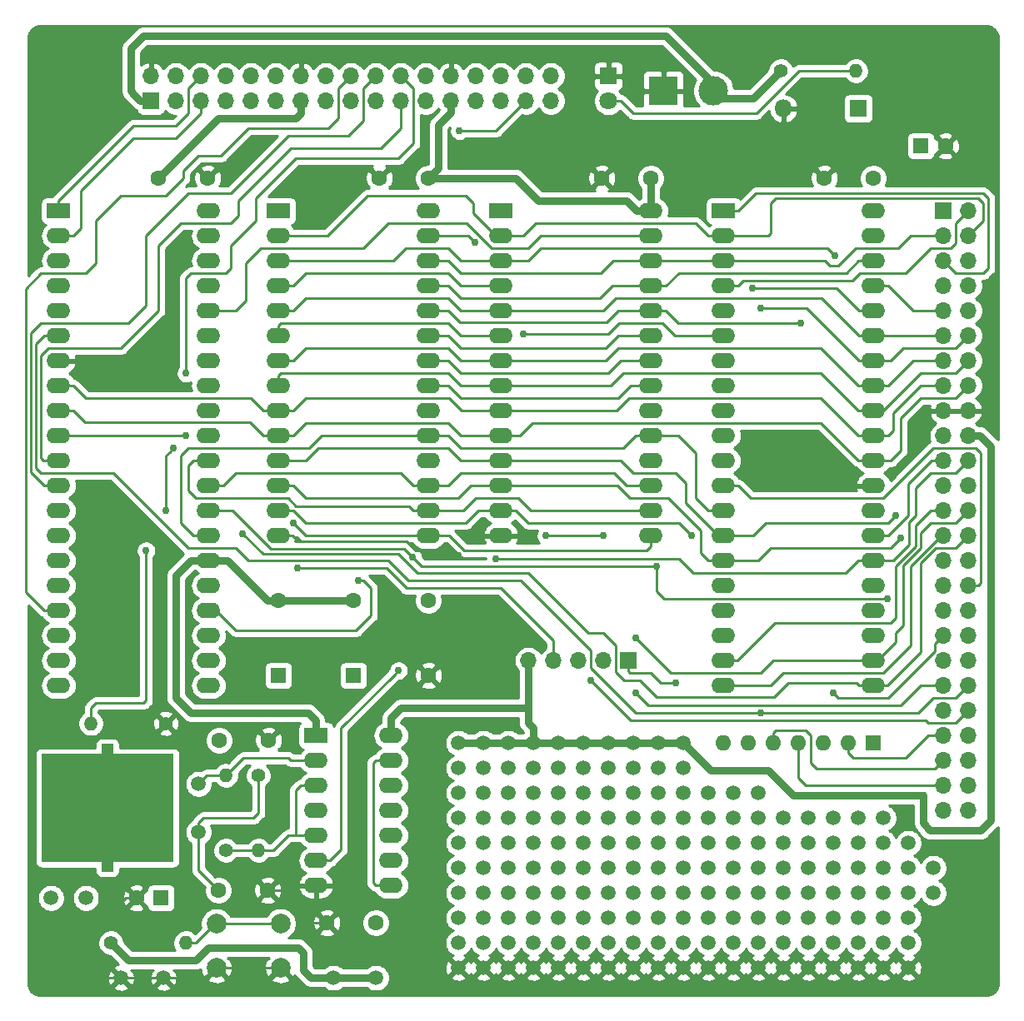
<source format=gtl>
G04 #@! TF.GenerationSoftware,KiCad,Pcbnew,(5.1.5)-3*
G04 #@! TF.CreationDate,2020-12-26T21:56:58-08:00*
G04 #@! TF.ProjectId,mgh80,6d676838-302e-46b6-9963-61645f706362,rev?*
G04 #@! TF.SameCoordinates,Original*
G04 #@! TF.FileFunction,Copper,L1,Top*
G04 #@! TF.FilePolarity,Positive*
%FSLAX46Y46*%
G04 Gerber Fmt 4.6, Leading zero omitted, Abs format (unit mm)*
G04 Created by KiCad (PCBNEW (5.1.5)-3) date 2020-12-26 21:56:58*
%MOMM*%
%LPD*%
G04 APERTURE LIST*
%ADD10C,1.500000*%
%ADD11O,1.400000X1.400000*%
%ADD12C,1.400000*%
%ADD13R,1.600000X1.600000*%
%ADD14O,1.600000X1.600000*%
%ADD15R,1.200000X1.200000*%
%ADD16R,13.500000X11.000000*%
%ADD17O,2.400000X1.600000*%
%ADD18R,2.400000X1.600000*%
%ADD19R,1.700000X1.700000*%
%ADD20O,1.700000X1.700000*%
%ADD21C,1.600000*%
%ADD22R,1.800000X1.800000*%
%ADD23C,1.800000*%
%ADD24O,1.800000X1.800000*%
%ADD25C,6.000000*%
%ADD26C,0.800000*%
%ADD27R,3.000000X3.000000*%
%ADD28C,3.000000*%
%ADD29C,2.000000*%
%ADD30C,0.762000*%
%ADD31C,0.254000*%
%ADD32C,0.762000*%
G04 APERTURE END LIST*
D10*
X176784000Y-130048000D03*
X176784000Y-127508000D03*
X171704000Y-122428000D03*
X174244000Y-135128000D03*
X171704000Y-135128000D03*
X169164000Y-135128000D03*
X166624000Y-135128000D03*
X164084000Y-135128000D03*
X161544000Y-135128000D03*
X159004000Y-135128000D03*
X156464000Y-135128000D03*
X153924000Y-135128000D03*
X151384000Y-135128000D03*
X148844000Y-135128000D03*
X146304000Y-135128000D03*
X143764000Y-135128000D03*
X141224000Y-135128000D03*
X138684000Y-135128000D03*
X136144000Y-135128000D03*
X133604000Y-135128000D03*
X131064000Y-135128000D03*
X128524000Y-135128000D03*
X174244000Y-132588000D03*
X171704000Y-132588000D03*
X169164000Y-132588000D03*
X166624000Y-132588000D03*
X164084000Y-132588000D03*
X161544000Y-132588000D03*
X159004000Y-132588000D03*
X156464000Y-132588000D03*
X153924000Y-132588000D03*
X151384000Y-132588000D03*
X148844000Y-132588000D03*
X146304000Y-132588000D03*
X143764000Y-132588000D03*
X141224000Y-132588000D03*
X138684000Y-132588000D03*
X136144000Y-132588000D03*
X133604000Y-132588000D03*
X131064000Y-132588000D03*
X128524000Y-132588000D03*
X174244000Y-130048000D03*
X171704000Y-130048000D03*
X169164000Y-130048000D03*
X166624000Y-130048000D03*
X164084000Y-130048000D03*
X161544000Y-130048000D03*
X159004000Y-130048000D03*
X156464000Y-130048000D03*
X153924000Y-130048000D03*
X151384000Y-130048000D03*
X148844000Y-130048000D03*
X146304000Y-130048000D03*
X143764000Y-130048000D03*
X141224000Y-130048000D03*
X138684000Y-130048000D03*
X136144000Y-130048000D03*
X133604000Y-130048000D03*
X131064000Y-130048000D03*
X128524000Y-130048000D03*
X174244000Y-127508000D03*
X171704000Y-127508000D03*
X169164000Y-127508000D03*
X166624000Y-127508000D03*
X164084000Y-127508000D03*
X161544000Y-127508000D03*
X159004000Y-127508000D03*
X156464000Y-127508000D03*
X153924000Y-127508000D03*
X151384000Y-127508000D03*
X148844000Y-127508000D03*
X146304000Y-127508000D03*
X143764000Y-127508000D03*
X141224000Y-127508000D03*
X138684000Y-127508000D03*
X136144000Y-127508000D03*
X133604000Y-127508000D03*
X131064000Y-127508000D03*
X128524000Y-127508000D03*
X174244000Y-124968000D03*
X171704000Y-124968000D03*
X169164000Y-124968000D03*
X166624000Y-124968000D03*
X164084000Y-124968000D03*
X161544000Y-124968000D03*
X159004000Y-124968000D03*
X156464000Y-124968000D03*
X153924000Y-124968000D03*
X151384000Y-124968000D03*
X148844000Y-124968000D03*
X146304000Y-124968000D03*
X143764000Y-124968000D03*
X141224000Y-124968000D03*
X138684000Y-124968000D03*
X136144000Y-124968000D03*
X133604000Y-124968000D03*
X131064000Y-124968000D03*
X169164000Y-122428000D03*
X166624000Y-122428000D03*
X164084000Y-122428000D03*
X161544000Y-122428000D03*
X159004000Y-122428000D03*
X156464000Y-122428000D03*
X153924000Y-122428000D03*
X151384000Y-122428000D03*
X148844000Y-122428000D03*
X146304000Y-122428000D03*
X143764000Y-122428000D03*
X141224000Y-122428000D03*
X138684000Y-122428000D03*
X136144000Y-122428000D03*
X133604000Y-122428000D03*
X131064000Y-122428000D03*
X128524000Y-124968000D03*
X128524000Y-122428000D03*
X159004000Y-119888000D03*
X156464000Y-119888000D03*
X153924000Y-119888000D03*
X151384000Y-119888000D03*
X148844000Y-119888000D03*
X146304000Y-119888000D03*
X143764000Y-119888000D03*
X141224000Y-119888000D03*
X138684000Y-119888000D03*
X136144000Y-119888000D03*
X133604000Y-119888000D03*
X131064000Y-119888000D03*
X128524000Y-119888000D03*
X151384000Y-117348000D03*
X148844000Y-117348000D03*
X146304000Y-117348000D03*
X143764000Y-117348000D03*
X141224000Y-117348000D03*
X138684000Y-117348000D03*
X136144000Y-117348000D03*
X133604000Y-117348000D03*
X131064000Y-117348000D03*
X174244000Y-137668000D03*
X171704000Y-137668000D03*
X169164000Y-137668000D03*
X166624000Y-137668000D03*
X164084000Y-137668000D03*
X161544000Y-137668000D03*
X159004000Y-137668000D03*
X156464000Y-137668000D03*
X153924000Y-137668000D03*
X151384000Y-137668000D03*
X148844000Y-137668000D03*
X146304000Y-137668000D03*
X143764000Y-137668000D03*
X141224000Y-137668000D03*
X138684000Y-137668000D03*
X136144000Y-137668000D03*
X133604000Y-137668000D03*
X131064000Y-137668000D03*
D11*
X91186000Y-112824000D03*
D12*
X98806000Y-112824000D03*
D10*
X90672000Y-130556000D03*
X87122000Y-130556000D03*
X128524000Y-137668000D03*
X136144000Y-114808000D03*
X133604000Y-114808000D03*
X141224000Y-114808000D03*
X138684000Y-114808000D03*
X131064000Y-114808000D03*
D13*
X170688000Y-114808000D03*
D14*
X168148000Y-114808000D03*
X165608000Y-114808000D03*
X163068000Y-114808000D03*
X160528000Y-114808000D03*
X157988000Y-114808000D03*
X155448000Y-114808000D03*
D10*
X128524000Y-117348000D03*
X151384000Y-114808000D03*
X148844000Y-114808000D03*
X146304000Y-114808000D03*
X143764000Y-114808000D03*
X128524000Y-114808000D03*
D15*
X92858000Y-127312000D03*
X92858000Y-115512000D03*
D16*
X92858000Y-121412000D03*
D10*
X102108000Y-123862000D03*
X102108000Y-118962000D03*
D17*
X103124000Y-60706000D03*
X87884000Y-108966000D03*
X103124000Y-63246000D03*
X87884000Y-106426000D03*
X103124000Y-65786000D03*
X87884000Y-103886000D03*
X103124000Y-68326000D03*
X87884000Y-101346000D03*
X103124000Y-70866000D03*
X87884000Y-98806000D03*
X103124000Y-73406000D03*
X87884000Y-96266000D03*
X103124000Y-75946000D03*
X87884000Y-93726000D03*
X103124000Y-78486000D03*
X87884000Y-91186000D03*
X103124000Y-81026000D03*
X87884000Y-88646000D03*
X103124000Y-83566000D03*
X87884000Y-86106000D03*
X103124000Y-86106000D03*
X87884000Y-83566000D03*
X103124000Y-88646000D03*
X87884000Y-81026000D03*
X103124000Y-91186000D03*
X87884000Y-78486000D03*
X103124000Y-93726000D03*
X87884000Y-75946000D03*
X103124000Y-96266000D03*
X87884000Y-73406000D03*
X103124000Y-98806000D03*
X87884000Y-70866000D03*
X103124000Y-101346000D03*
X87884000Y-68326000D03*
X103124000Y-103886000D03*
X87884000Y-65786000D03*
X103124000Y-106426000D03*
X87884000Y-63246000D03*
X103124000Y-108966000D03*
D18*
X87884000Y-60706000D03*
D19*
X177800000Y-60706000D03*
D20*
X180340000Y-60706000D03*
X177800000Y-63246000D03*
X180340000Y-63246000D03*
X177800000Y-65786000D03*
X180340000Y-65786000D03*
X177800000Y-68326000D03*
X180340000Y-68326000D03*
X177800000Y-70866000D03*
X180340000Y-70866000D03*
X177800000Y-73406000D03*
X180340000Y-73406000D03*
X177800000Y-75946000D03*
X180340000Y-75946000D03*
X177800000Y-78486000D03*
X180340000Y-78486000D03*
X177800000Y-81026000D03*
X180340000Y-81026000D03*
X177800000Y-83566000D03*
X180340000Y-83566000D03*
X177800000Y-86106000D03*
X180340000Y-86106000D03*
X177800000Y-88646000D03*
X180340000Y-88646000D03*
X177800000Y-91186000D03*
X180340000Y-91186000D03*
X177800000Y-93726000D03*
X180340000Y-93726000D03*
X177800000Y-96266000D03*
X180340000Y-96266000D03*
X177800000Y-98806000D03*
X180340000Y-98806000D03*
X177800000Y-101346000D03*
X180340000Y-101346000D03*
X177800000Y-103886000D03*
X180340000Y-103886000D03*
X177800000Y-106426000D03*
X180340000Y-106426000D03*
X177800000Y-108966000D03*
X180340000Y-108966000D03*
X177800000Y-111506000D03*
X180340000Y-111506000D03*
X177800000Y-114046000D03*
X180340000Y-114046000D03*
X177800000Y-116586000D03*
X180340000Y-116586000D03*
X177800000Y-119126000D03*
X180340000Y-119126000D03*
X177800000Y-121666000D03*
X180340000Y-121666000D03*
D17*
X148082000Y-60706000D03*
X132842000Y-93726000D03*
X148082000Y-63246000D03*
X132842000Y-91186000D03*
X148082000Y-65786000D03*
X132842000Y-88646000D03*
X148082000Y-68326000D03*
X132842000Y-86106000D03*
X148082000Y-70866000D03*
X132842000Y-83566000D03*
X148082000Y-73406000D03*
X132842000Y-81026000D03*
X148082000Y-75946000D03*
X132842000Y-78486000D03*
X148082000Y-78486000D03*
X132842000Y-75946000D03*
X148082000Y-81026000D03*
X132842000Y-73406000D03*
X148082000Y-83566000D03*
X132842000Y-70866000D03*
X148082000Y-86106000D03*
X132842000Y-68326000D03*
X148082000Y-88646000D03*
X132842000Y-65786000D03*
X148082000Y-91186000D03*
X132842000Y-63246000D03*
X148082000Y-93726000D03*
D18*
X132842000Y-60706000D03*
X110236000Y-60706000D03*
D17*
X125476000Y-93726000D03*
X110236000Y-63246000D03*
X125476000Y-91186000D03*
X110236000Y-65786000D03*
X125476000Y-88646000D03*
X110236000Y-68326000D03*
X125476000Y-86106000D03*
X110236000Y-70866000D03*
X125476000Y-83566000D03*
X110236000Y-73406000D03*
X125476000Y-81026000D03*
X110236000Y-75946000D03*
X125476000Y-78486000D03*
X110236000Y-78486000D03*
X125476000Y-75946000D03*
X110236000Y-81026000D03*
X125476000Y-73406000D03*
X110236000Y-83566000D03*
X125476000Y-70866000D03*
X110236000Y-86106000D03*
X125476000Y-68326000D03*
X110236000Y-88646000D03*
X125476000Y-65786000D03*
X110236000Y-91186000D03*
X125476000Y-63246000D03*
X110236000Y-93726000D03*
X125476000Y-60706000D03*
D21*
X109220000Y-114554000D03*
X104220000Y-114554000D03*
X109140000Y-129794000D03*
X104140000Y-129794000D03*
D13*
X175514000Y-54102000D03*
D21*
X178014000Y-54102000D03*
X125476000Y-57404000D03*
X120476000Y-57404000D03*
D13*
X98298000Y-130556000D03*
D21*
X95798000Y-130556000D03*
X165688000Y-57404000D03*
X170688000Y-57404000D03*
X148082000Y-57404000D03*
X143082000Y-57404000D03*
X98044000Y-57404000D03*
X103044000Y-57404000D03*
X115142000Y-133096000D03*
X120142000Y-133096000D03*
D22*
X143764000Y-46990000D03*
D23*
X143764000Y-49530000D03*
D22*
X169164000Y-50292000D03*
D24*
X161544000Y-50292000D03*
D25*
X180086000Y-135636000D03*
D26*
X182336000Y-135636000D03*
X181676990Y-137226990D03*
X180086000Y-137886000D03*
X178495010Y-137226990D03*
X177836000Y-135636000D03*
X178495010Y-134045010D03*
X180086000Y-133386000D03*
X181676990Y-134045010D03*
D25*
X88138000Y-137160000D03*
D26*
X90388000Y-137160000D03*
X89728990Y-138750990D03*
X88138000Y-139410000D03*
X86547010Y-138750990D03*
X85888000Y-137160000D03*
X86547010Y-135569010D03*
X88138000Y-134910000D03*
X89728990Y-135569010D03*
X89728990Y-43621010D03*
X88138000Y-42962000D03*
X86547010Y-43621010D03*
X85888000Y-45212000D03*
X86547010Y-46802990D03*
X88138000Y-47462000D03*
X89728990Y-46802990D03*
X90388000Y-45212000D03*
D25*
X88138000Y-45212000D03*
D26*
X181676990Y-45145010D03*
X180086000Y-44486000D03*
X178495010Y-45145010D03*
X177836000Y-46736000D03*
X178495010Y-48326990D03*
X180086000Y-48986000D03*
X181676990Y-48326990D03*
X182336000Y-46736000D03*
D25*
X180086000Y-46736000D03*
D27*
X149352000Y-48514000D03*
D28*
X154432000Y-48514000D03*
D19*
X145796000Y-106426000D03*
D20*
X143256000Y-106426000D03*
X140716000Y-106426000D03*
X138176000Y-106426000D03*
X135636000Y-106426000D03*
D19*
X97282000Y-49530000D03*
D20*
X97282000Y-46990000D03*
X99822000Y-49530000D03*
X99822000Y-46990000D03*
X102362000Y-49530000D03*
X102362000Y-46990000D03*
X104902000Y-49530000D03*
X104902000Y-46990000D03*
X107442000Y-49530000D03*
X107442000Y-46990000D03*
X109982000Y-49530000D03*
X109982000Y-46990000D03*
X112522000Y-49530000D03*
X112522000Y-46990000D03*
X115062000Y-49530000D03*
X115062000Y-46990000D03*
X117602000Y-49530000D03*
X117602000Y-46990000D03*
X120142000Y-49530000D03*
X120142000Y-46990000D03*
X122682000Y-49530000D03*
X122682000Y-46990000D03*
X125222000Y-49530000D03*
X125222000Y-46990000D03*
X127762000Y-49530000D03*
X127762000Y-46990000D03*
X130302000Y-49530000D03*
X130302000Y-46990000D03*
X132842000Y-49530000D03*
X132842000Y-46990000D03*
X135382000Y-49530000D03*
X135382000Y-46990000D03*
X137922000Y-49530000D03*
X137922000Y-46990000D03*
D12*
X104902000Y-125730000D03*
D11*
X104902000Y-118110000D03*
X108204000Y-125730000D03*
D12*
X108204000Y-118110000D03*
X161290000Y-46482000D03*
D11*
X168910000Y-46482000D03*
X100838000Y-135128000D03*
D12*
X93218000Y-135128000D03*
D29*
X110438000Y-133168000D03*
X110438000Y-137668000D03*
X103938000Y-133168000D03*
X103938000Y-137668000D03*
D18*
X114046000Y-114046000D03*
D17*
X121666000Y-129286000D03*
X114046000Y-116586000D03*
X121666000Y-126746000D03*
X114046000Y-119126000D03*
X121666000Y-124206000D03*
X114046000Y-121666000D03*
X121666000Y-121666000D03*
X114046000Y-124206000D03*
X121666000Y-119126000D03*
X114046000Y-126746000D03*
X121666000Y-116586000D03*
X114046000Y-129286000D03*
X121666000Y-114046000D03*
D18*
X155448000Y-60706000D03*
D17*
X170688000Y-108966000D03*
X155448000Y-63246000D03*
X170688000Y-106426000D03*
X155448000Y-65786000D03*
X170688000Y-103886000D03*
X155448000Y-68326000D03*
X170688000Y-101346000D03*
X155448000Y-70866000D03*
X170688000Y-98806000D03*
X155448000Y-73406000D03*
X170688000Y-96266000D03*
X155448000Y-75946000D03*
X170688000Y-93726000D03*
X155448000Y-78486000D03*
X170688000Y-91186000D03*
X155448000Y-81026000D03*
X170688000Y-88646000D03*
X155448000Y-83566000D03*
X170688000Y-86106000D03*
X155448000Y-86106000D03*
X170688000Y-83566000D03*
X155448000Y-88646000D03*
X170688000Y-81026000D03*
X155448000Y-91186000D03*
X170688000Y-78486000D03*
X155448000Y-93726000D03*
X170688000Y-75946000D03*
X155448000Y-96266000D03*
X170688000Y-73406000D03*
X155448000Y-98806000D03*
X170688000Y-70866000D03*
X155448000Y-101346000D03*
X170688000Y-68326000D03*
X155448000Y-103886000D03*
X170688000Y-65786000D03*
X155448000Y-106426000D03*
X170688000Y-63246000D03*
X155448000Y-108966000D03*
X170688000Y-60706000D03*
D13*
X110236000Y-107950000D03*
D21*
X110236000Y-100330000D03*
X125476000Y-100330000D03*
X125476000Y-107950000D03*
D13*
X117856000Y-107950000D03*
D21*
X117856000Y-100330000D03*
X125476000Y-100330000D03*
X125476000Y-107950000D03*
D10*
X120142000Y-138679000D03*
X94239000Y-138683000D03*
X115825000Y-138679000D03*
X98552000Y-138683000D03*
D30*
X128524000Y-95758000D03*
X175768000Y-120142000D03*
X174968012Y-120142000D03*
X132279400Y-96124600D03*
X143256000Y-93726000D03*
X137414000Y-93726000D03*
X163322000Y-72136000D03*
X166818010Y-65278000D03*
X158410515Y-68580010D03*
X159258000Y-70612000D03*
X135135200Y-73248000D03*
X146558000Y-104140000D03*
X106573400Y-93502900D03*
X173482000Y-93980000D03*
X172974014Y-91694000D03*
X111759899Y-92456000D03*
X152210334Y-93720483D03*
X166624000Y-109728000D03*
X172105200Y-100121400D03*
X148696500Y-96887400D03*
X123863469Y-95930685D03*
X146558000Y-109727994D03*
X159258000Y-111760010D03*
X141986000Y-108458000D03*
X130172993Y-63918190D03*
X112174727Y-97025790D03*
X100838000Y-77216000D03*
X100838000Y-83566000D03*
X128623010Y-52578000D03*
X118364000Y-98298000D03*
X122428000Y-107442000D03*
X150622000Y-108712000D03*
X98806000Y-91186000D03*
X99568000Y-84836000D03*
X96774000Y-95250000D03*
D31*
X90431000Y-46101000D02*
X89729000Y-46803000D01*
X90431000Y-46101000D02*
X90431000Y-45255000D01*
X90431000Y-45255000D02*
X90388000Y-45212000D01*
X88933500Y-44416500D02*
X89263000Y-44087000D01*
X88138000Y-45212000D02*
X88933500Y-44416500D01*
X87808500Y-43291500D02*
X88933500Y-44416500D01*
X87808500Y-43291500D02*
X88138000Y-42962000D01*
X86547000Y-43621000D02*
X87479000Y-43621000D01*
X87479000Y-43621000D02*
X87808500Y-43291500D01*
X89263000Y-44087000D02*
X89729000Y-43621000D01*
X90388000Y-45212000D02*
X89263000Y-44087000D01*
X181677000Y-45145000D02*
X182336000Y-45804000D01*
X182336000Y-45804000D02*
X182336000Y-46736000D01*
X180086000Y-44486000D02*
X181018000Y-44486000D01*
X181018000Y-44486000D02*
X181677000Y-45145000D01*
X88632300Y-135733700D02*
X88138000Y-136228000D01*
X88138000Y-136228000D02*
X88138000Y-137160000D01*
X89729000Y-135569000D02*
X88797000Y-135569000D01*
X88797000Y-135569000D02*
X88632300Y-135733700D01*
X88632300Y-135733700D02*
X88138000Y-135239500D01*
X88138000Y-135239500D02*
X86876500Y-135239500D01*
X86876500Y-135239500D02*
X86547000Y-135569000D01*
X88138000Y-134910000D02*
X88138000Y-135239500D01*
X178495000Y-45145000D02*
X179154000Y-44486000D01*
X179154000Y-44486000D02*
X180086000Y-44486000D01*
X103938000Y-137668000D02*
X110438000Y-137668000D01*
X98552000Y-138683000D02*
X102923000Y-138683000D01*
X102923000Y-138683000D02*
X103938000Y-137668000D01*
X180340000Y-81026000D02*
X180340000Y-80456200D01*
X89729000Y-135569000D02*
X94742000Y-130556000D01*
X94742000Y-130556000D02*
X95798000Y-130556000D01*
X178495000Y-137227000D02*
X179427000Y-137227000D01*
X179427000Y-137227000D02*
X180086000Y-137886000D01*
X178495000Y-135636000D02*
X178495000Y-137227000D01*
X177356400Y-54759600D02*
X176153400Y-55962600D01*
X176153400Y-55962600D02*
X167129400Y-55962600D01*
X167129400Y-55962600D02*
X165688000Y-57404000D01*
X178014000Y-54102000D02*
X177356400Y-54759600D01*
X178495000Y-135636000D02*
X178824500Y-135636000D01*
X177836000Y-135636000D02*
X178495000Y-135636000D01*
X178824500Y-134045000D02*
X178824500Y-135636000D01*
X180086000Y-133386000D02*
X179483500Y-133386000D01*
X179483500Y-133386000D02*
X178824500Y-134045000D01*
X178824500Y-134045000D02*
X178495000Y-134045000D01*
X178824500Y-135636000D02*
X180086000Y-135636000D01*
X94239000Y-138683000D02*
X98552000Y-138683000D01*
X89729000Y-46803000D02*
X88797000Y-46803000D01*
X88797000Y-46803000D02*
X88138000Y-47462000D01*
X90558500Y-137921500D02*
X89729000Y-138751000D01*
X94239000Y-138683000D02*
X91320000Y-138683000D01*
X91320000Y-138683000D02*
X90558500Y-137921500D01*
X90558500Y-137921500D02*
X90558500Y-137330500D01*
X90558500Y-137330500D02*
X90388000Y-137160000D01*
X88138000Y-139410000D02*
X87206000Y-139410000D01*
X87206000Y-139410000D02*
X86547000Y-138751000D01*
X180086000Y-48986000D02*
X181018000Y-48986000D01*
X181018000Y-48986000D02*
X181677000Y-48327000D01*
X97282000Y-45212000D02*
X97282000Y-46990000D01*
X98298000Y-44196000D02*
X97282000Y-45212000D01*
X112522000Y-44196000D02*
X112522000Y-46990000D01*
X112522000Y-44196000D02*
X98298000Y-44196000D01*
X140970000Y-46990000D02*
X140970000Y-47244000D01*
X143764000Y-46990000D02*
X140970000Y-46990000D01*
X127762000Y-46990000D02*
X127762000Y-44196000D01*
X140462000Y-44196000D02*
X112522000Y-44196000D01*
X140970000Y-44704000D02*
X140462000Y-44196000D01*
X143082000Y-57404000D02*
X140970000Y-55292000D01*
X140970000Y-55292000D02*
X140970000Y-44704000D01*
X112014000Y-129286000D02*
X114046000Y-129286000D01*
X110490000Y-129794000D02*
X109140000Y-129794000D01*
X112014000Y-129286000D02*
X110998000Y-129286000D01*
X110998000Y-129286000D02*
X110490000Y-129794000D01*
X112014000Y-131318000D02*
X112014000Y-129286000D01*
X115142000Y-133096000D02*
X113792000Y-133096000D01*
X113792000Y-133096000D02*
X112014000Y-131318000D01*
X111690000Y-93726000D02*
X112268000Y-94304000D01*
X110236000Y-93726000D02*
X111690000Y-93726000D01*
X112268000Y-94304000D02*
X123260000Y-94304000D01*
X123260000Y-94304000D02*
X124206000Y-95250000D01*
X124206000Y-95250000D02*
X128016000Y-95250000D01*
X128016000Y-95250000D02*
X128524000Y-95758000D01*
X181581461Y-81026000D02*
X177800000Y-81026000D01*
X183388000Y-79219461D02*
X181581461Y-81026000D01*
X177356400Y-54759600D02*
X178711600Y-54759600D01*
X181864000Y-56388000D02*
X183388000Y-57912000D01*
X178711600Y-54759600D02*
X180340000Y-56388000D01*
X180340000Y-56388000D02*
X181864000Y-56388000D01*
X183388000Y-57912000D02*
X183388000Y-79219461D01*
X104902000Y-118110000D02*
X102960000Y-118110000D01*
X102960000Y-118110000D02*
X102108000Y-118962000D01*
X106680000Y-116332000D02*
X104902000Y-118110000D01*
X111252000Y-116332000D02*
X106680000Y-116332000D01*
X114046000Y-116586000D02*
X111506000Y-116586000D01*
X111506000Y-116586000D02*
X111252000Y-116332000D01*
X102706000Y-123862000D02*
X102108000Y-123862000D01*
X102108000Y-127762000D02*
X104140000Y-129794000D01*
X102108000Y-123862000D02*
X102108000Y-127762000D01*
X102108000Y-122936000D02*
X102108000Y-123862000D01*
X102616000Y-122428000D02*
X102108000Y-122936000D01*
X108204000Y-118110000D02*
X108204000Y-121920000D01*
X107696000Y-122428000D02*
X102616000Y-122428000D01*
X108204000Y-121920000D02*
X107696000Y-122428000D01*
D32*
X141224000Y-114808000D02*
X151384000Y-114808000D01*
X148082000Y-57404000D02*
X148082000Y-60706000D01*
X120142000Y-138679000D02*
X115825000Y-138679000D01*
X117856000Y-100330000D02*
X110236000Y-100330000D01*
X112522000Y-50800000D02*
X112522000Y-49530000D01*
X112014000Y-51308000D02*
X112522000Y-50800000D01*
X98044000Y-57404000D02*
X104140000Y-51308000D01*
X104140000Y-51308000D02*
X112014000Y-51308000D01*
X122682000Y-111252000D02*
X135636000Y-111252000D01*
X121666000Y-114046000D02*
X121666000Y-112268000D01*
X121666000Y-112268000D02*
X122682000Y-111252000D01*
X135636000Y-111252000D02*
X135636000Y-106426000D01*
X112776000Y-137922000D02*
X113533000Y-138679000D01*
X112776000Y-136141000D02*
X112776000Y-137922000D01*
X94996000Y-136906000D02*
X101854000Y-136906000D01*
X113533000Y-138679000D02*
X115825000Y-138679000D01*
X93218000Y-135128000D02*
X94996000Y-136906000D01*
X101854000Y-136906000D02*
X103124000Y-135636000D01*
X103124000Y-135636000D02*
X112271000Y-135636000D01*
X112271000Y-135636000D02*
X112776000Y-136141000D01*
X128524000Y-114808000D02*
X141224000Y-114808000D01*
X135636000Y-111252000D02*
X135636000Y-112776000D01*
X136144000Y-113284000D02*
X136144000Y-114808000D01*
X135636000Y-112776000D02*
X136144000Y-113284000D01*
X101346000Y-96266000D02*
X103124000Y-96266000D01*
X99822000Y-97790000D02*
X101346000Y-96266000D01*
X114046000Y-112522000D02*
X113284000Y-111760000D01*
X101346000Y-111760000D02*
X99822000Y-110236000D01*
X113284000Y-111760000D02*
X101346000Y-111760000D01*
X114046000Y-114046000D02*
X114046000Y-112522000D01*
X99822000Y-110236000D02*
X99822000Y-97790000D01*
X105029000Y-96266000D02*
X103124000Y-96266000D01*
X110236000Y-100330000D02*
X109093000Y-100330000D01*
X109093000Y-100330000D02*
X105029000Y-96266000D01*
X126492000Y-51975300D02*
X126492000Y-56388000D01*
X127762000Y-49530000D02*
X127762000Y-50705300D01*
X126492000Y-56388000D02*
X125476000Y-57404000D01*
X127762000Y-50705300D02*
X126492000Y-51975300D01*
X146628000Y-60706000D02*
X145612000Y-59690000D01*
X148082000Y-60706000D02*
X146628000Y-60706000D01*
X145612000Y-59690000D02*
X136652000Y-59690000D01*
X134366000Y-57404000D02*
X125476000Y-57404000D01*
X136652000Y-59690000D02*
X134366000Y-57404000D01*
X175768000Y-121412000D02*
X175768000Y-120142000D01*
X175768000Y-122936000D02*
X175768000Y-121412000D01*
X176403000Y-123698000D02*
X175768000Y-122936000D01*
X181542081Y-83566000D02*
X182626000Y-84649919D01*
X180340000Y-83566000D02*
X181542081Y-83566000D01*
X182626000Y-84649919D02*
X182626000Y-122682000D01*
X181610000Y-123698000D02*
X176403000Y-123698000D01*
X182626000Y-122682000D02*
X181610000Y-123698000D01*
X175768000Y-120142000D02*
X174968012Y-120142000D01*
X174429197Y-120142000D02*
X174968012Y-120142000D01*
X154178000Y-117602000D02*
X160020000Y-117602000D01*
X160020000Y-117602000D02*
X162560000Y-120142000D01*
X151384000Y-114808000D02*
X154178000Y-117602000D01*
X162560000Y-120142000D02*
X174429197Y-120142000D01*
X154432000Y-47752000D02*
X149606000Y-42926000D01*
X149606000Y-42926000D02*
X96520000Y-42926000D01*
X154432000Y-48514000D02*
X154432000Y-47752000D01*
X161290000Y-46482000D02*
X158520001Y-49251999D01*
X155169999Y-49251999D02*
X154432000Y-48514000D01*
X158520001Y-49251999D02*
X155169999Y-49251999D01*
X96178000Y-49530000D02*
X97282000Y-49530000D01*
X96520000Y-42926000D02*
X95250000Y-44196000D01*
X95250000Y-44196000D02*
X95250000Y-48514000D01*
X95416000Y-48680000D02*
X95416000Y-48768000D01*
X95250000Y-48514000D02*
X95416000Y-48680000D01*
X95416000Y-48768000D02*
X96178000Y-49530000D01*
D31*
X152391300Y-97536000D02*
X150979900Y-96124600D01*
X150979900Y-96124600D02*
X132279400Y-96124600D01*
X171450700Y-96266000D02*
X172720000Y-96266000D01*
X171450700Y-96266000D02*
X170688000Y-96266000D01*
X100838000Y-135128000D02*
X101863300Y-135128000D01*
X103938000Y-133168000D02*
X103823300Y-133168000D01*
X103823300Y-133168000D02*
X101863300Y-135128000D01*
X110438000Y-133168000D02*
X103938000Y-133168000D01*
X174344100Y-92355900D02*
X174344100Y-94641900D01*
X179070000Y-87376000D02*
X176530000Y-87376000D01*
X180340000Y-86106000D02*
X179070000Y-87376000D01*
X176530000Y-87376000D02*
X175006000Y-88900000D01*
X175006000Y-88900000D02*
X175006000Y-91694000D01*
X175006000Y-91694000D02*
X174344100Y-92355900D01*
X168035100Y-97394900D02*
X168033800Y-97394900D01*
X170688000Y-96266000D02*
X169164000Y-96266000D01*
X169164000Y-96266000D02*
X168035100Y-97394900D01*
X168033800Y-97394900D02*
X167892700Y-97536000D01*
X167892700Y-97536000D02*
X152391300Y-97536000D01*
X172720000Y-96266000D02*
X174344100Y-94641900D01*
X145036792Y-49530000D02*
X143764000Y-49530000D01*
X146306792Y-50800000D02*
X145036792Y-49530000D01*
X158787941Y-50800000D02*
X146306792Y-50800000D01*
X168910000Y-46482000D02*
X163105941Y-46482000D01*
X163105941Y-46482000D02*
X158787941Y-50800000D01*
X143256000Y-93726000D02*
X137414000Y-93726000D01*
X169287050Y-67056000D02*
X173990000Y-67056000D01*
X178562000Y-64516000D02*
X179070000Y-64008000D01*
X179070000Y-61976000D02*
X180340000Y-60706000D01*
X155448000Y-68326000D02*
X156973300Y-68326000D01*
X157481300Y-67818000D02*
X168525050Y-67818000D01*
X156973300Y-68326000D02*
X157481300Y-67818000D01*
X168525050Y-67818000D02*
X169287050Y-67056000D01*
X173990000Y-67056000D02*
X176530000Y-64516000D01*
X176530000Y-64516000D02*
X178562000Y-64516000D01*
X179070000Y-64008000D02*
X179070000Y-61976000D01*
X155448000Y-65786000D02*
X148082000Y-65786000D01*
X125476000Y-65786000D02*
X126492000Y-65786000D01*
X174498000Y-63246000D02*
X177800000Y-63246000D01*
X173228000Y-64516000D02*
X174498000Y-63246000D01*
X165792298Y-65786000D02*
X166300298Y-66294000D01*
X167132000Y-66294000D02*
X168910000Y-64516000D01*
X155448000Y-65786000D02*
X165792298Y-65786000D01*
X166300298Y-66294000D02*
X167132000Y-66294000D01*
X168910000Y-64516000D02*
X173228000Y-64516000D01*
X143002000Y-67056000D02*
X144272000Y-65786000D01*
X128778000Y-67056000D02*
X143002000Y-67056000D01*
X144272000Y-65786000D02*
X148082000Y-65786000D01*
X125476000Y-65786000D02*
X127508000Y-65786000D01*
X127508000Y-65786000D02*
X128778000Y-67056000D01*
X110236000Y-63246000D02*
X115190411Y-63246000D01*
X132334000Y-63246000D02*
X132842000Y-63246000D01*
X130048000Y-60960000D02*
X132334000Y-63246000D01*
X130048000Y-59944000D02*
X130048000Y-60960000D01*
X115190411Y-63246000D02*
X119254411Y-59182000D01*
X129286000Y-59182000D02*
X130048000Y-59944000D01*
X119254411Y-59182000D02*
X129286000Y-59182000D01*
X160274000Y-59945300D02*
X160700000Y-59519300D01*
X160274000Y-62992000D02*
X160274000Y-59945300D01*
X160700000Y-59519300D02*
X160700000Y-59572910D01*
X155448000Y-63246000D02*
X160020000Y-63246000D01*
X160020000Y-63246000D02*
X160274000Y-62992000D01*
X181864000Y-61722000D02*
X180340000Y-63246000D01*
X181864000Y-59944000D02*
X181864000Y-61722000D01*
X160700000Y-59519300D02*
X160783300Y-59436000D01*
X181356000Y-59436000D02*
X181864000Y-59944000D01*
X160783300Y-59436000D02*
X181356000Y-59436000D01*
X152652700Y-61976000D02*
X153922700Y-63246000D01*
X136398000Y-61976000D02*
X152652700Y-61976000D01*
X153922700Y-63246000D02*
X155448000Y-63246000D01*
X132842000Y-63246000D02*
X135128000Y-63246000D01*
X135128000Y-63246000D02*
X136398000Y-61976000D01*
X144780000Y-73406000D02*
X148082000Y-73406000D01*
X143510000Y-74676000D02*
X144780000Y-73406000D01*
X128778000Y-74676000D02*
X143510000Y-74676000D01*
X125476000Y-73406000D02*
X127508000Y-73406000D01*
X127508000Y-73406000D02*
X128778000Y-74676000D01*
X179070000Y-67056000D02*
X177800000Y-65786000D01*
X181864000Y-67056000D02*
X179070000Y-67056000D01*
X182372000Y-66548000D02*
X181864000Y-67056000D01*
X156973300Y-60706000D02*
X158751300Y-58928000D01*
X158751300Y-58928000D02*
X181864000Y-58928000D01*
X155448000Y-60706000D02*
X156973300Y-60706000D01*
X181864000Y-58928000D02*
X182372000Y-59436000D01*
X182372000Y-59436000D02*
X182372000Y-66548000D01*
X128778000Y-79756000D02*
X144779350Y-79756000D01*
X146049350Y-78486000D02*
X148082000Y-78486000D01*
X125476000Y-78486000D02*
X127508000Y-78486000D01*
X144779350Y-79756000D02*
X146049350Y-78486000D01*
X127508000Y-78486000D02*
X128778000Y-79756000D01*
X148082000Y-70866000D02*
X149607300Y-70866000D01*
X149607300Y-70866000D02*
X150877300Y-72136000D01*
X150877300Y-72136000D02*
X163322000Y-72136000D01*
X143600990Y-72045010D02*
X144780000Y-70866000D01*
X133733190Y-72045010D02*
X143600990Y-72045010D01*
X127508000Y-70866000D02*
X128687010Y-72045010D01*
X144780000Y-70866000D02*
X148082000Y-70866000D01*
X131952810Y-72047010D02*
X133731190Y-72047010D01*
X133731190Y-72047010D02*
X133733190Y-72045010D01*
X125476000Y-70866000D02*
X127508000Y-70866000D01*
X131950810Y-72045010D02*
X131952810Y-72047010D01*
X128687010Y-72045010D02*
X131950810Y-72045010D01*
X149607300Y-68326000D02*
X150928000Y-67005300D01*
X150928000Y-67005300D02*
X167943400Y-67005300D01*
X167943400Y-67005300D02*
X169162700Y-65786000D01*
X148515500Y-68326000D02*
X148082000Y-68326000D01*
X148515500Y-68326000D02*
X149607300Y-68326000D01*
X170688000Y-65786000D02*
X169162700Y-65786000D01*
X144208800Y-68326000D02*
X148082000Y-68326000D01*
X142938800Y-69596000D02*
X144208800Y-68326000D01*
X125476000Y-68326000D02*
X127508000Y-68326000D01*
X128778000Y-69596000D02*
X142938800Y-69596000D01*
X127508000Y-68326000D02*
X128778000Y-69596000D01*
X170688000Y-68326000D02*
X172213300Y-68326000D01*
X172213300Y-68326000D02*
X174753300Y-70866000D01*
X174753300Y-70866000D02*
X177800000Y-70866000D01*
X135640900Y-65786000D02*
X136910900Y-64516000D01*
X166056010Y-64516000D02*
X166818010Y-65278000D01*
X132842000Y-65786000D02*
X135640900Y-65786000D01*
X136910900Y-64516000D02*
X166056010Y-64516000D01*
X127508000Y-64516000D02*
X123190000Y-64516000D01*
X121920000Y-65786000D02*
X110236000Y-65786000D01*
X132842000Y-65786000D02*
X128778000Y-65786000D01*
X123190000Y-64516000D02*
X121920000Y-65786000D01*
X128778000Y-65786000D02*
X127508000Y-64516000D01*
X166948010Y-68580010D02*
X158410515Y-68580010D01*
X170688000Y-70866000D02*
X169234000Y-70866000D01*
X169234000Y-70866000D02*
X166948010Y-68580010D01*
X132079400Y-68326000D02*
X132842000Y-68326000D01*
X111761300Y-68326000D02*
X113031300Y-67056000D01*
X127508000Y-67056000D02*
X128778000Y-68326000D01*
X110236000Y-68326000D02*
X111761300Y-68326000D01*
X113031300Y-67056000D02*
X127508000Y-67056000D01*
X128778000Y-68326000D02*
X132079400Y-68326000D01*
X177800000Y-73406000D02*
X170688000Y-73406000D01*
X128778000Y-70866000D02*
X132842000Y-70866000D01*
X127508000Y-69596000D02*
X128778000Y-70866000D01*
X113031300Y-69596000D02*
X127508000Y-69596000D01*
X110236000Y-70866000D02*
X111761300Y-70866000D01*
X111761300Y-70866000D02*
X113031300Y-69596000D01*
X169234000Y-73406000D02*
X170688000Y-73406000D01*
X144526000Y-69596000D02*
X165424000Y-69596000D01*
X132842000Y-70866000D02*
X143256000Y-70866000D01*
X165424000Y-69596000D02*
X169234000Y-73406000D01*
X143256000Y-70866000D02*
X144526000Y-69596000D01*
X179070000Y-74676000D02*
X180340000Y-73406000D01*
X170688000Y-75946000D02*
X172466000Y-75946000D01*
X173736000Y-74676000D02*
X179070000Y-74676000D01*
X172466000Y-75946000D02*
X173736000Y-74676000D01*
X163900000Y-70612000D02*
X159258000Y-70612000D01*
X170688000Y-75946000D02*
X169234000Y-75946000D01*
X169234000Y-75946000D02*
X163900000Y-70612000D01*
X110236000Y-73406000D02*
X110236000Y-72352000D01*
X127508000Y-72136000D02*
X128778000Y-73406000D01*
X128778000Y-73406000D02*
X132842000Y-73406000D01*
X110236000Y-72352000D02*
X110452000Y-72136000D01*
X110452000Y-72136000D02*
X127508000Y-72136000D01*
X170688000Y-78486000D02*
X172213300Y-78486000D01*
X172213300Y-78486000D02*
X174753300Y-75946000D01*
X174753300Y-75946000D02*
X177800000Y-75946000D01*
X128778000Y-75946000D02*
X132842000Y-75946000D01*
X127508000Y-74676000D02*
X128778000Y-75946000D01*
X113031300Y-74676000D02*
X127508000Y-74676000D01*
X110236000Y-75946000D02*
X111761300Y-75946000D01*
X111761300Y-75946000D02*
X113031300Y-74676000D01*
X169162700Y-78486000D02*
X170688000Y-78486000D01*
X165352700Y-74676000D02*
X169162700Y-78486000D01*
X144780000Y-74676000D02*
X165352700Y-74676000D01*
X132842000Y-75946000D02*
X143510000Y-75946000D01*
X143510000Y-75946000D02*
X144780000Y-74676000D01*
X175514000Y-77216000D02*
X179070000Y-77216000D01*
X170688000Y-81026000D02*
X171704000Y-81026000D01*
X179070000Y-77216000D02*
X180340000Y-75946000D01*
X171704000Y-81026000D02*
X175514000Y-77216000D01*
X110236000Y-77432000D02*
X110236000Y-78486000D01*
X110452000Y-77216000D02*
X110236000Y-77432000D01*
X127473965Y-77216000D02*
X110452000Y-77216000D01*
X132842000Y-78486000D02*
X128743965Y-78486000D01*
X128743965Y-78486000D02*
X127473965Y-77216000D01*
X165352700Y-77216000D02*
X169162700Y-81026000D01*
X169162700Y-81026000D02*
X170688000Y-81026000D01*
X145288000Y-77216000D02*
X165352700Y-77216000D01*
X132842000Y-78486000D02*
X144018000Y-78486000D01*
X144018000Y-78486000D02*
X145288000Y-77216000D01*
X170688000Y-83566000D02*
X169162700Y-83566000D01*
X165352700Y-79756000D02*
X169162700Y-83566000D01*
X132842000Y-81026000D02*
X144634500Y-81026000D01*
X145904500Y-79756000D02*
X165352700Y-79756000D01*
X144634500Y-81026000D02*
X145904500Y-79756000D01*
X107440700Y-79756000D02*
X108710700Y-81026000D01*
X90679300Y-79756000D02*
X107440700Y-79756000D01*
X108710700Y-81026000D02*
X110236000Y-81026000D01*
X87884000Y-78486000D02*
X89409300Y-78486000D01*
X89409300Y-78486000D02*
X90679300Y-79756000D01*
X175514000Y-78486000D02*
X177800000Y-78486000D01*
X172720000Y-81280000D02*
X175514000Y-78486000D01*
X172720000Y-83058000D02*
X172720000Y-81280000D01*
X170688000Y-83566000D02*
X172212000Y-83566000D01*
X172212000Y-83566000D02*
X172720000Y-83058000D01*
X128828800Y-81026000D02*
X132842000Y-81026000D01*
X127558800Y-79756000D02*
X128828800Y-81026000D01*
X113031300Y-79756000D02*
X127558800Y-79756000D01*
X110236000Y-81026000D02*
X111761300Y-81026000D01*
X111761300Y-81026000D02*
X113031300Y-79756000D01*
X108710700Y-83566000D02*
X107368600Y-82223900D01*
X107368600Y-82223900D02*
X90607200Y-82223900D01*
X90607200Y-82223900D02*
X89409300Y-81026000D01*
X110236000Y-83566000D02*
X108710700Y-83566000D01*
X87884000Y-81026000D02*
X89409300Y-81026000D01*
X172466000Y-86106000D02*
X170688000Y-86106000D01*
X179070000Y-79756000D02*
X175514000Y-79756000D01*
X173482000Y-85090000D02*
X172466000Y-86106000D01*
X180340000Y-78486000D02*
X179070000Y-79756000D01*
X173482000Y-81788000D02*
X173482000Y-85090000D01*
X175514000Y-79756000D02*
X173482000Y-81788000D01*
X132079400Y-83566000D02*
X132842000Y-83566000D01*
X111761300Y-83566000D02*
X113031300Y-82296000D01*
X113031300Y-82296000D02*
X127508000Y-82296000D01*
X110236000Y-83566000D02*
X111761300Y-83566000D01*
X127508000Y-82296000D02*
X128778000Y-83566000D01*
X128778000Y-83566000D02*
X132079400Y-83566000D01*
X169162700Y-86106000D02*
X170688000Y-86106000D01*
X165352700Y-82296000D02*
X169162700Y-86106000D01*
X136017650Y-82296000D02*
X165352700Y-82296000D01*
X132842000Y-83566000D02*
X134747650Y-83566000D01*
X134747650Y-83566000D02*
X136017650Y-82296000D01*
X172219655Y-93726000D02*
X174244000Y-91701655D01*
X170688000Y-93726000D02*
X172219655Y-93726000D01*
X176597919Y-86106000D02*
X177800000Y-86106000D01*
X174244000Y-88459919D02*
X176597919Y-86106000D01*
X174244000Y-91701655D02*
X174244000Y-88459919D01*
X149283800Y-72136000D02*
X144823564Y-72136000D01*
X144823564Y-72136000D02*
X143711564Y-73248000D01*
X155448000Y-73406000D02*
X150553800Y-73406000D01*
X143711564Y-73248000D02*
X135135200Y-73248000D01*
X150553800Y-73406000D02*
X149283800Y-72136000D01*
X156902000Y-106426000D02*
X155448000Y-106426000D01*
X160712000Y-102616000D02*
X156902000Y-106426000D01*
X172466000Y-102616000D02*
X160712000Y-102616000D01*
X176530000Y-91186000D02*
X175002790Y-92713210D01*
X177800000Y-91186000D02*
X176530000Y-91186000D01*
X175002790Y-92713210D02*
X175002790Y-94788774D01*
X175002790Y-94788774D02*
X172974000Y-96817564D01*
X172974000Y-102108000D02*
X172466000Y-102616000D01*
X172974000Y-96817564D02*
X172974000Y-102108000D01*
X127508000Y-75946000D02*
X125476000Y-75946000D01*
X128778000Y-77216000D02*
X127508000Y-75946000D01*
X148082000Y-75946000D02*
X145034000Y-75946000D01*
X143764000Y-77216000D02*
X128778000Y-77216000D01*
X145034000Y-75946000D02*
X143764000Y-77216000D01*
X176530000Y-92456000D02*
X175536710Y-93449290D01*
X180340000Y-91186000D02*
X179070000Y-92456000D01*
X179070000Y-92456000D02*
X176530000Y-92456000D01*
X175536710Y-93449290D02*
X175536710Y-94973290D01*
X175536710Y-94973290D02*
X173736000Y-96774000D01*
X173736000Y-96774000D02*
X173736000Y-102870000D01*
X173736000Y-102870000D02*
X172974000Y-103632000D01*
X172974000Y-104540000D02*
X171088000Y-106426000D01*
X171088000Y-106426000D02*
X170688000Y-106426000D01*
X172974000Y-103632000D02*
X172974000Y-104540000D01*
X106934000Y-69850000D02*
X105918000Y-70866000D01*
X105918000Y-70866000D02*
X103124000Y-70866000D01*
X121412000Y-61976000D02*
X118872000Y-64516000D01*
X136922450Y-63246000D02*
X135652450Y-64516000D01*
X118872000Y-64516000D02*
X108476810Y-64516000D01*
X148082000Y-63246000D02*
X136922450Y-63246000D01*
X108476810Y-64516000D02*
X106934000Y-66058810D01*
X135652450Y-64516000D02*
X131869566Y-64516000D01*
X106934000Y-66058810D02*
X106934000Y-69850000D01*
X131869566Y-64516000D02*
X129329566Y-61976000D01*
X129329566Y-61976000D02*
X121412000Y-61976000D01*
X150114000Y-107696000D02*
X146938999Y-104520999D01*
X170688000Y-106426000D02*
X160528000Y-106426000D01*
X159258000Y-107696000D02*
X150114000Y-107696000D01*
X146938999Y-104520999D02*
X146558000Y-104140000D01*
X160528000Y-106426000D02*
X159258000Y-107696000D01*
X177589564Y-93726000D02*
X177800000Y-93726000D01*
X174498000Y-104921100D02*
X174498000Y-96817564D01*
X155448000Y-108966000D02*
X160274000Y-108966000D01*
X174498000Y-96817564D02*
X177589564Y-93726000D01*
X160274000Y-108966000D02*
X161544000Y-107696000D01*
X161544000Y-107696000D02*
X171723100Y-107696000D01*
X171723100Y-107696000D02*
X174498000Y-104921100D01*
X180340000Y-93726000D02*
X179070000Y-94996000D01*
X179070000Y-94996000D02*
X177038000Y-94996000D01*
X177038000Y-94996000D02*
X175514000Y-96520000D01*
X172142000Y-108966000D02*
X170688000Y-108966000D01*
X175514000Y-96520000D02*
X175514000Y-105594000D01*
X175514000Y-105594000D02*
X172142000Y-108966000D01*
X108671500Y-95601000D02*
X106573400Y-93502900D01*
X122398000Y-95601000D02*
X108671500Y-95601000D01*
X124350189Y-97553189D02*
X122398000Y-95601000D01*
X141732000Y-103632000D02*
X135653189Y-97553189D01*
X160616990Y-110147010D02*
X148646510Y-110147010D01*
X135653189Y-97553189D02*
X124350189Y-97553189D01*
X162052000Y-108712000D02*
X160616990Y-110147010D01*
X144526000Y-107626000D02*
X144526000Y-104902000D01*
X143256000Y-103632000D02*
X141732000Y-103632000D01*
X168980000Y-108712000D02*
X162052000Y-108712000D01*
X170688000Y-108966000D02*
X169234000Y-108966000D01*
X169234000Y-108966000D02*
X168980000Y-108712000D01*
X148646510Y-110147010D02*
X146957500Y-108458000D01*
X144526000Y-104902000D02*
X143256000Y-103632000D01*
X146957500Y-108458000D02*
X145358000Y-108458000D01*
X145358000Y-108458000D02*
X144526000Y-107626000D01*
X153924000Y-96266000D02*
X155448000Y-96266000D01*
X153162000Y-95504000D02*
X153924000Y-96266000D01*
X132842000Y-88646000D02*
X144653600Y-88646000D01*
X149860000Y-89916000D02*
X153162000Y-93218000D01*
X145923600Y-89916000D02*
X149860000Y-89916000D01*
X144653600Y-88646000D02*
X145923600Y-89916000D01*
X153162000Y-93218000D02*
X153162000Y-95504000D01*
X113031300Y-89916000D02*
X111761300Y-88646000D01*
X128523675Y-89916000D02*
X113031300Y-89916000D01*
X111761300Y-88646000D02*
X110236000Y-88646000D01*
X132842000Y-88646000D02*
X129793675Y-88646000D01*
X129793675Y-88646000D02*
X128523675Y-89916000D01*
X172466000Y-94996000D02*
X173482000Y-93980000D01*
X160274000Y-94996000D02*
X172466000Y-94996000D01*
X155448000Y-96266000D02*
X159004000Y-96266000D01*
X159004000Y-96266000D02*
X160274000Y-94996000D01*
X127508000Y-84836000D02*
X128778000Y-86106000D01*
X128778000Y-86106000D02*
X132842000Y-86106000D01*
X114304900Y-84836000D02*
X127508000Y-84836000D01*
X110236000Y-86106000D02*
X113034900Y-86106000D01*
X113034900Y-86106000D02*
X114304900Y-84836000D01*
X145034000Y-86106000D02*
X132842000Y-86106000D01*
X146304000Y-87376000D02*
X145034000Y-86106000D01*
X154940000Y-93726000D02*
X151638000Y-90424000D01*
X155448000Y-93726000D02*
X154940000Y-93726000D01*
X151638000Y-88392000D02*
X150622000Y-87376000D01*
X151638000Y-90424000D02*
X151638000Y-88392000D01*
X150622000Y-87376000D02*
X146304000Y-87376000D01*
X172212014Y-92456000D02*
X172974014Y-91694000D01*
X159766000Y-92456000D02*
X172212014Y-92456000D01*
X155448000Y-93726000D02*
X158496000Y-93726000D01*
X158496000Y-93726000D02*
X159766000Y-92456000D01*
X125476000Y-93726000D02*
X113029899Y-93726000D01*
X113029899Y-93726000D02*
X111759899Y-92456000D01*
X127619762Y-93726000D02*
X129143762Y-95250000D01*
X147612000Y-95250000D02*
X148082000Y-94780000D01*
X125476000Y-93726000D02*
X127619762Y-93726000D01*
X148082000Y-94780000D02*
X148082000Y-93726000D01*
X129143762Y-95250000D02*
X147612000Y-95250000D01*
X150945851Y-92456000D02*
X152210334Y-93720483D01*
X135636000Y-92456000D02*
X150945851Y-92456000D01*
X132842000Y-91186000D02*
X134366000Y-91186000D01*
X134366000Y-91186000D02*
X135636000Y-92456000D01*
X130556000Y-91186000D02*
X132842000Y-91186000D01*
X110236000Y-91186000D02*
X111761300Y-91186000D01*
X129286000Y-92456000D02*
X130556000Y-91186000D01*
X113031300Y-92456000D02*
X129286000Y-92456000D01*
X111761300Y-91186000D02*
X113031300Y-92456000D01*
X181610000Y-98552000D02*
X181356000Y-98806000D01*
X181610000Y-85344000D02*
X181610000Y-98552000D01*
X156973300Y-88646000D02*
X158243300Y-89916000D01*
X181102000Y-84836000D02*
X181610000Y-85344000D01*
X155448000Y-88646000D02*
X156973300Y-88646000D01*
X176784000Y-84836000D02*
X181102000Y-84836000D01*
X181356000Y-98806000D02*
X180340000Y-98806000D01*
X158243300Y-89916000D02*
X171704000Y-89916000D01*
X171704000Y-89916000D02*
X176784000Y-84836000D01*
X125476000Y-88646000D02*
X123950700Y-88646000D01*
X103124000Y-88646000D02*
X104649300Y-88646000D01*
X104649300Y-88646000D02*
X105919300Y-87376000D01*
X122680700Y-87376000D02*
X123950700Y-88646000D01*
X105919300Y-87376000D02*
X122680700Y-87376000D01*
X144341800Y-87376000D02*
X145611800Y-88646000D01*
X128778000Y-87376000D02*
X144341800Y-87376000D01*
X145611800Y-88646000D02*
X148082000Y-88646000D01*
X125476000Y-88646000D02*
X127508000Y-88646000D01*
X127508000Y-88646000D02*
X128778000Y-87376000D01*
X124713400Y-91186000D02*
X123950700Y-91186000D01*
X124713400Y-91186000D02*
X125476000Y-91186000D01*
X123484400Y-90719700D02*
X123950700Y-91186000D01*
X111204077Y-89916000D02*
X112007777Y-90719700D01*
X101600000Y-86106000D02*
X101092000Y-86614000D01*
X101854000Y-89916000D02*
X111204077Y-89916000D01*
X103124000Y-86106000D02*
X101600000Y-86106000D01*
X101092000Y-86614000D02*
X101092000Y-89154000D01*
X112007777Y-90719700D02*
X123484400Y-90719700D01*
X101092000Y-89154000D02*
X101854000Y-89916000D01*
X129032000Y-91186000D02*
X125476000Y-91186000D01*
X130302000Y-89916000D02*
X129032000Y-91186000D01*
X134620000Y-89916000D02*
X130302000Y-89916000D01*
X148082000Y-91186000D02*
X135890000Y-91186000D01*
X135890000Y-91186000D02*
X134620000Y-89916000D01*
X103124000Y-93726000D02*
X101598700Y-93726000D01*
X101598700Y-93726000D02*
X100330000Y-92457300D01*
X113349800Y-84836000D02*
X114619800Y-83566000D01*
X114619800Y-83566000D02*
X125476000Y-83566000D01*
X148082000Y-83566000D02*
X147648500Y-83566000D01*
X101092000Y-84836000D02*
X113349800Y-84836000D01*
X100330000Y-85598000D02*
X101092000Y-84836000D01*
X100330000Y-92457300D02*
X100330000Y-85598000D01*
X146556700Y-83566000D02*
X147648500Y-83566000D01*
X145286700Y-84836000D02*
X146556700Y-83566000D01*
X128778325Y-84836000D02*
X145286700Y-84836000D01*
X125476000Y-83566000D02*
X127508325Y-83566000D01*
X127508325Y-83566000D02*
X128778325Y-84836000D01*
X152654000Y-85344000D02*
X150876000Y-83566000D01*
X152654000Y-89916000D02*
X152654000Y-85344000D01*
X150876000Y-83566000D02*
X147648500Y-83566000D01*
X155448000Y-91186000D02*
X153924000Y-91186000D01*
X153924000Y-91186000D02*
X152654000Y-89916000D01*
X167004999Y-110108999D02*
X166624000Y-109728000D01*
X172171078Y-110236000D02*
X167132000Y-110236000D01*
X176950001Y-105457077D02*
X172171078Y-110236000D01*
X177800000Y-103886000D02*
X176950001Y-104735999D01*
X167132000Y-110236000D02*
X167004999Y-110108999D01*
X176950001Y-104735999D02*
X176950001Y-105457077D01*
X124244468Y-96311684D02*
X123863469Y-95930685D01*
X123482470Y-95549686D02*
X123863469Y-95930685D01*
X148696500Y-96887400D02*
X124820184Y-96887400D01*
X103124000Y-91186000D02*
X105530400Y-91186000D01*
X109437389Y-95092989D02*
X123025773Y-95092989D01*
X123025773Y-95092989D02*
X123482470Y-95549686D01*
X124820184Y-96887400D02*
X124244468Y-96311684D01*
X105530400Y-91186000D02*
X109437389Y-95092989D01*
X149397400Y-100121400D02*
X172105200Y-100121400D01*
X148696500Y-96887400D02*
X148696500Y-99420500D01*
X148696500Y-99420500D02*
X149397400Y-100121400D01*
X147828006Y-110998000D02*
X146558000Y-109727994D01*
X173482000Y-110998000D02*
X147828006Y-110998000D01*
X177800000Y-108966000D02*
X175514000Y-108966000D01*
X175514000Y-108966000D02*
X173482000Y-110998000D01*
X86430000Y-73406000D02*
X87884000Y-73406000D01*
X85590022Y-86860022D02*
X85590022Y-74245978D01*
X93472000Y-87376000D02*
X86106000Y-87376000D01*
X86106000Y-87376000D02*
X85590022Y-86860022D01*
X101092000Y-94996000D02*
X93472000Y-87376000D01*
X146556010Y-111758010D02*
X141986000Y-107188000D01*
X85590022Y-74245978D02*
X86430000Y-73406000D01*
X176784000Y-110236000D02*
X175261990Y-111758010D01*
X105918000Y-94996000D02*
X101092000Y-94996000D01*
X180340000Y-108966000D02*
X179070000Y-110236000D01*
X175261990Y-111758010D02*
X146556010Y-111758010D01*
X179070000Y-110236000D02*
X176784000Y-110236000D01*
X141986000Y-105410000D02*
X134874000Y-98298000D01*
X141986000Y-107188000D02*
X141986000Y-105410000D01*
X123444000Y-98298000D02*
X121409789Y-96263789D01*
X134874000Y-98298000D02*
X123444000Y-98298000D01*
X121409789Y-96263789D02*
X107185789Y-96263789D01*
X107185789Y-96263789D02*
X105918000Y-94996000D01*
X176022000Y-112522000D02*
X159623772Y-112522000D01*
X159623761Y-112522011D02*
X146050011Y-112522011D01*
X159623772Y-112522000D02*
X159623761Y-112522011D01*
X146050011Y-112522011D02*
X141986000Y-108458000D01*
X176276000Y-112776000D02*
X176022000Y-112522000D01*
X179070000Y-112776000D02*
X176276000Y-112776000D01*
X180340000Y-111506000D02*
X179070000Y-112776000D01*
X176276000Y-114046000D02*
X177800000Y-114046000D01*
X173990000Y-116332000D02*
X176276000Y-114046000D01*
X168656000Y-116332000D02*
X173990000Y-116332000D01*
X168148000Y-114808000D02*
X168148000Y-115824000D01*
X168148000Y-115824000D02*
X168656000Y-116332000D01*
X160528000Y-113792000D02*
X160528000Y-114808000D01*
X176950001Y-117435999D02*
X164933999Y-117435999D01*
X177800000Y-116586000D02*
X176950001Y-117435999D01*
X164933999Y-117435999D02*
X164338000Y-116840000D01*
X160779998Y-113540002D02*
X160528000Y-113792000D01*
X163832002Y-113540002D02*
X160779998Y-113540002D01*
X164338000Y-116840000D02*
X164338000Y-114046000D01*
X164338000Y-114046000D02*
X163832002Y-113540002D01*
X163830000Y-119126000D02*
X177800000Y-119126000D01*
X163068000Y-114808000D02*
X163068000Y-118364000D01*
X163068000Y-118364000D02*
X163830000Y-119126000D01*
X125476000Y-63246000D02*
X129500803Y-63246000D01*
X129500803Y-63246000D02*
X130172993Y-63918190D01*
X121187790Y-97025790D02*
X112174727Y-97025790D01*
X132842000Y-99060000D02*
X123222000Y-99060000D01*
X138176000Y-106426000D02*
X138176000Y-104394000D01*
X123222000Y-99060000D02*
X121187790Y-97025790D01*
X138176000Y-104394000D02*
X132842000Y-99060000D01*
X102108000Y-49784000D02*
X102362000Y-49530000D01*
X102362000Y-50038000D02*
X102108000Y-49784000D01*
X102362000Y-50800000D02*
X102362000Y-50038000D01*
X102362000Y-50800000D02*
X102362000Y-49530000D01*
X99822000Y-53340000D02*
X102362000Y-50800000D01*
X89408000Y-63246000D02*
X90170000Y-62484000D01*
X87884000Y-63246000D02*
X89408000Y-63246000D01*
X90170000Y-58674000D02*
X95504000Y-53340000D01*
X90170000Y-62484000D02*
X90170000Y-58674000D01*
X95504000Y-53340000D02*
X99822000Y-53340000D01*
X101092000Y-48260000D02*
X102362000Y-46990000D01*
X87884000Y-59652000D02*
X95466000Y-52070000D01*
X87884000Y-60706000D02*
X87884000Y-59652000D01*
X95466000Y-52070000D02*
X99822000Y-52070000D01*
X99822000Y-52070000D02*
X101092000Y-50800000D01*
X101092000Y-50800000D02*
X101092000Y-48260000D01*
X86430000Y-101346000D02*
X87884000Y-101346000D01*
X84547400Y-99463400D02*
X86430000Y-101346000D01*
X84547400Y-68614600D02*
X84547400Y-99463400D01*
X86106000Y-67056000D02*
X84547400Y-68614600D01*
X90678000Y-67056000D02*
X86106000Y-67056000D01*
X91694000Y-66040000D02*
X90678000Y-67056000D01*
X116332000Y-51308000D02*
X115316000Y-52324000D01*
X102108000Y-55118000D02*
X100584000Y-56642000D01*
X115316000Y-52324000D02*
X107188000Y-52324000D01*
X100584000Y-57404000D02*
X98806000Y-59182000D01*
X107188000Y-52324000D02*
X104394000Y-55118000D01*
X116332000Y-48260000D02*
X116332000Y-51308000D01*
X104394000Y-55118000D02*
X102108000Y-55118000D01*
X91694000Y-61722000D02*
X91694000Y-66040000D01*
X94234000Y-59182000D02*
X91694000Y-61722000D01*
X100584000Y-56642000D02*
X100584000Y-57404000D01*
X117602000Y-46990000D02*
X116332000Y-48260000D01*
X98806000Y-59182000D02*
X94234000Y-59182000D01*
X86430000Y-88646000D02*
X87884000Y-88646000D01*
X85082011Y-87298011D02*
X86430000Y-88646000D01*
X85082011Y-73159989D02*
X85082011Y-87298011D01*
X120142000Y-46990000D02*
X118872000Y-48260000D01*
X117348000Y-53086000D02*
X111252000Y-53086000D01*
X118872000Y-51562000D02*
X117348000Y-53086000D01*
X105410000Y-58928000D02*
X101092000Y-58928000D01*
X118872000Y-48260000D02*
X118872000Y-51562000D01*
X96774000Y-63246000D02*
X96774000Y-70358000D01*
X101092000Y-58928000D02*
X96774000Y-63246000D01*
X111252000Y-53086000D02*
X105410000Y-58928000D01*
X94996000Y-72136000D02*
X86106000Y-72136000D01*
X96774000Y-70358000D02*
X94996000Y-72136000D01*
X86106000Y-72136000D02*
X85082011Y-73159989D01*
X122682000Y-52324000D02*
X122682000Y-49530000D01*
X120650000Y-54356000D02*
X122682000Y-52324000D01*
X106172000Y-59690000D02*
X111506000Y-54356000D01*
X86106000Y-75418900D02*
X86848900Y-74676000D01*
X86848900Y-74676000D02*
X94234000Y-74676000D01*
X86360000Y-86106000D02*
X86106000Y-85852000D01*
X100330000Y-61976000D02*
X105410000Y-61976000D01*
X86106000Y-85852000D02*
X86106000Y-75418900D01*
X87884000Y-86106000D02*
X86360000Y-86106000D01*
X94234000Y-74676000D02*
X98044000Y-70866000D01*
X98044000Y-70866000D02*
X98044000Y-64262000D01*
X98044000Y-64262000D02*
X100330000Y-61976000D01*
X111506000Y-54356000D02*
X120650000Y-54356000D01*
X105410000Y-61976000D02*
X106172000Y-61214000D01*
X106172000Y-61214000D02*
X106172000Y-59690000D01*
X100838000Y-67564000D02*
X100838000Y-77216000D01*
X123952000Y-53848000D02*
X122428000Y-55372000D01*
X122682000Y-46990000D02*
X123952000Y-48260000D01*
X112014000Y-55372000D02*
X107950000Y-59436000D01*
X122428000Y-55372000D02*
X112014000Y-55372000D01*
X123952000Y-48260000D02*
X123952000Y-53848000D01*
X104902000Y-67056000D02*
X101346000Y-67056000D01*
X101346000Y-67056000D02*
X100838000Y-67564000D01*
X107950000Y-61722000D02*
X105410000Y-64262000D01*
X107950000Y-59436000D02*
X107950000Y-61722000D01*
X105410000Y-64262000D02*
X105410000Y-66548000D01*
X105410000Y-66548000D02*
X104902000Y-67056000D01*
X89338000Y-83566000D02*
X100838000Y-83566000D01*
X87884000Y-83566000D02*
X89338000Y-83566000D01*
X129161825Y-52578000D02*
X128623010Y-52578000D01*
X132334000Y-52578000D02*
X129161825Y-52578000D01*
X135382000Y-49530000D02*
X132334000Y-52578000D01*
X118872000Y-98298000D02*
X118364000Y-98298000D01*
X119634000Y-99060000D02*
X118872000Y-98298000D01*
X103124000Y-101346000D02*
X103886000Y-101346000D01*
X105918000Y-103378000D02*
X118110000Y-103378000D01*
X118110000Y-103378000D02*
X119634000Y-101854000D01*
X103886000Y-101346000D02*
X105918000Y-103378000D01*
X119634000Y-101854000D02*
X119634000Y-99060000D01*
X114046000Y-126746000D02*
X115500000Y-126746000D01*
X122047001Y-107822999D02*
X122428000Y-107442000D01*
X116586000Y-113284000D02*
X122047001Y-107822999D01*
X115500000Y-126746000D02*
X116586000Y-125660000D01*
X116586000Y-125660000D02*
X116586000Y-113284000D01*
X121666000Y-129286000D02*
X120140700Y-129286000D01*
X121666000Y-116586000D02*
X120140700Y-116586000D01*
X119888000Y-129033300D02*
X120140700Y-129286000D01*
X120140700Y-116586000D02*
X119888000Y-116838700D01*
X119888000Y-116838700D02*
X119888000Y-129033300D01*
X114046000Y-119126000D02*
X112520700Y-119126000D01*
X108204000Y-125730000D02*
X104902000Y-125730000D01*
X114046000Y-124206000D02*
X112014000Y-124206000D01*
X112014000Y-119632700D02*
X112014000Y-124206000D01*
X112520700Y-119126000D02*
X112014000Y-119632700D01*
X109728000Y-125730000D02*
X108204000Y-125730000D01*
X112014000Y-124206000D02*
X111252000Y-124206000D01*
X111252000Y-124206000D02*
X109728000Y-125730000D01*
X148082000Y-107696000D02*
X149098000Y-108712000D01*
X149098000Y-108712000D02*
X150622000Y-108712000D01*
X145962000Y-107696000D02*
X148082000Y-107696000D01*
X145796000Y-106426000D02*
X145796000Y-107530000D01*
X145796000Y-107530000D02*
X145962000Y-107696000D01*
X98806000Y-85598000D02*
X99187001Y-85216999D01*
X99187001Y-85216999D02*
X99568000Y-84836000D01*
X98806000Y-91186000D02*
X98806000Y-85598000D01*
X96774000Y-110490000D02*
X96774000Y-95250000D01*
X96520000Y-110744000D02*
X96774000Y-110490000D01*
X91694000Y-110744000D02*
X96520000Y-110744000D01*
X91186000Y-112824000D02*
X91186000Y-111252000D01*
X91186000Y-111252000D02*
X91694000Y-110744000D01*
G36*
X100526720Y-95508351D02*
G01*
X100550578Y-95537422D01*
X100597790Y-95576168D01*
X100592292Y-95582867D01*
X99138868Y-97036292D01*
X99100105Y-97068104D01*
X98973141Y-97222810D01*
X98890155Y-97378068D01*
X98878799Y-97399313D01*
X98820702Y-97590830D01*
X98801085Y-97790000D01*
X98806001Y-97839912D01*
X98806000Y-110186098D01*
X98801085Y-110236000D01*
X98806000Y-110285901D01*
X98820702Y-110435170D01*
X98878798Y-110626686D01*
X98973140Y-110803190D01*
X99100104Y-110957896D01*
X99138872Y-110989712D01*
X100592292Y-112443133D01*
X100624104Y-112481896D01*
X100778810Y-112608860D01*
X100955313Y-112703202D01*
X101085118Y-112742578D01*
X101146828Y-112761298D01*
X101166177Y-112763204D01*
X101296098Y-112776000D01*
X101296105Y-112776000D01*
X101345999Y-112780914D01*
X101395893Y-112776000D01*
X112417741Y-112776000D01*
X112394815Y-112794815D01*
X112315463Y-112891506D01*
X112256498Y-113001820D01*
X112220188Y-113121518D01*
X112207928Y-113246000D01*
X112207928Y-114846000D01*
X112220188Y-114970482D01*
X112256498Y-115090180D01*
X112315463Y-115200494D01*
X112394815Y-115297185D01*
X112491506Y-115376537D01*
X112601820Y-115435502D01*
X112721518Y-115471812D01*
X112739482Y-115473581D01*
X112626392Y-115566392D01*
X112447068Y-115784899D01*
X112426168Y-115824000D01*
X111821630Y-115824000D01*
X111817284Y-115819654D01*
X111793422Y-115790578D01*
X111677392Y-115695355D01*
X111545015Y-115624598D01*
X111401378Y-115581026D01*
X111289426Y-115570000D01*
X111289423Y-115570000D01*
X111252000Y-115566314D01*
X111214577Y-115570000D01*
X110242347Y-115570000D01*
X110328977Y-115483370D01*
X110212704Y-115367097D01*
X110456671Y-115295514D01*
X110577571Y-115040004D01*
X110646300Y-114765816D01*
X110660217Y-114483488D01*
X110618787Y-114203870D01*
X110523603Y-113937708D01*
X110456671Y-113812486D01*
X110212702Y-113740903D01*
X109399605Y-114554000D01*
X109413748Y-114568143D01*
X109234143Y-114747748D01*
X109220000Y-114733605D01*
X109205858Y-114747748D01*
X109026253Y-114568143D01*
X109040395Y-114554000D01*
X108227298Y-113740903D01*
X107983329Y-113812486D01*
X107862429Y-114067996D01*
X107793700Y-114342184D01*
X107779783Y-114624512D01*
X107821213Y-114904130D01*
X107916397Y-115170292D01*
X107983329Y-115295514D01*
X108227296Y-115367097D01*
X108111023Y-115483370D01*
X108197653Y-115570000D01*
X106717423Y-115570000D01*
X106680000Y-115566314D01*
X106642577Y-115570000D01*
X106642574Y-115570000D01*
X106530622Y-115581026D01*
X106386985Y-115624598D01*
X106326627Y-115656860D01*
X106254607Y-115695355D01*
X106221216Y-115722759D01*
X106138578Y-115790578D01*
X106114716Y-115819654D01*
X105138484Y-116795886D01*
X105033486Y-116775000D01*
X104770514Y-116775000D01*
X104512595Y-116826304D01*
X104269641Y-116926939D01*
X104050987Y-117073038D01*
X103865038Y-117258987D01*
X103805562Y-117348000D01*
X102997423Y-117348000D01*
X102960000Y-117344314D01*
X102922577Y-117348000D01*
X102922574Y-117348000D01*
X102810622Y-117359026D01*
X102666985Y-117402598D01*
X102605364Y-117435535D01*
X102534607Y-117473355D01*
X102462378Y-117532632D01*
X102418578Y-117568578D01*
X102394720Y-117597649D01*
X102387005Y-117605364D01*
X102244411Y-117577000D01*
X101971589Y-117577000D01*
X101704011Y-117630225D01*
X101451957Y-117734629D01*
X101225114Y-117886201D01*
X101032201Y-118079114D01*
X100880629Y-118305957D01*
X100776225Y-118558011D01*
X100723000Y-118825589D01*
X100723000Y-119098411D01*
X100776225Y-119365989D01*
X100880629Y-119618043D01*
X101032201Y-119844886D01*
X101225114Y-120037799D01*
X101451957Y-120189371D01*
X101704011Y-120293775D01*
X101971589Y-120347000D01*
X102244411Y-120347000D01*
X102511989Y-120293775D01*
X102764043Y-120189371D01*
X102990886Y-120037799D01*
X103183799Y-119844886D01*
X103335371Y-119618043D01*
X103439775Y-119365989D01*
X103493000Y-119098411D01*
X103493000Y-118872000D01*
X103805562Y-118872000D01*
X103865038Y-118961013D01*
X104050987Y-119146962D01*
X104269641Y-119293061D01*
X104512595Y-119393696D01*
X104770514Y-119445000D01*
X105033486Y-119445000D01*
X105291405Y-119393696D01*
X105534359Y-119293061D01*
X105753013Y-119146962D01*
X105938962Y-118961013D01*
X106085061Y-118742359D01*
X106185696Y-118499405D01*
X106237000Y-118241486D01*
X106237000Y-117978514D01*
X106216114Y-117873516D01*
X106995630Y-117094000D01*
X107332025Y-117094000D01*
X107167038Y-117258987D01*
X107020939Y-117477641D01*
X106920304Y-117720595D01*
X106869000Y-117978514D01*
X106869000Y-118241486D01*
X106920304Y-118499405D01*
X107020939Y-118742359D01*
X107167038Y-118961013D01*
X107352987Y-119146962D01*
X107442000Y-119206438D01*
X107442001Y-121604369D01*
X107380370Y-121666000D01*
X102653415Y-121666000D01*
X102615999Y-121662315D01*
X102578583Y-121666000D01*
X102578574Y-121666000D01*
X102466622Y-121677026D01*
X102322985Y-121720598D01*
X102190608Y-121791355D01*
X102074578Y-121886578D01*
X102050716Y-121915654D01*
X101595654Y-122370716D01*
X101566578Y-122394578D01*
X101511721Y-122461422D01*
X101471355Y-122510608D01*
X101460870Y-122530225D01*
X101400598Y-122642986D01*
X101390721Y-122675546D01*
X101225114Y-122786201D01*
X101032201Y-122979114D01*
X100880629Y-123205957D01*
X100776225Y-123458011D01*
X100723000Y-123725589D01*
X100723000Y-123998411D01*
X100776225Y-124265989D01*
X100880629Y-124518043D01*
X101032201Y-124744886D01*
X101225114Y-124937799D01*
X101346000Y-125018573D01*
X101346001Y-127724567D01*
X101342314Y-127762000D01*
X101357027Y-127911378D01*
X101400599Y-128055015D01*
X101471355Y-128187392D01*
X101536189Y-128266392D01*
X101566579Y-128303422D01*
X101595649Y-128327279D01*
X102740843Y-129472473D01*
X102705000Y-129652665D01*
X102705000Y-129935335D01*
X102760147Y-130212574D01*
X102868320Y-130473727D01*
X103025363Y-130708759D01*
X103225241Y-130908637D01*
X103460273Y-131065680D01*
X103721426Y-131173853D01*
X103998665Y-131229000D01*
X104281335Y-131229000D01*
X104558574Y-131173853D01*
X104819727Y-131065680D01*
X105054759Y-130908637D01*
X105176694Y-130786702D01*
X108326903Y-130786702D01*
X108398486Y-131030671D01*
X108653996Y-131151571D01*
X108928184Y-131220300D01*
X109210512Y-131234217D01*
X109490130Y-131192787D01*
X109756292Y-131097603D01*
X109881514Y-131030671D01*
X109953097Y-130786702D01*
X109140000Y-129973605D01*
X108326903Y-130786702D01*
X105176694Y-130786702D01*
X105254637Y-130708759D01*
X105411680Y-130473727D01*
X105519853Y-130212574D01*
X105575000Y-129935335D01*
X105575000Y-129864512D01*
X107699783Y-129864512D01*
X107741213Y-130144130D01*
X107836397Y-130410292D01*
X107903329Y-130535514D01*
X108147298Y-130607097D01*
X108960395Y-129794000D01*
X109319605Y-129794000D01*
X110132702Y-130607097D01*
X110376671Y-130535514D01*
X110497571Y-130280004D01*
X110566300Y-130005816D01*
X110580217Y-129723488D01*
X110567112Y-129635039D01*
X112254096Y-129635039D01*
X112271633Y-129717818D01*
X112382285Y-129977646D01*
X112541500Y-130210895D01*
X112743161Y-130408601D01*
X112979517Y-130563166D01*
X113241486Y-130668650D01*
X113519000Y-130721000D01*
X113919000Y-130721000D01*
X113919000Y-129413000D01*
X114173000Y-129413000D01*
X114173000Y-130721000D01*
X114573000Y-130721000D01*
X114850514Y-130668650D01*
X115112483Y-130563166D01*
X115348839Y-130408601D01*
X115550500Y-130210895D01*
X115709715Y-129977646D01*
X115820367Y-129717818D01*
X115837904Y-129635039D01*
X115715915Y-129413000D01*
X114173000Y-129413000D01*
X113919000Y-129413000D01*
X112376085Y-129413000D01*
X112254096Y-129635039D01*
X110567112Y-129635039D01*
X110538787Y-129443870D01*
X110443603Y-129177708D01*
X110376671Y-129052486D01*
X110132702Y-128980903D01*
X109319605Y-129794000D01*
X108960395Y-129794000D01*
X108147298Y-128980903D01*
X107903329Y-129052486D01*
X107782429Y-129307996D01*
X107713700Y-129582184D01*
X107699783Y-129864512D01*
X105575000Y-129864512D01*
X105575000Y-129652665D01*
X105519853Y-129375426D01*
X105411680Y-129114273D01*
X105254637Y-128879241D01*
X105176694Y-128801298D01*
X108326903Y-128801298D01*
X109140000Y-129614395D01*
X109953097Y-128801298D01*
X109881514Y-128557329D01*
X109626004Y-128436429D01*
X109351816Y-128367700D01*
X109069488Y-128353783D01*
X108789870Y-128395213D01*
X108523708Y-128490397D01*
X108398486Y-128557329D01*
X108326903Y-128801298D01*
X105176694Y-128801298D01*
X105054759Y-128679363D01*
X104819727Y-128522320D01*
X104558574Y-128414147D01*
X104281335Y-128359000D01*
X103998665Y-128359000D01*
X103818473Y-128394843D01*
X102870000Y-127446370D01*
X102870000Y-125018573D01*
X102990886Y-124937799D01*
X103183799Y-124744886D01*
X103335371Y-124518043D01*
X103439775Y-124265989D01*
X103493000Y-123998411D01*
X103493000Y-123725589D01*
X103439775Y-123458011D01*
X103335371Y-123205957D01*
X103324709Y-123190000D01*
X107658577Y-123190000D01*
X107696000Y-123193686D01*
X107733423Y-123190000D01*
X107733426Y-123190000D01*
X107845378Y-123178974D01*
X107989015Y-123135402D01*
X108121392Y-123064645D01*
X108237422Y-122969422D01*
X108261284Y-122940346D01*
X108716346Y-122485284D01*
X108745422Y-122461422D01*
X108840645Y-122345392D01*
X108911402Y-122213015D01*
X108954974Y-122069378D01*
X108966000Y-121957426D01*
X108966000Y-121957417D01*
X108969685Y-121920001D01*
X108966000Y-121882585D01*
X108966000Y-119206438D01*
X109055013Y-119146962D01*
X109240962Y-118961013D01*
X109387061Y-118742359D01*
X109487696Y-118499405D01*
X109539000Y-118241486D01*
X109539000Y-117978514D01*
X109487696Y-117720595D01*
X109387061Y-117477641D01*
X109240962Y-117258987D01*
X109075975Y-117094000D01*
X110936370Y-117094000D01*
X110940716Y-117098346D01*
X110964578Y-117127422D01*
X111080608Y-117222645D01*
X111212985Y-117293402D01*
X111356622Y-117336974D01*
X111468574Y-117348000D01*
X111468576Y-117348000D01*
X111505999Y-117351686D01*
X111543422Y-117348000D01*
X112426168Y-117348000D01*
X112447068Y-117387101D01*
X112626392Y-117605608D01*
X112844899Y-117784932D01*
X112977858Y-117856000D01*
X112844899Y-117927068D01*
X112626392Y-118106392D01*
X112447068Y-118324899D01*
X112422995Y-118369937D01*
X112371322Y-118375026D01*
X112227685Y-118418598D01*
X112095308Y-118489355D01*
X111979278Y-118584578D01*
X111955416Y-118613654D01*
X111501654Y-119067416D01*
X111472578Y-119091278D01*
X111426880Y-119146962D01*
X111377355Y-119207308D01*
X111342638Y-119272260D01*
X111306598Y-119339686D01*
X111263026Y-119483323D01*
X111254016Y-119574810D01*
X111248314Y-119632700D01*
X111252000Y-119670123D01*
X111252001Y-123440314D01*
X111251999Y-123440314D01*
X111214576Y-123444000D01*
X111214574Y-123444000D01*
X111102622Y-123455026D01*
X110958985Y-123498598D01*
X110826608Y-123569355D01*
X110710578Y-123664578D01*
X110686721Y-123693648D01*
X109412370Y-124968000D01*
X109300438Y-124968000D01*
X109240962Y-124878987D01*
X109055013Y-124693038D01*
X108836359Y-124546939D01*
X108593405Y-124446304D01*
X108335486Y-124395000D01*
X108072514Y-124395000D01*
X107814595Y-124446304D01*
X107571641Y-124546939D01*
X107352987Y-124693038D01*
X107167038Y-124878987D01*
X107107562Y-124968000D01*
X105998438Y-124968000D01*
X105938962Y-124878987D01*
X105753013Y-124693038D01*
X105534359Y-124546939D01*
X105291405Y-124446304D01*
X105033486Y-124395000D01*
X104770514Y-124395000D01*
X104512595Y-124446304D01*
X104269641Y-124546939D01*
X104050987Y-124693038D01*
X103865038Y-124878987D01*
X103718939Y-125097641D01*
X103618304Y-125340595D01*
X103567000Y-125598514D01*
X103567000Y-125861486D01*
X103618304Y-126119405D01*
X103718939Y-126362359D01*
X103865038Y-126581013D01*
X104050987Y-126766962D01*
X104269641Y-126913061D01*
X104512595Y-127013696D01*
X104770514Y-127065000D01*
X105033486Y-127065000D01*
X105291405Y-127013696D01*
X105534359Y-126913061D01*
X105753013Y-126766962D01*
X105938962Y-126581013D01*
X105998438Y-126492000D01*
X107107562Y-126492000D01*
X107167038Y-126581013D01*
X107352987Y-126766962D01*
X107571641Y-126913061D01*
X107814595Y-127013696D01*
X108072514Y-127065000D01*
X108335486Y-127065000D01*
X108593405Y-127013696D01*
X108836359Y-126913061D01*
X109055013Y-126766962D01*
X109240962Y-126581013D01*
X109300438Y-126492000D01*
X109690577Y-126492000D01*
X109728000Y-126495686D01*
X109765423Y-126492000D01*
X109765426Y-126492000D01*
X109877378Y-126480974D01*
X110021015Y-126437402D01*
X110153392Y-126366645D01*
X110269422Y-126271422D01*
X110293284Y-126242346D01*
X111567631Y-124968000D01*
X111976575Y-124968000D01*
X112014000Y-124971686D01*
X112051426Y-124968000D01*
X112426168Y-124968000D01*
X112447068Y-125007101D01*
X112626392Y-125225608D01*
X112844899Y-125404932D01*
X112977858Y-125476000D01*
X112844899Y-125547068D01*
X112626392Y-125726392D01*
X112447068Y-125944899D01*
X112313818Y-126194192D01*
X112231764Y-126464691D01*
X112204057Y-126746000D01*
X112231764Y-127027309D01*
X112313818Y-127297808D01*
X112447068Y-127547101D01*
X112626392Y-127765608D01*
X112844899Y-127944932D01*
X112972741Y-128013265D01*
X112743161Y-128163399D01*
X112541500Y-128361105D01*
X112382285Y-128594354D01*
X112271633Y-128854182D01*
X112254096Y-128936961D01*
X112376085Y-129159000D01*
X113919000Y-129159000D01*
X113919000Y-129139000D01*
X114173000Y-129139000D01*
X114173000Y-129159000D01*
X115715915Y-129159000D01*
X115837904Y-128936961D01*
X115820367Y-128854182D01*
X115709715Y-128594354D01*
X115550500Y-128361105D01*
X115348839Y-128163399D01*
X115119259Y-128013265D01*
X115247101Y-127944932D01*
X115465608Y-127765608D01*
X115644932Y-127547101D01*
X115676050Y-127488883D01*
X115793015Y-127453402D01*
X115925392Y-127382645D01*
X116041422Y-127287422D01*
X116065284Y-127258346D01*
X117098353Y-126225278D01*
X117127422Y-126201422D01*
X117192193Y-126122498D01*
X117222645Y-126085393D01*
X117260465Y-126014636D01*
X117293402Y-125953015D01*
X117336974Y-125809378D01*
X117348000Y-125697426D01*
X117348000Y-125697423D01*
X117351686Y-125660000D01*
X117348000Y-125622577D01*
X117348000Y-113599630D01*
X122004928Y-108942702D01*
X124662903Y-108942702D01*
X124734486Y-109186671D01*
X124989996Y-109307571D01*
X125264184Y-109376300D01*
X125546512Y-109390217D01*
X125826130Y-109348787D01*
X126092292Y-109253603D01*
X126217514Y-109186671D01*
X126289097Y-108942702D01*
X125476000Y-108129605D01*
X124662903Y-108942702D01*
X122004928Y-108942702D01*
X122489630Y-108458000D01*
X122528067Y-108458000D01*
X122724356Y-108418956D01*
X122909256Y-108342368D01*
X123075662Y-108231179D01*
X123217179Y-108089662D01*
X123263383Y-108020512D01*
X124035783Y-108020512D01*
X124077213Y-108300130D01*
X124172397Y-108566292D01*
X124239329Y-108691514D01*
X124483298Y-108763097D01*
X125296395Y-107950000D01*
X125655605Y-107950000D01*
X126468702Y-108763097D01*
X126712671Y-108691514D01*
X126833571Y-108436004D01*
X126902300Y-108161816D01*
X126916217Y-107879488D01*
X126874787Y-107599870D01*
X126779603Y-107333708D01*
X126712671Y-107208486D01*
X126468702Y-107136903D01*
X125655605Y-107950000D01*
X125296395Y-107950000D01*
X124483298Y-107136903D01*
X124239329Y-107208486D01*
X124118429Y-107463996D01*
X124049700Y-107738184D01*
X124035783Y-108020512D01*
X123263383Y-108020512D01*
X123328368Y-107923256D01*
X123404956Y-107738356D01*
X123444000Y-107542067D01*
X123444000Y-107341933D01*
X123404956Y-107145644D01*
X123328368Y-106960744D01*
X123326066Y-106957298D01*
X124662903Y-106957298D01*
X125476000Y-107770395D01*
X126289097Y-106957298D01*
X126217514Y-106713329D01*
X125962004Y-106592429D01*
X125687816Y-106523700D01*
X125405488Y-106509783D01*
X125125870Y-106551213D01*
X124859708Y-106646397D01*
X124734486Y-106713329D01*
X124662903Y-106957298D01*
X123326066Y-106957298D01*
X123217179Y-106794338D01*
X123075662Y-106652821D01*
X122909256Y-106541632D01*
X122724356Y-106465044D01*
X122528067Y-106426000D01*
X122327933Y-106426000D01*
X122131644Y-106465044D01*
X121946744Y-106541632D01*
X121780338Y-106652821D01*
X121638821Y-106794338D01*
X121527632Y-106960744D01*
X121451044Y-107145644D01*
X121412000Y-107341933D01*
X121412000Y-107380370D01*
X116073649Y-112718721D01*
X116044579Y-112742578D01*
X116020722Y-112771648D01*
X116020721Y-112771649D01*
X115949355Y-112858608D01*
X115878599Y-112990985D01*
X115855407Y-113067438D01*
X115835502Y-113001820D01*
X115776537Y-112891506D01*
X115697185Y-112794815D01*
X115600494Y-112715463D01*
X115490180Y-112656498D01*
X115370482Y-112620188D01*
X115246000Y-112607928D01*
X115062000Y-112607928D01*
X115062000Y-112571902D01*
X115066915Y-112522000D01*
X115047298Y-112322829D01*
X114989202Y-112131313D01*
X114949142Y-112056366D01*
X114894860Y-111954810D01*
X114767896Y-111800104D01*
X114729133Y-111768292D01*
X114037712Y-111076872D01*
X114005896Y-111038104D01*
X113851190Y-110911140D01*
X113674687Y-110816798D01*
X113483171Y-110758702D01*
X113333902Y-110744000D01*
X113284000Y-110739085D01*
X113234098Y-110744000D01*
X101766841Y-110744000D01*
X100838000Y-109815160D01*
X100838000Y-98210840D01*
X101736710Y-97312131D01*
X101922899Y-97464932D01*
X102055858Y-97536000D01*
X101922899Y-97607068D01*
X101704392Y-97786392D01*
X101525068Y-98004899D01*
X101391818Y-98254192D01*
X101309764Y-98524691D01*
X101282057Y-98806000D01*
X101309764Y-99087309D01*
X101391818Y-99357808D01*
X101525068Y-99607101D01*
X101704392Y-99825608D01*
X101922899Y-100004932D01*
X102055858Y-100076000D01*
X101922899Y-100147068D01*
X101704392Y-100326392D01*
X101525068Y-100544899D01*
X101391818Y-100794192D01*
X101309764Y-101064691D01*
X101282057Y-101346000D01*
X101309764Y-101627309D01*
X101391818Y-101897808D01*
X101525068Y-102147101D01*
X101704392Y-102365608D01*
X101922899Y-102544932D01*
X102055858Y-102616000D01*
X101922899Y-102687068D01*
X101704392Y-102866392D01*
X101525068Y-103084899D01*
X101391818Y-103334192D01*
X101309764Y-103604691D01*
X101282057Y-103886000D01*
X101309764Y-104167309D01*
X101391818Y-104437808D01*
X101525068Y-104687101D01*
X101704392Y-104905608D01*
X101922899Y-105084932D01*
X102055858Y-105156000D01*
X101922899Y-105227068D01*
X101704392Y-105406392D01*
X101525068Y-105624899D01*
X101391818Y-105874192D01*
X101309764Y-106144691D01*
X101282057Y-106426000D01*
X101309764Y-106707309D01*
X101391818Y-106977808D01*
X101525068Y-107227101D01*
X101704392Y-107445608D01*
X101922899Y-107624932D01*
X102055858Y-107696000D01*
X101922899Y-107767068D01*
X101704392Y-107946392D01*
X101525068Y-108164899D01*
X101391818Y-108414192D01*
X101309764Y-108684691D01*
X101282057Y-108966000D01*
X101309764Y-109247309D01*
X101391818Y-109517808D01*
X101525068Y-109767101D01*
X101704392Y-109985608D01*
X101922899Y-110164932D01*
X102172192Y-110298182D01*
X102442691Y-110380236D01*
X102653508Y-110401000D01*
X103594492Y-110401000D01*
X103805309Y-110380236D01*
X104075808Y-110298182D01*
X104325101Y-110164932D01*
X104543608Y-109985608D01*
X104722932Y-109767101D01*
X104856182Y-109517808D01*
X104938236Y-109247309D01*
X104965943Y-108966000D01*
X104938236Y-108684691D01*
X104856182Y-108414192D01*
X104722932Y-108164899D01*
X104543608Y-107946392D01*
X104325101Y-107767068D01*
X104192142Y-107696000D01*
X104325101Y-107624932D01*
X104543608Y-107445608D01*
X104722932Y-107227101D01*
X104764143Y-107150000D01*
X108797928Y-107150000D01*
X108797928Y-108750000D01*
X108810188Y-108874482D01*
X108846498Y-108994180D01*
X108905463Y-109104494D01*
X108984815Y-109201185D01*
X109081506Y-109280537D01*
X109191820Y-109339502D01*
X109311518Y-109375812D01*
X109436000Y-109388072D01*
X111036000Y-109388072D01*
X111160482Y-109375812D01*
X111280180Y-109339502D01*
X111390494Y-109280537D01*
X111487185Y-109201185D01*
X111566537Y-109104494D01*
X111625502Y-108994180D01*
X111661812Y-108874482D01*
X111674072Y-108750000D01*
X111674072Y-107150000D01*
X116417928Y-107150000D01*
X116417928Y-108750000D01*
X116430188Y-108874482D01*
X116466498Y-108994180D01*
X116525463Y-109104494D01*
X116604815Y-109201185D01*
X116701506Y-109280537D01*
X116811820Y-109339502D01*
X116931518Y-109375812D01*
X117056000Y-109388072D01*
X118656000Y-109388072D01*
X118780482Y-109375812D01*
X118900180Y-109339502D01*
X119010494Y-109280537D01*
X119107185Y-109201185D01*
X119186537Y-109104494D01*
X119245502Y-108994180D01*
X119281812Y-108874482D01*
X119294072Y-108750000D01*
X119294072Y-107150000D01*
X119281812Y-107025518D01*
X119245502Y-106905820D01*
X119186537Y-106795506D01*
X119107185Y-106698815D01*
X119010494Y-106619463D01*
X118900180Y-106560498D01*
X118780482Y-106524188D01*
X118656000Y-106511928D01*
X117056000Y-106511928D01*
X116931518Y-106524188D01*
X116811820Y-106560498D01*
X116701506Y-106619463D01*
X116604815Y-106698815D01*
X116525463Y-106795506D01*
X116466498Y-106905820D01*
X116430188Y-107025518D01*
X116417928Y-107150000D01*
X111674072Y-107150000D01*
X111661812Y-107025518D01*
X111625502Y-106905820D01*
X111566537Y-106795506D01*
X111487185Y-106698815D01*
X111390494Y-106619463D01*
X111280180Y-106560498D01*
X111160482Y-106524188D01*
X111036000Y-106511928D01*
X109436000Y-106511928D01*
X109311518Y-106524188D01*
X109191820Y-106560498D01*
X109081506Y-106619463D01*
X108984815Y-106698815D01*
X108905463Y-106795506D01*
X108846498Y-106905820D01*
X108810188Y-107025518D01*
X108797928Y-107150000D01*
X104764143Y-107150000D01*
X104856182Y-106977808D01*
X104938236Y-106707309D01*
X104965943Y-106426000D01*
X104938236Y-106144691D01*
X104856182Y-105874192D01*
X104722932Y-105624899D01*
X104543608Y-105406392D01*
X104325101Y-105227068D01*
X104192142Y-105156000D01*
X104325101Y-105084932D01*
X104543608Y-104905608D01*
X104722932Y-104687101D01*
X104856182Y-104437808D01*
X104938236Y-104167309D01*
X104965943Y-103886000D01*
X104938236Y-103604691D01*
X104882142Y-103419773D01*
X105352721Y-103890352D01*
X105376578Y-103919422D01*
X105405648Y-103943279D01*
X105492607Y-104014645D01*
X105563364Y-104052465D01*
X105624985Y-104085402D01*
X105768622Y-104128974D01*
X105880574Y-104140000D01*
X105880577Y-104140000D01*
X105918000Y-104143686D01*
X105955423Y-104140000D01*
X118072577Y-104140000D01*
X118110000Y-104143686D01*
X118147423Y-104140000D01*
X118147426Y-104140000D01*
X118259378Y-104128974D01*
X118403015Y-104085402D01*
X118535392Y-104014645D01*
X118651422Y-103919422D01*
X118675284Y-103890346D01*
X120146353Y-102419278D01*
X120175422Y-102395422D01*
X120270645Y-102279392D01*
X120341402Y-102147015D01*
X120384974Y-102003378D01*
X120396000Y-101891426D01*
X120396000Y-101891424D01*
X120399686Y-101854001D01*
X120396000Y-101816578D01*
X120396000Y-99097423D01*
X120399686Y-99060000D01*
X120396000Y-99022574D01*
X120384974Y-98910622D01*
X120341402Y-98766985D01*
X120289310Y-98669527D01*
X120270645Y-98634607D01*
X120199279Y-98547648D01*
X120175422Y-98518578D01*
X120146351Y-98494720D01*
X119439420Y-97787790D01*
X120872160Y-97787790D01*
X122656720Y-99572351D01*
X122680578Y-99601422D01*
X122796608Y-99696645D01*
X122928985Y-99767402D01*
X123072622Y-99810974D01*
X123184574Y-99822000D01*
X123184576Y-99822000D01*
X123221999Y-99825686D01*
X123259422Y-99822000D01*
X124133188Y-99822000D01*
X124096147Y-99911426D01*
X124041000Y-100188665D01*
X124041000Y-100471335D01*
X124096147Y-100748574D01*
X124204320Y-101009727D01*
X124361363Y-101244759D01*
X124561241Y-101444637D01*
X124796273Y-101601680D01*
X125057426Y-101709853D01*
X125334665Y-101765000D01*
X125617335Y-101765000D01*
X125894574Y-101709853D01*
X126155727Y-101601680D01*
X126390759Y-101444637D01*
X126590637Y-101244759D01*
X126747680Y-101009727D01*
X126855853Y-100748574D01*
X126911000Y-100471335D01*
X126911000Y-100188665D01*
X126855853Y-99911426D01*
X126818812Y-99822000D01*
X132526370Y-99822000D01*
X137414001Y-104709632D01*
X137414001Y-105149157D01*
X137229368Y-105272525D01*
X137022525Y-105479368D01*
X136906000Y-105653760D01*
X136789475Y-105479368D01*
X136582632Y-105272525D01*
X136339411Y-105110010D01*
X136069158Y-104998068D01*
X135782260Y-104941000D01*
X135489740Y-104941000D01*
X135202842Y-104998068D01*
X134932589Y-105110010D01*
X134689368Y-105272525D01*
X134482525Y-105479368D01*
X134320010Y-105722589D01*
X134208068Y-105992842D01*
X134151000Y-106279740D01*
X134151000Y-106572260D01*
X134208068Y-106859158D01*
X134320010Y-107129411D01*
X134482525Y-107372632D01*
X134620001Y-107510108D01*
X134620000Y-110236000D01*
X122731902Y-110236000D01*
X122682000Y-110231085D01*
X122632098Y-110236000D01*
X122482829Y-110250702D01*
X122291313Y-110308798D01*
X122114810Y-110403140D01*
X121960104Y-110530104D01*
X121928292Y-110568867D01*
X120982868Y-111514292D01*
X120944105Y-111546104D01*
X120817141Y-111700810D01*
X120771052Y-111787038D01*
X120722799Y-111877313D01*
X120664702Y-112068830D01*
X120645085Y-112268000D01*
X120650001Y-112317911D01*
X120650001Y-112748129D01*
X120464899Y-112847068D01*
X120246392Y-113026392D01*
X120067068Y-113244899D01*
X119933818Y-113494192D01*
X119851764Y-113764691D01*
X119824057Y-114046000D01*
X119851764Y-114327309D01*
X119933818Y-114597808D01*
X120067068Y-114847101D01*
X120246392Y-115065608D01*
X120464899Y-115244932D01*
X120597858Y-115316000D01*
X120464899Y-115387068D01*
X120246392Y-115566392D01*
X120067068Y-115784899D01*
X120042995Y-115829937D01*
X119991322Y-115835026D01*
X119847685Y-115878598D01*
X119715308Y-115949355D01*
X119599278Y-116044578D01*
X119575416Y-116073654D01*
X119375654Y-116273416D01*
X119346578Y-116297278D01*
X119298239Y-116356180D01*
X119251355Y-116413308D01*
X119222927Y-116466494D01*
X119180598Y-116545686D01*
X119137026Y-116689323D01*
X119131043Y-116750072D01*
X119122314Y-116838700D01*
X119126000Y-116876123D01*
X119126001Y-128995867D01*
X119122314Y-129033300D01*
X119137027Y-129182678D01*
X119180599Y-129326315D01*
X119251355Y-129458692D01*
X119322721Y-129545651D01*
X119346579Y-129574722D01*
X119375649Y-129598579D01*
X119575416Y-129798346D01*
X119599278Y-129827422D01*
X119715308Y-129922645D01*
X119847685Y-129993402D01*
X119991322Y-130036974D01*
X120042995Y-130042063D01*
X120067068Y-130087101D01*
X120246392Y-130305608D01*
X120464899Y-130484932D01*
X120714192Y-130618182D01*
X120984691Y-130700236D01*
X121195508Y-130721000D01*
X122136492Y-130721000D01*
X122347309Y-130700236D01*
X122617808Y-130618182D01*
X122867101Y-130484932D01*
X123085608Y-130305608D01*
X123264932Y-130087101D01*
X123398182Y-129837808D01*
X123480236Y-129567309D01*
X123507943Y-129286000D01*
X123480236Y-129004691D01*
X123398182Y-128734192D01*
X123264932Y-128484899D01*
X123085608Y-128266392D01*
X122867101Y-128087068D01*
X122734142Y-128016000D01*
X122867101Y-127944932D01*
X123085608Y-127765608D01*
X123264932Y-127547101D01*
X123398182Y-127297808D01*
X123480236Y-127027309D01*
X123507943Y-126746000D01*
X123480236Y-126464691D01*
X123398182Y-126194192D01*
X123264932Y-125944899D01*
X123085608Y-125726392D01*
X122867101Y-125547068D01*
X122734142Y-125476000D01*
X122867101Y-125404932D01*
X123085608Y-125225608D01*
X123264932Y-125007101D01*
X123398182Y-124757808D01*
X123480236Y-124487309D01*
X123507943Y-124206000D01*
X123480236Y-123924691D01*
X123398182Y-123654192D01*
X123264932Y-123404899D01*
X123085608Y-123186392D01*
X122867101Y-123007068D01*
X122734142Y-122936000D01*
X122867101Y-122864932D01*
X123085608Y-122685608D01*
X123264932Y-122467101D01*
X123398182Y-122217808D01*
X123480236Y-121947309D01*
X123507943Y-121666000D01*
X123480236Y-121384691D01*
X123398182Y-121114192D01*
X123264932Y-120864899D01*
X123085608Y-120646392D01*
X122867101Y-120467068D01*
X122734142Y-120396000D01*
X122867101Y-120324932D01*
X123085608Y-120145608D01*
X123264932Y-119927101D01*
X123398182Y-119677808D01*
X123480236Y-119407309D01*
X123507943Y-119126000D01*
X123480236Y-118844691D01*
X123398182Y-118574192D01*
X123264932Y-118324899D01*
X123085608Y-118106392D01*
X122867101Y-117927068D01*
X122734142Y-117856000D01*
X122867101Y-117784932D01*
X123085608Y-117605608D01*
X123264932Y-117387101D01*
X123398182Y-117137808D01*
X123480236Y-116867309D01*
X123507943Y-116586000D01*
X123480236Y-116304691D01*
X123398182Y-116034192D01*
X123264932Y-115784899D01*
X123085608Y-115566392D01*
X122867101Y-115387068D01*
X122734142Y-115316000D01*
X122867101Y-115244932D01*
X123085608Y-115065608D01*
X123264932Y-114847101D01*
X123398182Y-114597808D01*
X123480236Y-114327309D01*
X123507943Y-114046000D01*
X123480236Y-113764691D01*
X123398182Y-113494192D01*
X123264932Y-113244899D01*
X123085608Y-113026392D01*
X122867101Y-112847068D01*
X122682000Y-112748129D01*
X122682000Y-112688840D01*
X123102841Y-112268000D01*
X134620001Y-112268000D01*
X134620001Y-112726089D01*
X134615085Y-112776000D01*
X134634702Y-112975170D01*
X134690363Y-113158656D01*
X134692799Y-113166687D01*
X134787141Y-113343190D01*
X134914105Y-113497896D01*
X134952868Y-113529708D01*
X135128000Y-113704840D01*
X135128000Y-113792000D01*
X134546685Y-113792000D01*
X134486886Y-113732201D01*
X134260043Y-113580629D01*
X134007989Y-113476225D01*
X133740411Y-113423000D01*
X133467589Y-113423000D01*
X133200011Y-113476225D01*
X132947957Y-113580629D01*
X132721114Y-113732201D01*
X132661315Y-113792000D01*
X132006685Y-113792000D01*
X131946886Y-113732201D01*
X131720043Y-113580629D01*
X131467989Y-113476225D01*
X131200411Y-113423000D01*
X130927589Y-113423000D01*
X130660011Y-113476225D01*
X130407957Y-113580629D01*
X130181114Y-113732201D01*
X130121315Y-113792000D01*
X129466685Y-113792000D01*
X129406886Y-113732201D01*
X129180043Y-113580629D01*
X128927989Y-113476225D01*
X128660411Y-113423000D01*
X128387589Y-113423000D01*
X128120011Y-113476225D01*
X127867957Y-113580629D01*
X127641114Y-113732201D01*
X127448201Y-113925114D01*
X127296629Y-114151957D01*
X127192225Y-114404011D01*
X127139000Y-114671589D01*
X127139000Y-114944411D01*
X127192225Y-115211989D01*
X127296629Y-115464043D01*
X127448201Y-115690886D01*
X127641114Y-115883799D01*
X127867957Y-116035371D01*
X127970873Y-116078000D01*
X127867957Y-116120629D01*
X127641114Y-116272201D01*
X127448201Y-116465114D01*
X127296629Y-116691957D01*
X127192225Y-116944011D01*
X127139000Y-117211589D01*
X127139000Y-117484411D01*
X127192225Y-117751989D01*
X127296629Y-118004043D01*
X127448201Y-118230886D01*
X127641114Y-118423799D01*
X127867957Y-118575371D01*
X127970873Y-118618000D01*
X127867957Y-118660629D01*
X127641114Y-118812201D01*
X127448201Y-119005114D01*
X127296629Y-119231957D01*
X127192225Y-119484011D01*
X127139000Y-119751589D01*
X127139000Y-120024411D01*
X127192225Y-120291989D01*
X127296629Y-120544043D01*
X127448201Y-120770886D01*
X127641114Y-120963799D01*
X127867957Y-121115371D01*
X127970873Y-121158000D01*
X127867957Y-121200629D01*
X127641114Y-121352201D01*
X127448201Y-121545114D01*
X127296629Y-121771957D01*
X127192225Y-122024011D01*
X127139000Y-122291589D01*
X127139000Y-122564411D01*
X127192225Y-122831989D01*
X127296629Y-123084043D01*
X127448201Y-123310886D01*
X127641114Y-123503799D01*
X127867957Y-123655371D01*
X127970873Y-123698000D01*
X127867957Y-123740629D01*
X127641114Y-123892201D01*
X127448201Y-124085114D01*
X127296629Y-124311957D01*
X127192225Y-124564011D01*
X127139000Y-124831589D01*
X127139000Y-125104411D01*
X127192225Y-125371989D01*
X127296629Y-125624043D01*
X127448201Y-125850886D01*
X127641114Y-126043799D01*
X127867957Y-126195371D01*
X127970873Y-126238000D01*
X127867957Y-126280629D01*
X127641114Y-126432201D01*
X127448201Y-126625114D01*
X127296629Y-126851957D01*
X127192225Y-127104011D01*
X127139000Y-127371589D01*
X127139000Y-127644411D01*
X127192225Y-127911989D01*
X127296629Y-128164043D01*
X127448201Y-128390886D01*
X127641114Y-128583799D01*
X127867957Y-128735371D01*
X127970873Y-128778000D01*
X127867957Y-128820629D01*
X127641114Y-128972201D01*
X127448201Y-129165114D01*
X127296629Y-129391957D01*
X127192225Y-129644011D01*
X127139000Y-129911589D01*
X127139000Y-130184411D01*
X127192225Y-130451989D01*
X127296629Y-130704043D01*
X127448201Y-130930886D01*
X127641114Y-131123799D01*
X127867957Y-131275371D01*
X127970873Y-131318000D01*
X127867957Y-131360629D01*
X127641114Y-131512201D01*
X127448201Y-131705114D01*
X127296629Y-131931957D01*
X127192225Y-132184011D01*
X127139000Y-132451589D01*
X127139000Y-132724411D01*
X127192225Y-132991989D01*
X127296629Y-133244043D01*
X127448201Y-133470886D01*
X127641114Y-133663799D01*
X127867957Y-133815371D01*
X127970873Y-133858000D01*
X127867957Y-133900629D01*
X127641114Y-134052201D01*
X127448201Y-134245114D01*
X127296629Y-134471957D01*
X127192225Y-134724011D01*
X127139000Y-134991589D01*
X127139000Y-135264411D01*
X127192225Y-135531989D01*
X127296629Y-135784043D01*
X127448201Y-136010886D01*
X127641114Y-136203799D01*
X127867957Y-136355371D01*
X127967279Y-136396511D01*
X127925168Y-136411723D01*
X127812137Y-136472140D01*
X127746612Y-136711007D01*
X128524000Y-137488395D01*
X129301388Y-136711007D01*
X129235863Y-136472140D01*
X129077523Y-136397836D01*
X129180043Y-136355371D01*
X129406886Y-136203799D01*
X129599799Y-136010886D01*
X129751371Y-135784043D01*
X129794000Y-135681127D01*
X129836629Y-135784043D01*
X129988201Y-136010886D01*
X130181114Y-136203799D01*
X130407957Y-136355371D01*
X130507279Y-136396511D01*
X130465168Y-136411723D01*
X130352137Y-136472140D01*
X130286612Y-136711007D01*
X131064000Y-137488395D01*
X131841388Y-136711007D01*
X131775863Y-136472140D01*
X131617523Y-136397836D01*
X131720043Y-136355371D01*
X131946886Y-136203799D01*
X132139799Y-136010886D01*
X132291371Y-135784043D01*
X132334000Y-135681127D01*
X132376629Y-135784043D01*
X132528201Y-136010886D01*
X132721114Y-136203799D01*
X132947957Y-136355371D01*
X133047279Y-136396511D01*
X133005168Y-136411723D01*
X132892137Y-136472140D01*
X132826612Y-136711007D01*
X133604000Y-137488395D01*
X134381388Y-136711007D01*
X134315863Y-136472140D01*
X134157523Y-136397836D01*
X134260043Y-136355371D01*
X134486886Y-136203799D01*
X134679799Y-136010886D01*
X134831371Y-135784043D01*
X134874000Y-135681127D01*
X134916629Y-135784043D01*
X135068201Y-136010886D01*
X135261114Y-136203799D01*
X135487957Y-136355371D01*
X135587279Y-136396511D01*
X135545168Y-136411723D01*
X135432137Y-136472140D01*
X135366612Y-136711007D01*
X136144000Y-137488395D01*
X136921388Y-136711007D01*
X136855863Y-136472140D01*
X136697523Y-136397836D01*
X136800043Y-136355371D01*
X137026886Y-136203799D01*
X137219799Y-136010886D01*
X137371371Y-135784043D01*
X137414000Y-135681127D01*
X137456629Y-135784043D01*
X137608201Y-136010886D01*
X137801114Y-136203799D01*
X138027957Y-136355371D01*
X138127279Y-136396511D01*
X138085168Y-136411723D01*
X137972137Y-136472140D01*
X137906612Y-136711007D01*
X138684000Y-137488395D01*
X139461388Y-136711007D01*
X139395863Y-136472140D01*
X139237523Y-136397836D01*
X139340043Y-136355371D01*
X139566886Y-136203799D01*
X139759799Y-136010886D01*
X139911371Y-135784043D01*
X139954000Y-135681127D01*
X139996629Y-135784043D01*
X140148201Y-136010886D01*
X140341114Y-136203799D01*
X140567957Y-136355371D01*
X140667279Y-136396511D01*
X140625168Y-136411723D01*
X140512137Y-136472140D01*
X140446612Y-136711007D01*
X141224000Y-137488395D01*
X142001388Y-136711007D01*
X141935863Y-136472140D01*
X141777523Y-136397836D01*
X141880043Y-136355371D01*
X142106886Y-136203799D01*
X142299799Y-136010886D01*
X142451371Y-135784043D01*
X142494000Y-135681127D01*
X142536629Y-135784043D01*
X142688201Y-136010886D01*
X142881114Y-136203799D01*
X143107957Y-136355371D01*
X143207279Y-136396511D01*
X143165168Y-136411723D01*
X143052137Y-136472140D01*
X142986612Y-136711007D01*
X143764000Y-137488395D01*
X144541388Y-136711007D01*
X144475863Y-136472140D01*
X144317523Y-136397836D01*
X144420043Y-136355371D01*
X144646886Y-136203799D01*
X144839799Y-136010886D01*
X144991371Y-135784043D01*
X145034000Y-135681127D01*
X145076629Y-135784043D01*
X145228201Y-136010886D01*
X145421114Y-136203799D01*
X145647957Y-136355371D01*
X145747279Y-136396511D01*
X145705168Y-136411723D01*
X145592137Y-136472140D01*
X145526612Y-136711007D01*
X146304000Y-137488395D01*
X147081388Y-136711007D01*
X147015863Y-136472140D01*
X146857523Y-136397836D01*
X146960043Y-136355371D01*
X147186886Y-136203799D01*
X147379799Y-136010886D01*
X147531371Y-135784043D01*
X147574000Y-135681127D01*
X147616629Y-135784043D01*
X147768201Y-136010886D01*
X147961114Y-136203799D01*
X148187957Y-136355371D01*
X148287279Y-136396511D01*
X148245168Y-136411723D01*
X148132137Y-136472140D01*
X148066612Y-136711007D01*
X148844000Y-137488395D01*
X149621388Y-136711007D01*
X149555863Y-136472140D01*
X149397523Y-136397836D01*
X149500043Y-136355371D01*
X149726886Y-136203799D01*
X149919799Y-136010886D01*
X150071371Y-135784043D01*
X150114000Y-135681127D01*
X150156629Y-135784043D01*
X150308201Y-136010886D01*
X150501114Y-136203799D01*
X150727957Y-136355371D01*
X150827279Y-136396511D01*
X150785168Y-136411723D01*
X150672137Y-136472140D01*
X150606612Y-136711007D01*
X151384000Y-137488395D01*
X152161388Y-136711007D01*
X152095863Y-136472140D01*
X151937523Y-136397836D01*
X152040043Y-136355371D01*
X152266886Y-136203799D01*
X152459799Y-136010886D01*
X152611371Y-135784043D01*
X152654000Y-135681127D01*
X152696629Y-135784043D01*
X152848201Y-136010886D01*
X153041114Y-136203799D01*
X153267957Y-136355371D01*
X153367279Y-136396511D01*
X153325168Y-136411723D01*
X153212137Y-136472140D01*
X153146612Y-136711007D01*
X153924000Y-137488395D01*
X154701388Y-136711007D01*
X154635863Y-136472140D01*
X154477523Y-136397836D01*
X154580043Y-136355371D01*
X154806886Y-136203799D01*
X154999799Y-136010886D01*
X155151371Y-135784043D01*
X155194000Y-135681127D01*
X155236629Y-135784043D01*
X155388201Y-136010886D01*
X155581114Y-136203799D01*
X155807957Y-136355371D01*
X155907279Y-136396511D01*
X155865168Y-136411723D01*
X155752137Y-136472140D01*
X155686612Y-136711007D01*
X156464000Y-137488395D01*
X157241388Y-136711007D01*
X157175863Y-136472140D01*
X157017523Y-136397836D01*
X157120043Y-136355371D01*
X157346886Y-136203799D01*
X157539799Y-136010886D01*
X157691371Y-135784043D01*
X157734000Y-135681127D01*
X157776629Y-135784043D01*
X157928201Y-136010886D01*
X158121114Y-136203799D01*
X158347957Y-136355371D01*
X158447279Y-136396511D01*
X158405168Y-136411723D01*
X158292137Y-136472140D01*
X158226612Y-136711007D01*
X159004000Y-137488395D01*
X159781388Y-136711007D01*
X159715863Y-136472140D01*
X159557523Y-136397836D01*
X159660043Y-136355371D01*
X159886886Y-136203799D01*
X160079799Y-136010886D01*
X160231371Y-135784043D01*
X160274000Y-135681127D01*
X160316629Y-135784043D01*
X160468201Y-136010886D01*
X160661114Y-136203799D01*
X160887957Y-136355371D01*
X160987279Y-136396511D01*
X160945168Y-136411723D01*
X160832137Y-136472140D01*
X160766612Y-136711007D01*
X161544000Y-137488395D01*
X162321388Y-136711007D01*
X162255863Y-136472140D01*
X162097523Y-136397836D01*
X162200043Y-136355371D01*
X162426886Y-136203799D01*
X162619799Y-136010886D01*
X162771371Y-135784043D01*
X162814000Y-135681127D01*
X162856629Y-135784043D01*
X163008201Y-136010886D01*
X163201114Y-136203799D01*
X163427957Y-136355371D01*
X163527279Y-136396511D01*
X163485168Y-136411723D01*
X163372137Y-136472140D01*
X163306612Y-136711007D01*
X164084000Y-137488395D01*
X164861388Y-136711007D01*
X164795863Y-136472140D01*
X164637523Y-136397836D01*
X164740043Y-136355371D01*
X164966886Y-136203799D01*
X165159799Y-136010886D01*
X165311371Y-135784043D01*
X165354000Y-135681127D01*
X165396629Y-135784043D01*
X165548201Y-136010886D01*
X165741114Y-136203799D01*
X165967957Y-136355371D01*
X166067279Y-136396511D01*
X166025168Y-136411723D01*
X165912137Y-136472140D01*
X165846612Y-136711007D01*
X166624000Y-137488395D01*
X167401388Y-136711007D01*
X167335863Y-136472140D01*
X167177523Y-136397836D01*
X167280043Y-136355371D01*
X167506886Y-136203799D01*
X167699799Y-136010886D01*
X167851371Y-135784043D01*
X167894000Y-135681127D01*
X167936629Y-135784043D01*
X168088201Y-136010886D01*
X168281114Y-136203799D01*
X168507957Y-136355371D01*
X168607279Y-136396511D01*
X168565168Y-136411723D01*
X168452137Y-136472140D01*
X168386612Y-136711007D01*
X169164000Y-137488395D01*
X169941388Y-136711007D01*
X169875863Y-136472140D01*
X169717523Y-136397836D01*
X169820043Y-136355371D01*
X170046886Y-136203799D01*
X170239799Y-136010886D01*
X170391371Y-135784043D01*
X170434000Y-135681127D01*
X170476629Y-135784043D01*
X170628201Y-136010886D01*
X170821114Y-136203799D01*
X171047957Y-136355371D01*
X171147279Y-136396511D01*
X171105168Y-136411723D01*
X170992137Y-136472140D01*
X170926612Y-136711007D01*
X171704000Y-137488395D01*
X172481388Y-136711007D01*
X172415863Y-136472140D01*
X172257523Y-136397836D01*
X172360043Y-136355371D01*
X172586886Y-136203799D01*
X172779799Y-136010886D01*
X172931371Y-135784043D01*
X172974000Y-135681127D01*
X173016629Y-135784043D01*
X173168201Y-136010886D01*
X173361114Y-136203799D01*
X173587957Y-136355371D01*
X173687279Y-136396511D01*
X173645168Y-136411723D01*
X173532137Y-136472140D01*
X173466612Y-136711007D01*
X174244000Y-137488395D01*
X175021388Y-136711007D01*
X174955863Y-136472140D01*
X174797523Y-136397836D01*
X174900043Y-136355371D01*
X175126886Y-136203799D01*
X175319799Y-136010886D01*
X175471371Y-135784043D01*
X175575775Y-135531989D01*
X175629000Y-135264411D01*
X175629000Y-134991589D01*
X175575775Y-134724011D01*
X175471371Y-134471957D01*
X175319799Y-134245114D01*
X175126886Y-134052201D01*
X174900043Y-133900629D01*
X174797127Y-133858000D01*
X174900043Y-133815371D01*
X175126886Y-133663799D01*
X175319799Y-133470886D01*
X175471371Y-133244043D01*
X175575775Y-132991989D01*
X175629000Y-132724411D01*
X175629000Y-132451589D01*
X175575775Y-132184011D01*
X175471371Y-131931957D01*
X175319799Y-131705114D01*
X175126886Y-131512201D01*
X174900043Y-131360629D01*
X174797127Y-131318000D01*
X174900043Y-131275371D01*
X175126886Y-131123799D01*
X175319799Y-130930886D01*
X175471371Y-130704043D01*
X175514000Y-130601127D01*
X175556629Y-130704043D01*
X175708201Y-130930886D01*
X175901114Y-131123799D01*
X176127957Y-131275371D01*
X176380011Y-131379775D01*
X176647589Y-131433000D01*
X176920411Y-131433000D01*
X177187989Y-131379775D01*
X177440043Y-131275371D01*
X177666886Y-131123799D01*
X177859799Y-130930886D01*
X178011371Y-130704043D01*
X178115775Y-130451989D01*
X178169000Y-130184411D01*
X178169000Y-129911589D01*
X178115775Y-129644011D01*
X178011371Y-129391957D01*
X177859799Y-129165114D01*
X177666886Y-128972201D01*
X177440043Y-128820629D01*
X177337127Y-128778000D01*
X177440043Y-128735371D01*
X177666886Y-128583799D01*
X177859799Y-128390886D01*
X178011371Y-128164043D01*
X178115775Y-127911989D01*
X178169000Y-127644411D01*
X178169000Y-127371589D01*
X178115775Y-127104011D01*
X178011371Y-126851957D01*
X177859799Y-126625114D01*
X177666886Y-126432201D01*
X177440043Y-126280629D01*
X177187989Y-126176225D01*
X176920411Y-126123000D01*
X176647589Y-126123000D01*
X176380011Y-126176225D01*
X176127957Y-126280629D01*
X175901114Y-126432201D01*
X175708201Y-126625114D01*
X175556629Y-126851957D01*
X175514000Y-126954873D01*
X175471371Y-126851957D01*
X175319799Y-126625114D01*
X175126886Y-126432201D01*
X174900043Y-126280629D01*
X174797127Y-126238000D01*
X174900043Y-126195371D01*
X175126886Y-126043799D01*
X175319799Y-125850886D01*
X175471371Y-125624043D01*
X175575775Y-125371989D01*
X175629000Y-125104411D01*
X175629000Y-124831589D01*
X175575775Y-124564011D01*
X175471371Y-124311957D01*
X175319799Y-124085114D01*
X175126886Y-123892201D01*
X174900043Y-123740629D01*
X174647989Y-123636225D01*
X174380411Y-123583000D01*
X174107589Y-123583000D01*
X173840011Y-123636225D01*
X173587957Y-123740629D01*
X173361114Y-123892201D01*
X173168201Y-124085114D01*
X173016629Y-124311957D01*
X172974000Y-124414873D01*
X172931371Y-124311957D01*
X172779799Y-124085114D01*
X172586886Y-123892201D01*
X172360043Y-123740629D01*
X172257127Y-123698000D01*
X172360043Y-123655371D01*
X172586886Y-123503799D01*
X172779799Y-123310886D01*
X172931371Y-123084043D01*
X173035775Y-122831989D01*
X173089000Y-122564411D01*
X173089000Y-122291589D01*
X173035775Y-122024011D01*
X172931371Y-121771957D01*
X172779799Y-121545114D01*
X172586886Y-121352201D01*
X172360043Y-121200629D01*
X172257127Y-121158000D01*
X174752000Y-121158000D01*
X174752000Y-121461901D01*
X174752001Y-121461911D01*
X174752000Y-122839793D01*
X174751278Y-122843571D01*
X174752000Y-122939647D01*
X174752000Y-122985901D01*
X174752376Y-122989722D01*
X174752782Y-123043699D01*
X174762161Y-123089065D01*
X174766702Y-123135170D01*
X174782373Y-123186830D01*
X174793301Y-123239689D01*
X174811349Y-123282352D01*
X174824798Y-123326686D01*
X174850247Y-123374298D01*
X174871276Y-123424007D01*
X174897297Y-123462324D01*
X174919140Y-123503190D01*
X174953391Y-123544925D01*
X174955541Y-123548091D01*
X174985066Y-123583521D01*
X175046104Y-123657896D01*
X175049081Y-123660339D01*
X175620085Y-124345545D01*
X175681104Y-124419896D01*
X175722840Y-124454148D01*
X175761288Y-124492022D01*
X175799990Y-124517464D01*
X175835810Y-124546860D01*
X175883425Y-124572311D01*
X175928524Y-124601957D01*
X175971454Y-124619362D01*
X176012313Y-124641202D01*
X176063968Y-124656871D01*
X176113994Y-124677154D01*
X176159499Y-124685850D01*
X176203829Y-124699298D01*
X176257549Y-124704589D01*
X176310570Y-124714722D01*
X176406643Y-124714000D01*
X181560098Y-124714000D01*
X181610000Y-124718915D01*
X181659902Y-124714000D01*
X181809171Y-124699298D01*
X182000687Y-124641202D01*
X182177190Y-124546860D01*
X182331896Y-124419896D01*
X182363712Y-124381128D01*
X183309133Y-123435708D01*
X183347896Y-123403896D01*
X183380001Y-123364776D01*
X183380001Y-139151269D01*
X183352093Y-139435899D01*
X183279517Y-139676282D01*
X183161633Y-139897989D01*
X183002929Y-140092580D01*
X182809455Y-140252635D01*
X182588576Y-140372064D01*
X182348701Y-140446317D01*
X182066291Y-140476000D01*
X86124721Y-140476000D01*
X85840101Y-140448093D01*
X85599718Y-140375517D01*
X85378011Y-140257633D01*
X85183420Y-140098929D01*
X85023365Y-139905455D01*
X84903936Y-139684576D01*
X84890136Y-139639993D01*
X93461612Y-139639993D01*
X93527137Y-139878860D01*
X93774116Y-139994760D01*
X94038960Y-140060250D01*
X94311492Y-140072812D01*
X94581238Y-140031965D01*
X94837832Y-139939277D01*
X94950863Y-139878860D01*
X95016388Y-139639993D01*
X97774612Y-139639993D01*
X97840137Y-139878860D01*
X98087116Y-139994760D01*
X98351960Y-140060250D01*
X98624492Y-140072812D01*
X98894238Y-140031965D01*
X99150832Y-139939277D01*
X99263863Y-139878860D01*
X99329388Y-139639993D01*
X98552000Y-138862605D01*
X97774612Y-139639993D01*
X95016388Y-139639993D01*
X94239000Y-138862605D01*
X93461612Y-139639993D01*
X84890136Y-139639993D01*
X84829683Y-139444701D01*
X84800000Y-139162291D01*
X84800000Y-138755492D01*
X92849188Y-138755492D01*
X92890035Y-139025238D01*
X92982723Y-139281832D01*
X93043140Y-139394863D01*
X93282007Y-139460388D01*
X94059395Y-138683000D01*
X93282007Y-137905612D01*
X93043140Y-137971137D01*
X92927240Y-138218116D01*
X92861750Y-138482960D01*
X92849188Y-138755492D01*
X84800000Y-138755492D01*
X84800000Y-134996514D01*
X91883000Y-134996514D01*
X91883000Y-135259486D01*
X91934304Y-135517405D01*
X92034939Y-135760359D01*
X92181038Y-135979013D01*
X92366987Y-136164962D01*
X92585641Y-136311061D01*
X92828595Y-136411696D01*
X93086514Y-136463000D01*
X93116160Y-136463000D01*
X93975301Y-137322142D01*
X93896762Y-137334035D01*
X93640168Y-137426723D01*
X93527137Y-137487140D01*
X93461612Y-137726007D01*
X94239000Y-138503395D01*
X94253143Y-138489253D01*
X94432748Y-138668858D01*
X94418605Y-138683000D01*
X95195993Y-139460388D01*
X95434860Y-139394863D01*
X95550760Y-139147884D01*
X95616250Y-138883040D01*
X95628812Y-138610508D01*
X95587965Y-138340762D01*
X95495277Y-138084168D01*
X95434860Y-137971137D01*
X95255734Y-137922000D01*
X97535266Y-137922000D01*
X97356140Y-137971137D01*
X97240240Y-138218116D01*
X97174750Y-138482960D01*
X97162188Y-138755492D01*
X97203035Y-139025238D01*
X97295723Y-139281832D01*
X97356140Y-139394863D01*
X97595007Y-139460388D01*
X98372395Y-138683000D01*
X98358253Y-138668858D01*
X98537858Y-138489253D01*
X98552000Y-138503395D01*
X98566143Y-138489253D01*
X98745748Y-138668858D01*
X98731605Y-138683000D01*
X99508993Y-139460388D01*
X99747860Y-139394863D01*
X99863760Y-139147884D01*
X99929250Y-138883040D01*
X99932920Y-138803413D01*
X102982192Y-138803413D01*
X103077956Y-139067814D01*
X103367571Y-139208704D01*
X103679108Y-139290384D01*
X104000595Y-139309718D01*
X104319675Y-139265961D01*
X104624088Y-139160795D01*
X104798044Y-139067814D01*
X104893808Y-138803413D01*
X109482192Y-138803413D01*
X109577956Y-139067814D01*
X109867571Y-139208704D01*
X110179108Y-139290384D01*
X110500595Y-139309718D01*
X110819675Y-139265961D01*
X111124088Y-139160795D01*
X111298044Y-139067814D01*
X111393808Y-138803413D01*
X110438000Y-137847605D01*
X109482192Y-138803413D01*
X104893808Y-138803413D01*
X103938000Y-137847605D01*
X102982192Y-138803413D01*
X99932920Y-138803413D01*
X99941812Y-138610508D01*
X99900965Y-138340762D01*
X99808277Y-138084168D01*
X99747860Y-137971137D01*
X99568734Y-137922000D01*
X101804098Y-137922000D01*
X101854000Y-137926915D01*
X101903902Y-137922000D01*
X102053171Y-137907298D01*
X102244687Y-137849202D01*
X102307913Y-137815407D01*
X102340039Y-138049675D01*
X102445205Y-138354088D01*
X102538186Y-138528044D01*
X102802587Y-138623808D01*
X103758395Y-137668000D01*
X103744253Y-137653858D01*
X103923858Y-137474253D01*
X103938000Y-137488395D01*
X103952143Y-137474253D01*
X104131748Y-137653858D01*
X104117605Y-137668000D01*
X105073413Y-138623808D01*
X105337814Y-138528044D01*
X105478704Y-138238429D01*
X105560384Y-137926892D01*
X105579718Y-137605405D01*
X105535961Y-137286325D01*
X105430795Y-136981912D01*
X105337814Y-136807956D01*
X105073415Y-136712193D01*
X105133608Y-136652000D01*
X109242392Y-136652000D01*
X109302585Y-136712193D01*
X109038186Y-136807956D01*
X108897296Y-137097571D01*
X108815616Y-137409108D01*
X108796282Y-137730595D01*
X108840039Y-138049675D01*
X108945205Y-138354088D01*
X109038186Y-138528044D01*
X109302587Y-138623808D01*
X110258395Y-137668000D01*
X110244253Y-137653858D01*
X110423858Y-137474253D01*
X110438000Y-137488395D01*
X110452143Y-137474253D01*
X110631748Y-137653858D01*
X110617605Y-137668000D01*
X111573413Y-138623808D01*
X111837814Y-138528044D01*
X111890272Y-138420212D01*
X111927141Y-138489190D01*
X112054105Y-138643896D01*
X112092867Y-138675708D01*
X112779292Y-139362133D01*
X112811104Y-139400896D01*
X112960870Y-139523806D01*
X112965810Y-139527860D01*
X113142313Y-139622202D01*
X113333829Y-139680298D01*
X113533000Y-139699915D01*
X113582902Y-139695000D01*
X114882315Y-139695000D01*
X114942114Y-139754799D01*
X115168957Y-139906371D01*
X115421011Y-140010775D01*
X115688589Y-140064000D01*
X115961411Y-140064000D01*
X116228989Y-140010775D01*
X116481043Y-139906371D01*
X116707886Y-139754799D01*
X116767685Y-139695000D01*
X119199315Y-139695000D01*
X119259114Y-139754799D01*
X119485957Y-139906371D01*
X119738011Y-140010775D01*
X120005589Y-140064000D01*
X120278411Y-140064000D01*
X120545989Y-140010775D01*
X120798043Y-139906371D01*
X121024886Y-139754799D01*
X121217799Y-139561886D01*
X121369371Y-139335043D01*
X121473775Y-139082989D01*
X121527000Y-138815411D01*
X121527000Y-138624993D01*
X127746612Y-138624993D01*
X127812137Y-138863860D01*
X128059116Y-138979760D01*
X128323960Y-139045250D01*
X128596492Y-139057812D01*
X128866238Y-139016965D01*
X129122832Y-138924277D01*
X129235863Y-138863860D01*
X129301388Y-138624993D01*
X130286612Y-138624993D01*
X130352137Y-138863860D01*
X130599116Y-138979760D01*
X130863960Y-139045250D01*
X131136492Y-139057812D01*
X131406238Y-139016965D01*
X131662832Y-138924277D01*
X131775863Y-138863860D01*
X131841388Y-138624993D01*
X132826612Y-138624993D01*
X132892137Y-138863860D01*
X133139116Y-138979760D01*
X133403960Y-139045250D01*
X133676492Y-139057812D01*
X133946238Y-139016965D01*
X134202832Y-138924277D01*
X134315863Y-138863860D01*
X134381388Y-138624993D01*
X135366612Y-138624993D01*
X135432137Y-138863860D01*
X135679116Y-138979760D01*
X135943960Y-139045250D01*
X136216492Y-139057812D01*
X136486238Y-139016965D01*
X136742832Y-138924277D01*
X136855863Y-138863860D01*
X136921388Y-138624993D01*
X137906612Y-138624993D01*
X137972137Y-138863860D01*
X138219116Y-138979760D01*
X138483960Y-139045250D01*
X138756492Y-139057812D01*
X139026238Y-139016965D01*
X139282832Y-138924277D01*
X139395863Y-138863860D01*
X139461388Y-138624993D01*
X140446612Y-138624993D01*
X140512137Y-138863860D01*
X140759116Y-138979760D01*
X141023960Y-139045250D01*
X141296492Y-139057812D01*
X141566238Y-139016965D01*
X141822832Y-138924277D01*
X141935863Y-138863860D01*
X142001388Y-138624993D01*
X142986612Y-138624993D01*
X143052137Y-138863860D01*
X143299116Y-138979760D01*
X143563960Y-139045250D01*
X143836492Y-139057812D01*
X144106238Y-139016965D01*
X144362832Y-138924277D01*
X144475863Y-138863860D01*
X144541388Y-138624993D01*
X145526612Y-138624993D01*
X145592137Y-138863860D01*
X145839116Y-138979760D01*
X146103960Y-139045250D01*
X146376492Y-139057812D01*
X146646238Y-139016965D01*
X146902832Y-138924277D01*
X147015863Y-138863860D01*
X147081388Y-138624993D01*
X148066612Y-138624993D01*
X148132137Y-138863860D01*
X148379116Y-138979760D01*
X148643960Y-139045250D01*
X148916492Y-139057812D01*
X149186238Y-139016965D01*
X149442832Y-138924277D01*
X149555863Y-138863860D01*
X149621388Y-138624993D01*
X150606612Y-138624993D01*
X150672137Y-138863860D01*
X150919116Y-138979760D01*
X151183960Y-139045250D01*
X151456492Y-139057812D01*
X151726238Y-139016965D01*
X151982832Y-138924277D01*
X152095863Y-138863860D01*
X152161388Y-138624993D01*
X153146612Y-138624993D01*
X153212137Y-138863860D01*
X153459116Y-138979760D01*
X153723960Y-139045250D01*
X153996492Y-139057812D01*
X154266238Y-139016965D01*
X154522832Y-138924277D01*
X154635863Y-138863860D01*
X154701388Y-138624993D01*
X155686612Y-138624993D01*
X155752137Y-138863860D01*
X155999116Y-138979760D01*
X156263960Y-139045250D01*
X156536492Y-139057812D01*
X156806238Y-139016965D01*
X157062832Y-138924277D01*
X157175863Y-138863860D01*
X157241388Y-138624993D01*
X158226612Y-138624993D01*
X158292137Y-138863860D01*
X158539116Y-138979760D01*
X158803960Y-139045250D01*
X159076492Y-139057812D01*
X159346238Y-139016965D01*
X159602832Y-138924277D01*
X159715863Y-138863860D01*
X159781388Y-138624993D01*
X160766612Y-138624993D01*
X160832137Y-138863860D01*
X161079116Y-138979760D01*
X161343960Y-139045250D01*
X161616492Y-139057812D01*
X161886238Y-139016965D01*
X162142832Y-138924277D01*
X162255863Y-138863860D01*
X162321388Y-138624993D01*
X163306612Y-138624993D01*
X163372137Y-138863860D01*
X163619116Y-138979760D01*
X163883960Y-139045250D01*
X164156492Y-139057812D01*
X164426238Y-139016965D01*
X164682832Y-138924277D01*
X164795863Y-138863860D01*
X164861388Y-138624993D01*
X165846612Y-138624993D01*
X165912137Y-138863860D01*
X166159116Y-138979760D01*
X166423960Y-139045250D01*
X166696492Y-139057812D01*
X166966238Y-139016965D01*
X167222832Y-138924277D01*
X167335863Y-138863860D01*
X167401388Y-138624993D01*
X168386612Y-138624993D01*
X168452137Y-138863860D01*
X168699116Y-138979760D01*
X168963960Y-139045250D01*
X169236492Y-139057812D01*
X169506238Y-139016965D01*
X169762832Y-138924277D01*
X169875863Y-138863860D01*
X169941388Y-138624993D01*
X170926612Y-138624993D01*
X170992137Y-138863860D01*
X171239116Y-138979760D01*
X171503960Y-139045250D01*
X171776492Y-139057812D01*
X172046238Y-139016965D01*
X172302832Y-138924277D01*
X172415863Y-138863860D01*
X172481388Y-138624993D01*
X173466612Y-138624993D01*
X173532137Y-138863860D01*
X173779116Y-138979760D01*
X174043960Y-139045250D01*
X174316492Y-139057812D01*
X174586238Y-139016965D01*
X174842832Y-138924277D01*
X174955863Y-138863860D01*
X175021388Y-138624993D01*
X174244000Y-137847605D01*
X173466612Y-138624993D01*
X172481388Y-138624993D01*
X171704000Y-137847605D01*
X170926612Y-138624993D01*
X169941388Y-138624993D01*
X169164000Y-137847605D01*
X168386612Y-138624993D01*
X167401388Y-138624993D01*
X166624000Y-137847605D01*
X165846612Y-138624993D01*
X164861388Y-138624993D01*
X164084000Y-137847605D01*
X163306612Y-138624993D01*
X162321388Y-138624993D01*
X161544000Y-137847605D01*
X160766612Y-138624993D01*
X159781388Y-138624993D01*
X159004000Y-137847605D01*
X158226612Y-138624993D01*
X157241388Y-138624993D01*
X156464000Y-137847605D01*
X155686612Y-138624993D01*
X154701388Y-138624993D01*
X153924000Y-137847605D01*
X153146612Y-138624993D01*
X152161388Y-138624993D01*
X151384000Y-137847605D01*
X150606612Y-138624993D01*
X149621388Y-138624993D01*
X148844000Y-137847605D01*
X148066612Y-138624993D01*
X147081388Y-138624993D01*
X146304000Y-137847605D01*
X145526612Y-138624993D01*
X144541388Y-138624993D01*
X143764000Y-137847605D01*
X142986612Y-138624993D01*
X142001388Y-138624993D01*
X141224000Y-137847605D01*
X140446612Y-138624993D01*
X139461388Y-138624993D01*
X138684000Y-137847605D01*
X137906612Y-138624993D01*
X136921388Y-138624993D01*
X136144000Y-137847605D01*
X135366612Y-138624993D01*
X134381388Y-138624993D01*
X133604000Y-137847605D01*
X132826612Y-138624993D01*
X131841388Y-138624993D01*
X131064000Y-137847605D01*
X130286612Y-138624993D01*
X129301388Y-138624993D01*
X128524000Y-137847605D01*
X127746612Y-138624993D01*
X121527000Y-138624993D01*
X121527000Y-138542589D01*
X121473775Y-138275011D01*
X121369371Y-138022957D01*
X121217799Y-137796114D01*
X121162177Y-137740492D01*
X127134188Y-137740492D01*
X127175035Y-138010238D01*
X127267723Y-138266832D01*
X127328140Y-138379863D01*
X127567007Y-138445388D01*
X128344395Y-137668000D01*
X128703605Y-137668000D01*
X129480993Y-138445388D01*
X129719860Y-138379863D01*
X129792578Y-138224904D01*
X129807723Y-138266832D01*
X129868140Y-138379863D01*
X130107007Y-138445388D01*
X130884395Y-137668000D01*
X131243605Y-137668000D01*
X132020993Y-138445388D01*
X132259860Y-138379863D01*
X132332578Y-138224904D01*
X132347723Y-138266832D01*
X132408140Y-138379863D01*
X132647007Y-138445388D01*
X133424395Y-137668000D01*
X133783605Y-137668000D01*
X134560993Y-138445388D01*
X134799860Y-138379863D01*
X134872578Y-138224904D01*
X134887723Y-138266832D01*
X134948140Y-138379863D01*
X135187007Y-138445388D01*
X135964395Y-137668000D01*
X136323605Y-137668000D01*
X137100993Y-138445388D01*
X137339860Y-138379863D01*
X137412578Y-138224904D01*
X137427723Y-138266832D01*
X137488140Y-138379863D01*
X137727007Y-138445388D01*
X138504395Y-137668000D01*
X138863605Y-137668000D01*
X139640993Y-138445388D01*
X139879860Y-138379863D01*
X139952578Y-138224904D01*
X139967723Y-138266832D01*
X140028140Y-138379863D01*
X140267007Y-138445388D01*
X141044395Y-137668000D01*
X141403605Y-137668000D01*
X142180993Y-138445388D01*
X142419860Y-138379863D01*
X142492578Y-138224904D01*
X142507723Y-138266832D01*
X142568140Y-138379863D01*
X142807007Y-138445388D01*
X143584395Y-137668000D01*
X143943605Y-137668000D01*
X144720993Y-138445388D01*
X144959860Y-138379863D01*
X145032578Y-138224904D01*
X145047723Y-138266832D01*
X145108140Y-138379863D01*
X145347007Y-138445388D01*
X146124395Y-137668000D01*
X146483605Y-137668000D01*
X147260993Y-138445388D01*
X147499860Y-138379863D01*
X147572578Y-138224904D01*
X147587723Y-138266832D01*
X147648140Y-138379863D01*
X147887007Y-138445388D01*
X148664395Y-137668000D01*
X149023605Y-137668000D01*
X149800993Y-138445388D01*
X150039860Y-138379863D01*
X150112578Y-138224904D01*
X150127723Y-138266832D01*
X150188140Y-138379863D01*
X150427007Y-138445388D01*
X151204395Y-137668000D01*
X151563605Y-137668000D01*
X152340993Y-138445388D01*
X152579860Y-138379863D01*
X152652578Y-138224904D01*
X152667723Y-138266832D01*
X152728140Y-138379863D01*
X152967007Y-138445388D01*
X153744395Y-137668000D01*
X154103605Y-137668000D01*
X154880993Y-138445388D01*
X155119860Y-138379863D01*
X155192578Y-138224904D01*
X155207723Y-138266832D01*
X155268140Y-138379863D01*
X155507007Y-138445388D01*
X156284395Y-137668000D01*
X156643605Y-137668000D01*
X157420993Y-138445388D01*
X157659860Y-138379863D01*
X157732578Y-138224904D01*
X157747723Y-138266832D01*
X157808140Y-138379863D01*
X158047007Y-138445388D01*
X158824395Y-137668000D01*
X159183605Y-137668000D01*
X159960993Y-138445388D01*
X160199860Y-138379863D01*
X160272578Y-138224904D01*
X160287723Y-138266832D01*
X160348140Y-138379863D01*
X160587007Y-138445388D01*
X161364395Y-137668000D01*
X161723605Y-137668000D01*
X162500993Y-138445388D01*
X162739860Y-138379863D01*
X162812578Y-138224904D01*
X162827723Y-138266832D01*
X162888140Y-138379863D01*
X163127007Y-138445388D01*
X163904395Y-137668000D01*
X164263605Y-137668000D01*
X165040993Y-138445388D01*
X165279860Y-138379863D01*
X165352578Y-138224904D01*
X165367723Y-138266832D01*
X165428140Y-138379863D01*
X165667007Y-138445388D01*
X166444395Y-137668000D01*
X166803605Y-137668000D01*
X167580993Y-138445388D01*
X167819860Y-138379863D01*
X167892578Y-138224904D01*
X167907723Y-138266832D01*
X167968140Y-138379863D01*
X168207007Y-138445388D01*
X168984395Y-137668000D01*
X169343605Y-137668000D01*
X170120993Y-138445388D01*
X170359860Y-138379863D01*
X170432578Y-138224904D01*
X170447723Y-138266832D01*
X170508140Y-138379863D01*
X170747007Y-138445388D01*
X171524395Y-137668000D01*
X171883605Y-137668000D01*
X172660993Y-138445388D01*
X172899860Y-138379863D01*
X172972578Y-138224904D01*
X172987723Y-138266832D01*
X173048140Y-138379863D01*
X173287007Y-138445388D01*
X174064395Y-137668000D01*
X174423605Y-137668000D01*
X175200993Y-138445388D01*
X175439860Y-138379863D01*
X175555760Y-138132884D01*
X175621250Y-137868040D01*
X175633812Y-137595508D01*
X175592965Y-137325762D01*
X175500277Y-137069168D01*
X175439860Y-136956137D01*
X175200993Y-136890612D01*
X174423605Y-137668000D01*
X174064395Y-137668000D01*
X173287007Y-136890612D01*
X173048140Y-136956137D01*
X172975422Y-137111096D01*
X172960277Y-137069168D01*
X172899860Y-136956137D01*
X172660993Y-136890612D01*
X171883605Y-137668000D01*
X171524395Y-137668000D01*
X170747007Y-136890612D01*
X170508140Y-136956137D01*
X170435422Y-137111096D01*
X170420277Y-137069168D01*
X170359860Y-136956137D01*
X170120993Y-136890612D01*
X169343605Y-137668000D01*
X168984395Y-137668000D01*
X168207007Y-136890612D01*
X167968140Y-136956137D01*
X167895422Y-137111096D01*
X167880277Y-137069168D01*
X167819860Y-136956137D01*
X167580993Y-136890612D01*
X166803605Y-137668000D01*
X166444395Y-137668000D01*
X165667007Y-136890612D01*
X165428140Y-136956137D01*
X165355422Y-137111096D01*
X165340277Y-137069168D01*
X165279860Y-136956137D01*
X165040993Y-136890612D01*
X164263605Y-137668000D01*
X163904395Y-137668000D01*
X163127007Y-136890612D01*
X162888140Y-136956137D01*
X162815422Y-137111096D01*
X162800277Y-137069168D01*
X162739860Y-136956137D01*
X162500993Y-136890612D01*
X161723605Y-137668000D01*
X161364395Y-137668000D01*
X160587007Y-136890612D01*
X160348140Y-136956137D01*
X160275422Y-137111096D01*
X160260277Y-137069168D01*
X160199860Y-136956137D01*
X159960993Y-136890612D01*
X159183605Y-137668000D01*
X158824395Y-137668000D01*
X158047007Y-136890612D01*
X157808140Y-136956137D01*
X157735422Y-137111096D01*
X157720277Y-137069168D01*
X157659860Y-136956137D01*
X157420993Y-136890612D01*
X156643605Y-137668000D01*
X156284395Y-137668000D01*
X155507007Y-136890612D01*
X155268140Y-136956137D01*
X155195422Y-137111096D01*
X155180277Y-137069168D01*
X155119860Y-136956137D01*
X154880993Y-136890612D01*
X154103605Y-137668000D01*
X153744395Y-137668000D01*
X152967007Y-136890612D01*
X152728140Y-136956137D01*
X152655422Y-137111096D01*
X152640277Y-137069168D01*
X152579860Y-136956137D01*
X152340993Y-136890612D01*
X151563605Y-137668000D01*
X151204395Y-137668000D01*
X150427007Y-136890612D01*
X150188140Y-136956137D01*
X150115422Y-137111096D01*
X150100277Y-137069168D01*
X150039860Y-136956137D01*
X149800993Y-136890612D01*
X149023605Y-137668000D01*
X148664395Y-137668000D01*
X147887007Y-136890612D01*
X147648140Y-136956137D01*
X147575422Y-137111096D01*
X147560277Y-137069168D01*
X147499860Y-136956137D01*
X147260993Y-136890612D01*
X146483605Y-137668000D01*
X146124395Y-137668000D01*
X145347007Y-136890612D01*
X145108140Y-136956137D01*
X145035422Y-137111096D01*
X145020277Y-137069168D01*
X144959860Y-136956137D01*
X144720993Y-136890612D01*
X143943605Y-137668000D01*
X143584395Y-137668000D01*
X142807007Y-136890612D01*
X142568140Y-136956137D01*
X142495422Y-137111096D01*
X142480277Y-137069168D01*
X142419860Y-136956137D01*
X142180993Y-136890612D01*
X141403605Y-137668000D01*
X141044395Y-137668000D01*
X140267007Y-136890612D01*
X140028140Y-136956137D01*
X139955422Y-137111096D01*
X139940277Y-137069168D01*
X139879860Y-136956137D01*
X139640993Y-136890612D01*
X138863605Y-137668000D01*
X138504395Y-137668000D01*
X137727007Y-136890612D01*
X137488140Y-136956137D01*
X137415422Y-137111096D01*
X137400277Y-137069168D01*
X137339860Y-136956137D01*
X137100993Y-136890612D01*
X136323605Y-137668000D01*
X135964395Y-137668000D01*
X135187007Y-136890612D01*
X134948140Y-136956137D01*
X134875422Y-137111096D01*
X134860277Y-137069168D01*
X134799860Y-136956137D01*
X134560993Y-136890612D01*
X133783605Y-137668000D01*
X133424395Y-137668000D01*
X132647007Y-136890612D01*
X132408140Y-136956137D01*
X132335422Y-137111096D01*
X132320277Y-137069168D01*
X132259860Y-136956137D01*
X132020993Y-136890612D01*
X131243605Y-137668000D01*
X130884395Y-137668000D01*
X130107007Y-136890612D01*
X129868140Y-136956137D01*
X129795422Y-137111096D01*
X129780277Y-137069168D01*
X129719860Y-136956137D01*
X129480993Y-136890612D01*
X128703605Y-137668000D01*
X128344395Y-137668000D01*
X127567007Y-136890612D01*
X127328140Y-136956137D01*
X127212240Y-137203116D01*
X127146750Y-137467960D01*
X127134188Y-137740492D01*
X121162177Y-137740492D01*
X121024886Y-137603201D01*
X120798043Y-137451629D01*
X120545989Y-137347225D01*
X120278411Y-137294000D01*
X120005589Y-137294000D01*
X119738011Y-137347225D01*
X119485957Y-137451629D01*
X119259114Y-137603201D01*
X119199315Y-137663000D01*
X116767685Y-137663000D01*
X116707886Y-137603201D01*
X116481043Y-137451629D01*
X116228989Y-137347225D01*
X115961411Y-137294000D01*
X115688589Y-137294000D01*
X115421011Y-137347225D01*
X115168957Y-137451629D01*
X114942114Y-137603201D01*
X114882315Y-137663000D01*
X113953841Y-137663000D01*
X113792000Y-137501160D01*
X113792000Y-136190902D01*
X113796915Y-136141000D01*
X113777298Y-135941829D01*
X113719202Y-135750313D01*
X113624860Y-135573810D01*
X113497896Y-135419104D01*
X113459127Y-135387287D01*
X113024713Y-134952873D01*
X112992896Y-134914104D01*
X112838190Y-134787140D01*
X112661687Y-134692798D01*
X112470171Y-134634702D01*
X112320902Y-134620000D01*
X112271000Y-134615085D01*
X112221098Y-134620000D01*
X111205022Y-134620000D01*
X111212463Y-134616918D01*
X111480252Y-134437987D01*
X111707987Y-134210252D01*
X111789204Y-134088702D01*
X114328903Y-134088702D01*
X114400486Y-134332671D01*
X114655996Y-134453571D01*
X114930184Y-134522300D01*
X115212512Y-134536217D01*
X115492130Y-134494787D01*
X115758292Y-134399603D01*
X115883514Y-134332671D01*
X115955097Y-134088702D01*
X115142000Y-133275605D01*
X114328903Y-134088702D01*
X111789204Y-134088702D01*
X111886918Y-133942463D01*
X112010168Y-133644912D01*
X112073000Y-133329033D01*
X112073000Y-133166512D01*
X113701783Y-133166512D01*
X113743213Y-133446130D01*
X113838397Y-133712292D01*
X113905329Y-133837514D01*
X114149298Y-133909097D01*
X114962395Y-133096000D01*
X115321605Y-133096000D01*
X116134702Y-133909097D01*
X116378671Y-133837514D01*
X116499571Y-133582004D01*
X116568300Y-133307816D01*
X116582217Y-133025488D01*
X116571724Y-132954665D01*
X118707000Y-132954665D01*
X118707000Y-133237335D01*
X118762147Y-133514574D01*
X118870320Y-133775727D01*
X119027363Y-134010759D01*
X119227241Y-134210637D01*
X119462273Y-134367680D01*
X119723426Y-134475853D01*
X120000665Y-134531000D01*
X120283335Y-134531000D01*
X120560574Y-134475853D01*
X120821727Y-134367680D01*
X121056759Y-134210637D01*
X121256637Y-134010759D01*
X121413680Y-133775727D01*
X121521853Y-133514574D01*
X121577000Y-133237335D01*
X121577000Y-132954665D01*
X121521853Y-132677426D01*
X121413680Y-132416273D01*
X121256637Y-132181241D01*
X121056759Y-131981363D01*
X120821727Y-131824320D01*
X120560574Y-131716147D01*
X120283335Y-131661000D01*
X120000665Y-131661000D01*
X119723426Y-131716147D01*
X119462273Y-131824320D01*
X119227241Y-131981363D01*
X119027363Y-132181241D01*
X118870320Y-132416273D01*
X118762147Y-132677426D01*
X118707000Y-132954665D01*
X116571724Y-132954665D01*
X116540787Y-132745870D01*
X116445603Y-132479708D01*
X116378671Y-132354486D01*
X116134702Y-132282903D01*
X115321605Y-133096000D01*
X114962395Y-133096000D01*
X114149298Y-132282903D01*
X113905329Y-132354486D01*
X113784429Y-132609996D01*
X113715700Y-132884184D01*
X113701783Y-133166512D01*
X112073000Y-133166512D01*
X112073000Y-133006967D01*
X112010168Y-132691088D01*
X111886918Y-132393537D01*
X111707987Y-132125748D01*
X111685537Y-132103298D01*
X114328903Y-132103298D01*
X115142000Y-132916395D01*
X115955097Y-132103298D01*
X115883514Y-131859329D01*
X115628004Y-131738429D01*
X115353816Y-131669700D01*
X115071488Y-131655783D01*
X114791870Y-131697213D01*
X114525708Y-131792397D01*
X114400486Y-131859329D01*
X114328903Y-132103298D01*
X111685537Y-132103298D01*
X111480252Y-131898013D01*
X111212463Y-131719082D01*
X110914912Y-131595832D01*
X110599033Y-131533000D01*
X110276967Y-131533000D01*
X109961088Y-131595832D01*
X109663537Y-131719082D01*
X109395748Y-131898013D01*
X109168013Y-132125748D01*
X108989082Y-132393537D01*
X108983920Y-132406000D01*
X105392080Y-132406000D01*
X105386918Y-132393537D01*
X105207987Y-132125748D01*
X104980252Y-131898013D01*
X104712463Y-131719082D01*
X104414912Y-131595832D01*
X104099033Y-131533000D01*
X103776967Y-131533000D01*
X103461088Y-131595832D01*
X103163537Y-131719082D01*
X102895748Y-131898013D01*
X102668013Y-132125748D01*
X102489082Y-132393537D01*
X102365832Y-132691088D01*
X102303000Y-133006967D01*
X102303000Y-133329033D01*
X102349726Y-133563944D01*
X101755823Y-134157848D01*
X101689013Y-134091038D01*
X101470359Y-133944939D01*
X101227405Y-133844304D01*
X100969486Y-133793000D01*
X100706514Y-133793000D01*
X100448595Y-133844304D01*
X100205641Y-133944939D01*
X99986987Y-134091038D01*
X99801038Y-134276987D01*
X99654939Y-134495641D01*
X99554304Y-134738595D01*
X99503000Y-134996514D01*
X99503000Y-135259486D01*
X99554304Y-135517405D01*
X99654939Y-135760359D01*
X99741562Y-135890000D01*
X95416841Y-135890000D01*
X94553000Y-135026160D01*
X94553000Y-134996514D01*
X94501696Y-134738595D01*
X94401061Y-134495641D01*
X94254962Y-134276987D01*
X94069013Y-134091038D01*
X93850359Y-133944939D01*
X93607405Y-133844304D01*
X93349486Y-133793000D01*
X93086514Y-133793000D01*
X92828595Y-133844304D01*
X92585641Y-133944939D01*
X92366987Y-134091038D01*
X92181038Y-134276987D01*
X92034939Y-134495641D01*
X91934304Y-134738595D01*
X91883000Y-134996514D01*
X84800000Y-134996514D01*
X84800000Y-130419589D01*
X85737000Y-130419589D01*
X85737000Y-130692411D01*
X85790225Y-130959989D01*
X85894629Y-131212043D01*
X86046201Y-131438886D01*
X86239114Y-131631799D01*
X86465957Y-131783371D01*
X86718011Y-131887775D01*
X86985589Y-131941000D01*
X87258411Y-131941000D01*
X87525989Y-131887775D01*
X87778043Y-131783371D01*
X88004886Y-131631799D01*
X88197799Y-131438886D01*
X88349371Y-131212043D01*
X88453775Y-130959989D01*
X88507000Y-130692411D01*
X88507000Y-130419589D01*
X89287000Y-130419589D01*
X89287000Y-130692411D01*
X89340225Y-130959989D01*
X89444629Y-131212043D01*
X89596201Y-131438886D01*
X89789114Y-131631799D01*
X90015957Y-131783371D01*
X90268011Y-131887775D01*
X90535589Y-131941000D01*
X90808411Y-131941000D01*
X91075989Y-131887775D01*
X91328043Y-131783371D01*
X91554886Y-131631799D01*
X91637983Y-131548702D01*
X94984903Y-131548702D01*
X95056486Y-131792671D01*
X95311996Y-131913571D01*
X95586184Y-131982300D01*
X95868512Y-131996217D01*
X96148130Y-131954787D01*
X96414292Y-131859603D01*
X96539514Y-131792671D01*
X96611097Y-131548702D01*
X95798000Y-130735605D01*
X94984903Y-131548702D01*
X91637983Y-131548702D01*
X91747799Y-131438886D01*
X91899371Y-131212043D01*
X92003775Y-130959989D01*
X92057000Y-130692411D01*
X92057000Y-130626512D01*
X94357783Y-130626512D01*
X94399213Y-130906130D01*
X94494397Y-131172292D01*
X94561329Y-131297514D01*
X94805298Y-131369097D01*
X95618395Y-130556000D01*
X95977605Y-130556000D01*
X96790702Y-131369097D01*
X96859928Y-131348785D01*
X96859928Y-131356000D01*
X96872188Y-131480482D01*
X96908498Y-131600180D01*
X96967463Y-131710494D01*
X97046815Y-131807185D01*
X97143506Y-131886537D01*
X97253820Y-131945502D01*
X97373518Y-131981812D01*
X97498000Y-131994072D01*
X99098000Y-131994072D01*
X99222482Y-131981812D01*
X99342180Y-131945502D01*
X99452494Y-131886537D01*
X99549185Y-131807185D01*
X99628537Y-131710494D01*
X99687502Y-131600180D01*
X99723812Y-131480482D01*
X99736072Y-131356000D01*
X99736072Y-129756000D01*
X99723812Y-129631518D01*
X99687502Y-129511820D01*
X99628537Y-129401506D01*
X99549185Y-129304815D01*
X99452494Y-129225463D01*
X99342180Y-129166498D01*
X99222482Y-129130188D01*
X99098000Y-129117928D01*
X97498000Y-129117928D01*
X97373518Y-129130188D01*
X97253820Y-129166498D01*
X97143506Y-129225463D01*
X97046815Y-129304815D01*
X96967463Y-129401506D01*
X96908498Y-129511820D01*
X96872188Y-129631518D01*
X96859928Y-129756000D01*
X96859928Y-129763215D01*
X96790702Y-129742903D01*
X95977605Y-130556000D01*
X95618395Y-130556000D01*
X94805298Y-129742903D01*
X94561329Y-129814486D01*
X94440429Y-130069996D01*
X94371700Y-130344184D01*
X94357783Y-130626512D01*
X92057000Y-130626512D01*
X92057000Y-130419589D01*
X92003775Y-130152011D01*
X91899371Y-129899957D01*
X91747799Y-129673114D01*
X91637983Y-129563298D01*
X94984903Y-129563298D01*
X95798000Y-130376395D01*
X96611097Y-129563298D01*
X96539514Y-129319329D01*
X96284004Y-129198429D01*
X96009816Y-129129700D01*
X95727488Y-129115783D01*
X95447870Y-129157213D01*
X95181708Y-129252397D01*
X95056486Y-129319329D01*
X94984903Y-129563298D01*
X91637983Y-129563298D01*
X91554886Y-129480201D01*
X91328043Y-129328629D01*
X91075989Y-129224225D01*
X90808411Y-129171000D01*
X90535589Y-129171000D01*
X90268011Y-129224225D01*
X90015957Y-129328629D01*
X89789114Y-129480201D01*
X89596201Y-129673114D01*
X89444629Y-129899957D01*
X89340225Y-130152011D01*
X89287000Y-130419589D01*
X88507000Y-130419589D01*
X88453775Y-130152011D01*
X88349371Y-129899957D01*
X88197799Y-129673114D01*
X88004886Y-129480201D01*
X87778043Y-129328629D01*
X87525989Y-129224225D01*
X87258411Y-129171000D01*
X86985589Y-129171000D01*
X86718011Y-129224225D01*
X86465957Y-129328629D01*
X86239114Y-129480201D01*
X86046201Y-129673114D01*
X85894629Y-129899957D01*
X85790225Y-130152011D01*
X85737000Y-130419589D01*
X84800000Y-130419589D01*
X84800000Y-115912000D01*
X85469928Y-115912000D01*
X85469928Y-126912000D01*
X85482188Y-127036482D01*
X85518498Y-127156180D01*
X85577463Y-127266494D01*
X85656815Y-127363185D01*
X85753506Y-127442537D01*
X85863820Y-127501502D01*
X85983518Y-127537812D01*
X86108000Y-127550072D01*
X91619928Y-127550072D01*
X91619928Y-127912000D01*
X91632188Y-128036482D01*
X91668498Y-128156180D01*
X91727463Y-128266494D01*
X91806815Y-128363185D01*
X91903506Y-128442537D01*
X92013820Y-128501502D01*
X92133518Y-128537812D01*
X92258000Y-128550072D01*
X93458000Y-128550072D01*
X93582482Y-128537812D01*
X93702180Y-128501502D01*
X93812494Y-128442537D01*
X93909185Y-128363185D01*
X93988537Y-128266494D01*
X94047502Y-128156180D01*
X94083812Y-128036482D01*
X94096072Y-127912000D01*
X94096072Y-127550072D01*
X99608000Y-127550072D01*
X99732482Y-127537812D01*
X99852180Y-127501502D01*
X99962494Y-127442537D01*
X100059185Y-127363185D01*
X100138537Y-127266494D01*
X100197502Y-127156180D01*
X100233812Y-127036482D01*
X100246072Y-126912000D01*
X100246072Y-115912000D01*
X100233812Y-115787518D01*
X100197502Y-115667820D01*
X100138537Y-115557506D01*
X100059185Y-115460815D01*
X99962494Y-115381463D01*
X99852180Y-115322498D01*
X99732482Y-115286188D01*
X99608000Y-115273928D01*
X94096072Y-115273928D01*
X94096072Y-114912000D01*
X94083812Y-114787518D01*
X94047502Y-114667820D01*
X93988537Y-114557506D01*
X93909185Y-114460815D01*
X93850514Y-114412665D01*
X102785000Y-114412665D01*
X102785000Y-114695335D01*
X102840147Y-114972574D01*
X102948320Y-115233727D01*
X103105363Y-115468759D01*
X103305241Y-115668637D01*
X103540273Y-115825680D01*
X103801426Y-115933853D01*
X104078665Y-115989000D01*
X104361335Y-115989000D01*
X104638574Y-115933853D01*
X104899727Y-115825680D01*
X105134759Y-115668637D01*
X105334637Y-115468759D01*
X105491680Y-115233727D01*
X105599853Y-114972574D01*
X105655000Y-114695335D01*
X105655000Y-114412665D01*
X105599853Y-114135426D01*
X105491680Y-113874273D01*
X105334637Y-113639241D01*
X105256694Y-113561298D01*
X108406903Y-113561298D01*
X109220000Y-114374395D01*
X110033097Y-113561298D01*
X109961514Y-113317329D01*
X109706004Y-113196429D01*
X109431816Y-113127700D01*
X109149488Y-113113783D01*
X108869870Y-113155213D01*
X108603708Y-113250397D01*
X108478486Y-113317329D01*
X108406903Y-113561298D01*
X105256694Y-113561298D01*
X105134759Y-113439363D01*
X104899727Y-113282320D01*
X104638574Y-113174147D01*
X104361335Y-113119000D01*
X104078665Y-113119000D01*
X103801426Y-113174147D01*
X103540273Y-113282320D01*
X103305241Y-113439363D01*
X103105363Y-113639241D01*
X102948320Y-113874273D01*
X102840147Y-114135426D01*
X102785000Y-114412665D01*
X93850514Y-114412665D01*
X93812494Y-114381463D01*
X93702180Y-114322498D01*
X93582482Y-114286188D01*
X93458000Y-114273928D01*
X92258000Y-114273928D01*
X92133518Y-114286188D01*
X92013820Y-114322498D01*
X91903506Y-114381463D01*
X91806815Y-114460815D01*
X91727463Y-114557506D01*
X91668498Y-114667820D01*
X91632188Y-114787518D01*
X91619928Y-114912000D01*
X91619928Y-115273928D01*
X86108000Y-115273928D01*
X85983518Y-115286188D01*
X85863820Y-115322498D01*
X85753506Y-115381463D01*
X85656815Y-115460815D01*
X85577463Y-115557506D01*
X85518498Y-115667820D01*
X85482188Y-115787518D01*
X85469928Y-115912000D01*
X84800000Y-115912000D01*
X84800000Y-112692514D01*
X89851000Y-112692514D01*
X89851000Y-112955486D01*
X89902304Y-113213405D01*
X90002939Y-113456359D01*
X90149038Y-113675013D01*
X90334987Y-113860962D01*
X90553641Y-114007061D01*
X90796595Y-114107696D01*
X91054514Y-114159000D01*
X91317486Y-114159000D01*
X91575405Y-114107696D01*
X91818359Y-114007061D01*
X92037013Y-113860962D01*
X92152706Y-113745269D01*
X98064336Y-113745269D01*
X98123797Y-113979037D01*
X98362242Y-114089934D01*
X98617740Y-114152183D01*
X98880473Y-114163390D01*
X99140344Y-114123125D01*
X99387366Y-114032935D01*
X99488203Y-113979037D01*
X99547664Y-113745269D01*
X98806000Y-113003605D01*
X98064336Y-113745269D01*
X92152706Y-113745269D01*
X92222962Y-113675013D01*
X92369061Y-113456359D01*
X92469696Y-113213405D01*
X92521000Y-112955486D01*
X92521000Y-112898473D01*
X97466610Y-112898473D01*
X97506875Y-113158344D01*
X97597065Y-113405366D01*
X97650963Y-113506203D01*
X97884731Y-113565664D01*
X98626395Y-112824000D01*
X98985605Y-112824000D01*
X99727269Y-113565664D01*
X99961037Y-113506203D01*
X100071934Y-113267758D01*
X100134183Y-113012260D01*
X100145390Y-112749527D01*
X100105125Y-112489656D01*
X100014935Y-112242634D01*
X99961037Y-112141797D01*
X99727269Y-112082336D01*
X98985605Y-112824000D01*
X98626395Y-112824000D01*
X97884731Y-112082336D01*
X97650963Y-112141797D01*
X97540066Y-112380242D01*
X97477817Y-112635740D01*
X97466610Y-112898473D01*
X92521000Y-112898473D01*
X92521000Y-112692514D01*
X92469696Y-112434595D01*
X92369061Y-112191641D01*
X92222962Y-111972987D01*
X92152706Y-111902731D01*
X98064336Y-111902731D01*
X98806000Y-112644395D01*
X99547664Y-111902731D01*
X99488203Y-111668963D01*
X99249758Y-111558066D01*
X98994260Y-111495817D01*
X98731527Y-111484610D01*
X98471656Y-111524875D01*
X98224634Y-111615065D01*
X98123797Y-111668963D01*
X98064336Y-111902731D01*
X92152706Y-111902731D01*
X92037013Y-111787038D01*
X91948000Y-111727562D01*
X91948000Y-111567630D01*
X92009630Y-111506000D01*
X96482577Y-111506000D01*
X96520000Y-111509686D01*
X96557423Y-111506000D01*
X96557426Y-111506000D01*
X96669378Y-111494974D01*
X96813015Y-111451402D01*
X96945392Y-111380645D01*
X97061422Y-111285422D01*
X97085284Y-111256346D01*
X97286347Y-111055283D01*
X97315422Y-111031422D01*
X97410645Y-110915392D01*
X97481402Y-110783015D01*
X97524974Y-110639378D01*
X97536000Y-110527426D01*
X97536000Y-110527424D01*
X97539686Y-110490001D01*
X97536000Y-110452578D01*
X97536000Y-95924841D01*
X97563179Y-95897662D01*
X97674368Y-95731256D01*
X97750956Y-95546356D01*
X97790000Y-95350067D01*
X97790000Y-95149933D01*
X97750956Y-94953644D01*
X97674368Y-94768744D01*
X97563179Y-94602338D01*
X97421662Y-94460821D01*
X97255256Y-94349632D01*
X97070356Y-94273044D01*
X96874067Y-94234000D01*
X96673933Y-94234000D01*
X96477644Y-94273044D01*
X96292744Y-94349632D01*
X96126338Y-94460821D01*
X95984821Y-94602338D01*
X95873632Y-94768744D01*
X95797044Y-94953644D01*
X95758000Y-95149933D01*
X95758000Y-95350067D01*
X95797044Y-95546356D01*
X95873632Y-95731256D01*
X95984821Y-95897662D01*
X96012001Y-95924842D01*
X96012000Y-109982000D01*
X91731415Y-109982000D01*
X91693999Y-109978315D01*
X91656583Y-109982000D01*
X91656574Y-109982000D01*
X91544622Y-109993026D01*
X91400985Y-110036598D01*
X91268608Y-110107355D01*
X91152578Y-110202578D01*
X91128716Y-110231654D01*
X90673649Y-110686721D01*
X90644579Y-110710578D01*
X90620722Y-110739648D01*
X90620721Y-110739649D01*
X90549355Y-110826608D01*
X90478599Y-110958985D01*
X90435027Y-111102622D01*
X90420314Y-111252000D01*
X90424001Y-111289433D01*
X90424001Y-111727561D01*
X90334987Y-111787038D01*
X90149038Y-111972987D01*
X90002939Y-112191641D01*
X89902304Y-112434595D01*
X89851000Y-112692514D01*
X84800000Y-112692514D01*
X84800000Y-100793630D01*
X85864720Y-101858351D01*
X85888578Y-101887422D01*
X86004608Y-101982645D01*
X86136985Y-102053402D01*
X86253950Y-102088883D01*
X86285068Y-102147101D01*
X86464392Y-102365608D01*
X86682899Y-102544932D01*
X86815858Y-102616000D01*
X86682899Y-102687068D01*
X86464392Y-102866392D01*
X86285068Y-103084899D01*
X86151818Y-103334192D01*
X86069764Y-103604691D01*
X86042057Y-103886000D01*
X86069764Y-104167309D01*
X86151818Y-104437808D01*
X86285068Y-104687101D01*
X86464392Y-104905608D01*
X86682899Y-105084932D01*
X86815858Y-105156000D01*
X86682899Y-105227068D01*
X86464392Y-105406392D01*
X86285068Y-105624899D01*
X86151818Y-105874192D01*
X86069764Y-106144691D01*
X86042057Y-106426000D01*
X86069764Y-106707309D01*
X86151818Y-106977808D01*
X86285068Y-107227101D01*
X86464392Y-107445608D01*
X86682899Y-107624932D01*
X86815858Y-107696000D01*
X86682899Y-107767068D01*
X86464392Y-107946392D01*
X86285068Y-108164899D01*
X86151818Y-108414192D01*
X86069764Y-108684691D01*
X86042057Y-108966000D01*
X86069764Y-109247309D01*
X86151818Y-109517808D01*
X86285068Y-109767101D01*
X86464392Y-109985608D01*
X86682899Y-110164932D01*
X86932192Y-110298182D01*
X87202691Y-110380236D01*
X87413508Y-110401000D01*
X88354492Y-110401000D01*
X88565309Y-110380236D01*
X88835808Y-110298182D01*
X89085101Y-110164932D01*
X89303608Y-109985608D01*
X89482932Y-109767101D01*
X89616182Y-109517808D01*
X89698236Y-109247309D01*
X89725943Y-108966000D01*
X89698236Y-108684691D01*
X89616182Y-108414192D01*
X89482932Y-108164899D01*
X89303608Y-107946392D01*
X89085101Y-107767068D01*
X88952142Y-107696000D01*
X89085101Y-107624932D01*
X89303608Y-107445608D01*
X89482932Y-107227101D01*
X89616182Y-106977808D01*
X89698236Y-106707309D01*
X89725943Y-106426000D01*
X89698236Y-106144691D01*
X89616182Y-105874192D01*
X89482932Y-105624899D01*
X89303608Y-105406392D01*
X89085101Y-105227068D01*
X88952142Y-105156000D01*
X89085101Y-105084932D01*
X89303608Y-104905608D01*
X89482932Y-104687101D01*
X89616182Y-104437808D01*
X89698236Y-104167309D01*
X89725943Y-103886000D01*
X89698236Y-103604691D01*
X89616182Y-103334192D01*
X89482932Y-103084899D01*
X89303608Y-102866392D01*
X89085101Y-102687068D01*
X88952142Y-102616000D01*
X89085101Y-102544932D01*
X89303608Y-102365608D01*
X89482932Y-102147101D01*
X89616182Y-101897808D01*
X89698236Y-101627309D01*
X89725943Y-101346000D01*
X89698236Y-101064691D01*
X89616182Y-100794192D01*
X89482932Y-100544899D01*
X89303608Y-100326392D01*
X89085101Y-100147068D01*
X88952142Y-100076000D01*
X89085101Y-100004932D01*
X89303608Y-99825608D01*
X89482932Y-99607101D01*
X89616182Y-99357808D01*
X89698236Y-99087309D01*
X89725943Y-98806000D01*
X89698236Y-98524691D01*
X89616182Y-98254192D01*
X89482932Y-98004899D01*
X89303608Y-97786392D01*
X89085101Y-97607068D01*
X88952142Y-97536000D01*
X89085101Y-97464932D01*
X89303608Y-97285608D01*
X89482932Y-97067101D01*
X89616182Y-96817808D01*
X89698236Y-96547309D01*
X89725943Y-96266000D01*
X89698236Y-95984691D01*
X89616182Y-95714192D01*
X89482932Y-95464899D01*
X89303608Y-95246392D01*
X89085101Y-95067068D01*
X88952142Y-94996000D01*
X89085101Y-94924932D01*
X89303608Y-94745608D01*
X89482932Y-94527101D01*
X89616182Y-94277808D01*
X89698236Y-94007309D01*
X89725943Y-93726000D01*
X89698236Y-93444691D01*
X89616182Y-93174192D01*
X89482932Y-92924899D01*
X89303608Y-92706392D01*
X89085101Y-92527068D01*
X88952142Y-92456000D01*
X89085101Y-92384932D01*
X89303608Y-92205608D01*
X89482932Y-91987101D01*
X89616182Y-91737808D01*
X89698236Y-91467309D01*
X89725943Y-91186000D01*
X89698236Y-90904691D01*
X89616182Y-90634192D01*
X89482932Y-90384899D01*
X89303608Y-90166392D01*
X89085101Y-89987068D01*
X88952142Y-89916000D01*
X89085101Y-89844932D01*
X89303608Y-89665608D01*
X89482932Y-89447101D01*
X89616182Y-89197808D01*
X89698236Y-88927309D01*
X89725943Y-88646000D01*
X89698236Y-88364691D01*
X89629471Y-88138000D01*
X93156370Y-88138000D01*
X100526720Y-95508351D01*
G37*
X100526720Y-95508351D02*
X100550578Y-95537422D01*
X100597790Y-95576168D01*
X100592292Y-95582867D01*
X99138868Y-97036292D01*
X99100105Y-97068104D01*
X98973141Y-97222810D01*
X98890155Y-97378068D01*
X98878799Y-97399313D01*
X98820702Y-97590830D01*
X98801085Y-97790000D01*
X98806001Y-97839912D01*
X98806000Y-110186098D01*
X98801085Y-110236000D01*
X98806000Y-110285901D01*
X98820702Y-110435170D01*
X98878798Y-110626686D01*
X98973140Y-110803190D01*
X99100104Y-110957896D01*
X99138872Y-110989712D01*
X100592292Y-112443133D01*
X100624104Y-112481896D01*
X100778810Y-112608860D01*
X100955313Y-112703202D01*
X101085118Y-112742578D01*
X101146828Y-112761298D01*
X101166177Y-112763204D01*
X101296098Y-112776000D01*
X101296105Y-112776000D01*
X101345999Y-112780914D01*
X101395893Y-112776000D01*
X112417741Y-112776000D01*
X112394815Y-112794815D01*
X112315463Y-112891506D01*
X112256498Y-113001820D01*
X112220188Y-113121518D01*
X112207928Y-113246000D01*
X112207928Y-114846000D01*
X112220188Y-114970482D01*
X112256498Y-115090180D01*
X112315463Y-115200494D01*
X112394815Y-115297185D01*
X112491506Y-115376537D01*
X112601820Y-115435502D01*
X112721518Y-115471812D01*
X112739482Y-115473581D01*
X112626392Y-115566392D01*
X112447068Y-115784899D01*
X112426168Y-115824000D01*
X111821630Y-115824000D01*
X111817284Y-115819654D01*
X111793422Y-115790578D01*
X111677392Y-115695355D01*
X111545015Y-115624598D01*
X111401378Y-115581026D01*
X111289426Y-115570000D01*
X111289423Y-115570000D01*
X111252000Y-115566314D01*
X111214577Y-115570000D01*
X110242347Y-115570000D01*
X110328977Y-115483370D01*
X110212704Y-115367097D01*
X110456671Y-115295514D01*
X110577571Y-115040004D01*
X110646300Y-114765816D01*
X110660217Y-114483488D01*
X110618787Y-114203870D01*
X110523603Y-113937708D01*
X110456671Y-113812486D01*
X110212702Y-113740903D01*
X109399605Y-114554000D01*
X109413748Y-114568143D01*
X109234143Y-114747748D01*
X109220000Y-114733605D01*
X109205858Y-114747748D01*
X109026253Y-114568143D01*
X109040395Y-114554000D01*
X108227298Y-113740903D01*
X107983329Y-113812486D01*
X107862429Y-114067996D01*
X107793700Y-114342184D01*
X107779783Y-114624512D01*
X107821213Y-114904130D01*
X107916397Y-115170292D01*
X107983329Y-115295514D01*
X108227296Y-115367097D01*
X108111023Y-115483370D01*
X108197653Y-115570000D01*
X106717423Y-115570000D01*
X106680000Y-115566314D01*
X106642577Y-115570000D01*
X106642574Y-115570000D01*
X106530622Y-115581026D01*
X106386985Y-115624598D01*
X106326627Y-115656860D01*
X106254607Y-115695355D01*
X106221216Y-115722759D01*
X106138578Y-115790578D01*
X106114716Y-115819654D01*
X105138484Y-116795886D01*
X105033486Y-116775000D01*
X104770514Y-116775000D01*
X104512595Y-116826304D01*
X104269641Y-116926939D01*
X104050987Y-117073038D01*
X103865038Y-117258987D01*
X103805562Y-117348000D01*
X102997423Y-117348000D01*
X102960000Y-117344314D01*
X102922577Y-117348000D01*
X102922574Y-117348000D01*
X102810622Y-117359026D01*
X102666985Y-117402598D01*
X102605364Y-117435535D01*
X102534607Y-117473355D01*
X102462378Y-117532632D01*
X102418578Y-117568578D01*
X102394720Y-117597649D01*
X102387005Y-117605364D01*
X102244411Y-117577000D01*
X101971589Y-117577000D01*
X101704011Y-117630225D01*
X101451957Y-117734629D01*
X101225114Y-117886201D01*
X101032201Y-118079114D01*
X100880629Y-118305957D01*
X100776225Y-118558011D01*
X100723000Y-118825589D01*
X100723000Y-119098411D01*
X100776225Y-119365989D01*
X100880629Y-119618043D01*
X101032201Y-119844886D01*
X101225114Y-120037799D01*
X101451957Y-120189371D01*
X101704011Y-120293775D01*
X101971589Y-120347000D01*
X102244411Y-120347000D01*
X102511989Y-120293775D01*
X102764043Y-120189371D01*
X102990886Y-120037799D01*
X103183799Y-119844886D01*
X103335371Y-119618043D01*
X103439775Y-119365989D01*
X103493000Y-119098411D01*
X103493000Y-118872000D01*
X103805562Y-118872000D01*
X103865038Y-118961013D01*
X104050987Y-119146962D01*
X104269641Y-119293061D01*
X104512595Y-119393696D01*
X104770514Y-119445000D01*
X105033486Y-119445000D01*
X105291405Y-119393696D01*
X105534359Y-119293061D01*
X105753013Y-119146962D01*
X105938962Y-118961013D01*
X106085061Y-118742359D01*
X106185696Y-118499405D01*
X106237000Y-118241486D01*
X106237000Y-117978514D01*
X106216114Y-117873516D01*
X106995630Y-117094000D01*
X107332025Y-117094000D01*
X107167038Y-117258987D01*
X107020939Y-117477641D01*
X106920304Y-117720595D01*
X106869000Y-117978514D01*
X106869000Y-118241486D01*
X106920304Y-118499405D01*
X107020939Y-118742359D01*
X107167038Y-118961013D01*
X107352987Y-119146962D01*
X107442000Y-119206438D01*
X107442001Y-121604369D01*
X107380370Y-121666000D01*
X102653415Y-121666000D01*
X102615999Y-121662315D01*
X102578583Y-121666000D01*
X102578574Y-121666000D01*
X102466622Y-121677026D01*
X102322985Y-121720598D01*
X102190608Y-121791355D01*
X102074578Y-121886578D01*
X102050716Y-121915654D01*
X101595654Y-122370716D01*
X101566578Y-122394578D01*
X101511721Y-122461422D01*
X101471355Y-122510608D01*
X101460870Y-122530225D01*
X101400598Y-122642986D01*
X101390721Y-122675546D01*
X101225114Y-122786201D01*
X101032201Y-122979114D01*
X100880629Y-123205957D01*
X100776225Y-123458011D01*
X100723000Y-123725589D01*
X100723000Y-123998411D01*
X100776225Y-124265989D01*
X100880629Y-124518043D01*
X101032201Y-124744886D01*
X101225114Y-124937799D01*
X101346000Y-125018573D01*
X101346001Y-127724567D01*
X101342314Y-127762000D01*
X101357027Y-127911378D01*
X101400599Y-128055015D01*
X101471355Y-128187392D01*
X101536189Y-128266392D01*
X101566579Y-128303422D01*
X101595649Y-128327279D01*
X102740843Y-129472473D01*
X102705000Y-129652665D01*
X102705000Y-129935335D01*
X102760147Y-130212574D01*
X102868320Y-130473727D01*
X103025363Y-130708759D01*
X103225241Y-130908637D01*
X103460273Y-131065680D01*
X103721426Y-131173853D01*
X103998665Y-131229000D01*
X104281335Y-131229000D01*
X104558574Y-131173853D01*
X104819727Y-131065680D01*
X105054759Y-130908637D01*
X105176694Y-130786702D01*
X108326903Y-130786702D01*
X108398486Y-131030671D01*
X108653996Y-131151571D01*
X108928184Y-131220300D01*
X109210512Y-131234217D01*
X109490130Y-131192787D01*
X109756292Y-131097603D01*
X109881514Y-131030671D01*
X109953097Y-130786702D01*
X109140000Y-129973605D01*
X108326903Y-130786702D01*
X105176694Y-130786702D01*
X105254637Y-130708759D01*
X105411680Y-130473727D01*
X105519853Y-130212574D01*
X105575000Y-129935335D01*
X105575000Y-129864512D01*
X107699783Y-129864512D01*
X107741213Y-130144130D01*
X107836397Y-130410292D01*
X107903329Y-130535514D01*
X108147298Y-130607097D01*
X108960395Y-129794000D01*
X109319605Y-129794000D01*
X110132702Y-130607097D01*
X110376671Y-130535514D01*
X110497571Y-130280004D01*
X110566300Y-130005816D01*
X110580217Y-129723488D01*
X110567112Y-129635039D01*
X112254096Y-129635039D01*
X112271633Y-129717818D01*
X112382285Y-129977646D01*
X112541500Y-130210895D01*
X112743161Y-130408601D01*
X112979517Y-130563166D01*
X113241486Y-130668650D01*
X113519000Y-130721000D01*
X113919000Y-130721000D01*
X113919000Y-129413000D01*
X114173000Y-129413000D01*
X114173000Y-130721000D01*
X114573000Y-130721000D01*
X114850514Y-130668650D01*
X115112483Y-130563166D01*
X115348839Y-130408601D01*
X115550500Y-130210895D01*
X115709715Y-129977646D01*
X115820367Y-129717818D01*
X115837904Y-129635039D01*
X115715915Y-129413000D01*
X114173000Y-129413000D01*
X113919000Y-129413000D01*
X112376085Y-129413000D01*
X112254096Y-129635039D01*
X110567112Y-129635039D01*
X110538787Y-129443870D01*
X110443603Y-129177708D01*
X110376671Y-129052486D01*
X110132702Y-128980903D01*
X109319605Y-129794000D01*
X108960395Y-129794000D01*
X108147298Y-128980903D01*
X107903329Y-129052486D01*
X107782429Y-129307996D01*
X107713700Y-129582184D01*
X107699783Y-129864512D01*
X105575000Y-129864512D01*
X105575000Y-129652665D01*
X105519853Y-129375426D01*
X105411680Y-129114273D01*
X105254637Y-128879241D01*
X105176694Y-128801298D01*
X108326903Y-128801298D01*
X109140000Y-129614395D01*
X109953097Y-128801298D01*
X109881514Y-128557329D01*
X109626004Y-128436429D01*
X109351816Y-128367700D01*
X109069488Y-128353783D01*
X108789870Y-128395213D01*
X108523708Y-128490397D01*
X108398486Y-128557329D01*
X108326903Y-128801298D01*
X105176694Y-128801298D01*
X105054759Y-128679363D01*
X104819727Y-128522320D01*
X104558574Y-128414147D01*
X104281335Y-128359000D01*
X103998665Y-128359000D01*
X103818473Y-128394843D01*
X102870000Y-127446370D01*
X102870000Y-125018573D01*
X102990886Y-124937799D01*
X103183799Y-124744886D01*
X103335371Y-124518043D01*
X103439775Y-124265989D01*
X103493000Y-123998411D01*
X103493000Y-123725589D01*
X103439775Y-123458011D01*
X103335371Y-123205957D01*
X103324709Y-123190000D01*
X107658577Y-123190000D01*
X107696000Y-123193686D01*
X107733423Y-123190000D01*
X107733426Y-123190000D01*
X107845378Y-123178974D01*
X107989015Y-123135402D01*
X108121392Y-123064645D01*
X108237422Y-122969422D01*
X108261284Y-122940346D01*
X108716346Y-122485284D01*
X108745422Y-122461422D01*
X108840645Y-122345392D01*
X108911402Y-122213015D01*
X108954974Y-122069378D01*
X108966000Y-121957426D01*
X108966000Y-121957417D01*
X108969685Y-121920001D01*
X108966000Y-121882585D01*
X108966000Y-119206438D01*
X109055013Y-119146962D01*
X109240962Y-118961013D01*
X109387061Y-118742359D01*
X109487696Y-118499405D01*
X109539000Y-118241486D01*
X109539000Y-117978514D01*
X109487696Y-117720595D01*
X109387061Y-117477641D01*
X109240962Y-117258987D01*
X109075975Y-117094000D01*
X110936370Y-117094000D01*
X110940716Y-117098346D01*
X110964578Y-117127422D01*
X111080608Y-117222645D01*
X111212985Y-117293402D01*
X111356622Y-117336974D01*
X111468574Y-117348000D01*
X111468576Y-117348000D01*
X111505999Y-117351686D01*
X111543422Y-117348000D01*
X112426168Y-117348000D01*
X112447068Y-117387101D01*
X112626392Y-117605608D01*
X112844899Y-117784932D01*
X112977858Y-117856000D01*
X112844899Y-117927068D01*
X112626392Y-118106392D01*
X112447068Y-118324899D01*
X112422995Y-118369937D01*
X112371322Y-118375026D01*
X112227685Y-118418598D01*
X112095308Y-118489355D01*
X111979278Y-118584578D01*
X111955416Y-118613654D01*
X111501654Y-119067416D01*
X111472578Y-119091278D01*
X111426880Y-119146962D01*
X111377355Y-119207308D01*
X111342638Y-119272260D01*
X111306598Y-119339686D01*
X111263026Y-119483323D01*
X111254016Y-119574810D01*
X111248314Y-119632700D01*
X111252000Y-119670123D01*
X111252001Y-123440314D01*
X111251999Y-123440314D01*
X111214576Y-123444000D01*
X111214574Y-123444000D01*
X111102622Y-123455026D01*
X110958985Y-123498598D01*
X110826608Y-123569355D01*
X110710578Y-123664578D01*
X110686721Y-123693648D01*
X109412370Y-124968000D01*
X109300438Y-124968000D01*
X109240962Y-124878987D01*
X109055013Y-124693038D01*
X108836359Y-124546939D01*
X108593405Y-124446304D01*
X108335486Y-124395000D01*
X108072514Y-124395000D01*
X107814595Y-124446304D01*
X107571641Y-124546939D01*
X107352987Y-124693038D01*
X107167038Y-124878987D01*
X107107562Y-124968000D01*
X105998438Y-124968000D01*
X105938962Y-124878987D01*
X105753013Y-124693038D01*
X105534359Y-124546939D01*
X105291405Y-124446304D01*
X105033486Y-124395000D01*
X104770514Y-124395000D01*
X104512595Y-124446304D01*
X104269641Y-124546939D01*
X104050987Y-124693038D01*
X103865038Y-124878987D01*
X103718939Y-125097641D01*
X103618304Y-125340595D01*
X103567000Y-125598514D01*
X103567000Y-125861486D01*
X103618304Y-126119405D01*
X103718939Y-126362359D01*
X103865038Y-126581013D01*
X104050987Y-126766962D01*
X104269641Y-126913061D01*
X104512595Y-127013696D01*
X104770514Y-127065000D01*
X105033486Y-127065000D01*
X105291405Y-127013696D01*
X105534359Y-126913061D01*
X105753013Y-126766962D01*
X105938962Y-126581013D01*
X105998438Y-126492000D01*
X107107562Y-126492000D01*
X107167038Y-126581013D01*
X107352987Y-126766962D01*
X107571641Y-126913061D01*
X107814595Y-127013696D01*
X108072514Y-127065000D01*
X108335486Y-127065000D01*
X108593405Y-127013696D01*
X108836359Y-126913061D01*
X109055013Y-126766962D01*
X109240962Y-126581013D01*
X109300438Y-126492000D01*
X109690577Y-126492000D01*
X109728000Y-126495686D01*
X109765423Y-126492000D01*
X109765426Y-126492000D01*
X109877378Y-126480974D01*
X110021015Y-126437402D01*
X110153392Y-126366645D01*
X110269422Y-126271422D01*
X110293284Y-126242346D01*
X111567631Y-124968000D01*
X111976575Y-124968000D01*
X112014000Y-124971686D01*
X112051426Y-124968000D01*
X112426168Y-124968000D01*
X112447068Y-125007101D01*
X112626392Y-125225608D01*
X112844899Y-125404932D01*
X112977858Y-125476000D01*
X112844899Y-125547068D01*
X112626392Y-125726392D01*
X112447068Y-125944899D01*
X112313818Y-126194192D01*
X112231764Y-126464691D01*
X112204057Y-126746000D01*
X112231764Y-127027309D01*
X112313818Y-127297808D01*
X112447068Y-127547101D01*
X112626392Y-127765608D01*
X112844899Y-127944932D01*
X112972741Y-128013265D01*
X112743161Y-128163399D01*
X112541500Y-128361105D01*
X112382285Y-128594354D01*
X112271633Y-128854182D01*
X112254096Y-128936961D01*
X112376085Y-129159000D01*
X113919000Y-129159000D01*
X113919000Y-129139000D01*
X114173000Y-129139000D01*
X114173000Y-129159000D01*
X115715915Y-129159000D01*
X115837904Y-128936961D01*
X115820367Y-128854182D01*
X115709715Y-128594354D01*
X115550500Y-128361105D01*
X115348839Y-128163399D01*
X115119259Y-128013265D01*
X115247101Y-127944932D01*
X115465608Y-127765608D01*
X115644932Y-127547101D01*
X115676050Y-127488883D01*
X115793015Y-127453402D01*
X115925392Y-127382645D01*
X116041422Y-127287422D01*
X116065284Y-127258346D01*
X117098353Y-126225278D01*
X117127422Y-126201422D01*
X117192193Y-126122498D01*
X117222645Y-126085393D01*
X117260465Y-126014636D01*
X117293402Y-125953015D01*
X117336974Y-125809378D01*
X117348000Y-125697426D01*
X117348000Y-125697423D01*
X117351686Y-125660000D01*
X117348000Y-125622577D01*
X117348000Y-113599630D01*
X122004928Y-108942702D01*
X124662903Y-108942702D01*
X124734486Y-109186671D01*
X124989996Y-109307571D01*
X125264184Y-109376300D01*
X125546512Y-109390217D01*
X125826130Y-109348787D01*
X126092292Y-109253603D01*
X126217514Y-109186671D01*
X126289097Y-108942702D01*
X125476000Y-108129605D01*
X124662903Y-108942702D01*
X122004928Y-108942702D01*
X122489630Y-108458000D01*
X122528067Y-108458000D01*
X122724356Y-108418956D01*
X122909256Y-108342368D01*
X123075662Y-108231179D01*
X123217179Y-108089662D01*
X123263383Y-108020512D01*
X124035783Y-108020512D01*
X124077213Y-108300130D01*
X124172397Y-108566292D01*
X124239329Y-108691514D01*
X124483298Y-108763097D01*
X125296395Y-107950000D01*
X125655605Y-107950000D01*
X126468702Y-108763097D01*
X126712671Y-108691514D01*
X126833571Y-108436004D01*
X126902300Y-108161816D01*
X126916217Y-107879488D01*
X126874787Y-107599870D01*
X126779603Y-107333708D01*
X126712671Y-107208486D01*
X126468702Y-107136903D01*
X125655605Y-107950000D01*
X125296395Y-107950000D01*
X124483298Y-107136903D01*
X124239329Y-107208486D01*
X124118429Y-107463996D01*
X124049700Y-107738184D01*
X124035783Y-108020512D01*
X123263383Y-108020512D01*
X123328368Y-107923256D01*
X123404956Y-107738356D01*
X123444000Y-107542067D01*
X123444000Y-107341933D01*
X123404956Y-107145644D01*
X123328368Y-106960744D01*
X123326066Y-106957298D01*
X124662903Y-106957298D01*
X125476000Y-107770395D01*
X126289097Y-106957298D01*
X126217514Y-106713329D01*
X125962004Y-106592429D01*
X125687816Y-106523700D01*
X125405488Y-106509783D01*
X125125870Y-106551213D01*
X124859708Y-106646397D01*
X124734486Y-106713329D01*
X124662903Y-106957298D01*
X123326066Y-106957298D01*
X123217179Y-106794338D01*
X123075662Y-106652821D01*
X122909256Y-106541632D01*
X122724356Y-106465044D01*
X122528067Y-106426000D01*
X122327933Y-106426000D01*
X122131644Y-106465044D01*
X121946744Y-106541632D01*
X121780338Y-106652821D01*
X121638821Y-106794338D01*
X121527632Y-106960744D01*
X121451044Y-107145644D01*
X121412000Y-107341933D01*
X121412000Y-107380370D01*
X116073649Y-112718721D01*
X116044579Y-112742578D01*
X116020722Y-112771648D01*
X116020721Y-112771649D01*
X115949355Y-112858608D01*
X115878599Y-112990985D01*
X115855407Y-113067438D01*
X115835502Y-113001820D01*
X115776537Y-112891506D01*
X115697185Y-112794815D01*
X115600494Y-112715463D01*
X115490180Y-112656498D01*
X115370482Y-112620188D01*
X115246000Y-112607928D01*
X115062000Y-112607928D01*
X115062000Y-112571902D01*
X115066915Y-112522000D01*
X115047298Y-112322829D01*
X114989202Y-112131313D01*
X114949142Y-112056366D01*
X114894860Y-111954810D01*
X114767896Y-111800104D01*
X114729133Y-111768292D01*
X114037712Y-111076872D01*
X114005896Y-111038104D01*
X113851190Y-110911140D01*
X113674687Y-110816798D01*
X113483171Y-110758702D01*
X113333902Y-110744000D01*
X113284000Y-110739085D01*
X113234098Y-110744000D01*
X101766841Y-110744000D01*
X100838000Y-109815160D01*
X100838000Y-98210840D01*
X101736710Y-97312131D01*
X101922899Y-97464932D01*
X102055858Y-97536000D01*
X101922899Y-97607068D01*
X101704392Y-97786392D01*
X101525068Y-98004899D01*
X101391818Y-98254192D01*
X101309764Y-98524691D01*
X101282057Y-98806000D01*
X101309764Y-99087309D01*
X101391818Y-99357808D01*
X101525068Y-99607101D01*
X101704392Y-99825608D01*
X101922899Y-100004932D01*
X102055858Y-100076000D01*
X101922899Y-100147068D01*
X101704392Y-100326392D01*
X101525068Y-100544899D01*
X101391818Y-100794192D01*
X101309764Y-101064691D01*
X101282057Y-101346000D01*
X101309764Y-101627309D01*
X101391818Y-101897808D01*
X101525068Y-102147101D01*
X101704392Y-102365608D01*
X101922899Y-102544932D01*
X102055858Y-102616000D01*
X101922899Y-102687068D01*
X101704392Y-102866392D01*
X101525068Y-103084899D01*
X101391818Y-103334192D01*
X101309764Y-103604691D01*
X101282057Y-103886000D01*
X101309764Y-104167309D01*
X101391818Y-104437808D01*
X101525068Y-104687101D01*
X101704392Y-104905608D01*
X101922899Y-105084932D01*
X102055858Y-105156000D01*
X101922899Y-105227068D01*
X101704392Y-105406392D01*
X101525068Y-105624899D01*
X101391818Y-105874192D01*
X101309764Y-106144691D01*
X101282057Y-106426000D01*
X101309764Y-106707309D01*
X101391818Y-106977808D01*
X101525068Y-107227101D01*
X101704392Y-107445608D01*
X101922899Y-107624932D01*
X102055858Y-107696000D01*
X101922899Y-107767068D01*
X101704392Y-107946392D01*
X101525068Y-108164899D01*
X101391818Y-108414192D01*
X101309764Y-108684691D01*
X101282057Y-108966000D01*
X101309764Y-109247309D01*
X101391818Y-109517808D01*
X101525068Y-109767101D01*
X101704392Y-109985608D01*
X101922899Y-110164932D01*
X102172192Y-110298182D01*
X102442691Y-110380236D01*
X102653508Y-110401000D01*
X103594492Y-110401000D01*
X103805309Y-110380236D01*
X104075808Y-110298182D01*
X104325101Y-110164932D01*
X104543608Y-109985608D01*
X104722932Y-109767101D01*
X104856182Y-109517808D01*
X104938236Y-109247309D01*
X104965943Y-108966000D01*
X104938236Y-108684691D01*
X104856182Y-108414192D01*
X104722932Y-108164899D01*
X104543608Y-107946392D01*
X104325101Y-107767068D01*
X104192142Y-107696000D01*
X104325101Y-107624932D01*
X104543608Y-107445608D01*
X104722932Y-107227101D01*
X104764143Y-107150000D01*
X108797928Y-107150000D01*
X108797928Y-108750000D01*
X108810188Y-108874482D01*
X108846498Y-108994180D01*
X108905463Y-109104494D01*
X108984815Y-109201185D01*
X109081506Y-109280537D01*
X109191820Y-109339502D01*
X109311518Y-109375812D01*
X109436000Y-109388072D01*
X111036000Y-109388072D01*
X111160482Y-109375812D01*
X111280180Y-109339502D01*
X111390494Y-109280537D01*
X111487185Y-109201185D01*
X111566537Y-109104494D01*
X111625502Y-108994180D01*
X111661812Y-108874482D01*
X111674072Y-108750000D01*
X111674072Y-107150000D01*
X116417928Y-107150000D01*
X116417928Y-108750000D01*
X116430188Y-108874482D01*
X116466498Y-108994180D01*
X116525463Y-109104494D01*
X116604815Y-109201185D01*
X116701506Y-109280537D01*
X116811820Y-109339502D01*
X116931518Y-109375812D01*
X117056000Y-109388072D01*
X118656000Y-109388072D01*
X118780482Y-109375812D01*
X118900180Y-109339502D01*
X119010494Y-109280537D01*
X119107185Y-109201185D01*
X119186537Y-109104494D01*
X119245502Y-108994180D01*
X119281812Y-108874482D01*
X119294072Y-108750000D01*
X119294072Y-107150000D01*
X119281812Y-107025518D01*
X119245502Y-106905820D01*
X119186537Y-106795506D01*
X119107185Y-106698815D01*
X119010494Y-106619463D01*
X118900180Y-106560498D01*
X118780482Y-106524188D01*
X118656000Y-106511928D01*
X117056000Y-106511928D01*
X116931518Y-106524188D01*
X116811820Y-106560498D01*
X116701506Y-106619463D01*
X116604815Y-106698815D01*
X116525463Y-106795506D01*
X116466498Y-106905820D01*
X116430188Y-107025518D01*
X116417928Y-107150000D01*
X111674072Y-107150000D01*
X111661812Y-107025518D01*
X111625502Y-106905820D01*
X111566537Y-106795506D01*
X111487185Y-106698815D01*
X111390494Y-106619463D01*
X111280180Y-106560498D01*
X111160482Y-106524188D01*
X111036000Y-106511928D01*
X109436000Y-106511928D01*
X109311518Y-106524188D01*
X109191820Y-106560498D01*
X109081506Y-106619463D01*
X108984815Y-106698815D01*
X108905463Y-106795506D01*
X108846498Y-106905820D01*
X108810188Y-107025518D01*
X108797928Y-107150000D01*
X104764143Y-107150000D01*
X104856182Y-106977808D01*
X104938236Y-106707309D01*
X104965943Y-106426000D01*
X104938236Y-106144691D01*
X104856182Y-105874192D01*
X104722932Y-105624899D01*
X104543608Y-105406392D01*
X104325101Y-105227068D01*
X104192142Y-105156000D01*
X104325101Y-105084932D01*
X104543608Y-104905608D01*
X104722932Y-104687101D01*
X104856182Y-104437808D01*
X104938236Y-104167309D01*
X104965943Y-103886000D01*
X104938236Y-103604691D01*
X104882142Y-103419773D01*
X105352721Y-103890352D01*
X105376578Y-103919422D01*
X105405648Y-103943279D01*
X105492607Y-104014645D01*
X105563364Y-104052465D01*
X105624985Y-104085402D01*
X105768622Y-104128974D01*
X105880574Y-104140000D01*
X105880577Y-104140000D01*
X105918000Y-104143686D01*
X105955423Y-104140000D01*
X118072577Y-104140000D01*
X118110000Y-104143686D01*
X118147423Y-104140000D01*
X118147426Y-104140000D01*
X118259378Y-104128974D01*
X118403015Y-104085402D01*
X118535392Y-104014645D01*
X118651422Y-103919422D01*
X118675284Y-103890346D01*
X120146353Y-102419278D01*
X120175422Y-102395422D01*
X120270645Y-102279392D01*
X120341402Y-102147015D01*
X120384974Y-102003378D01*
X120396000Y-101891426D01*
X120396000Y-101891424D01*
X120399686Y-101854001D01*
X120396000Y-101816578D01*
X120396000Y-99097423D01*
X120399686Y-99060000D01*
X120396000Y-99022574D01*
X120384974Y-98910622D01*
X120341402Y-98766985D01*
X120289310Y-98669527D01*
X120270645Y-98634607D01*
X120199279Y-98547648D01*
X120175422Y-98518578D01*
X120146351Y-98494720D01*
X119439420Y-97787790D01*
X120872160Y-97787790D01*
X122656720Y-99572351D01*
X122680578Y-99601422D01*
X122796608Y-99696645D01*
X122928985Y-99767402D01*
X123072622Y-99810974D01*
X123184574Y-99822000D01*
X123184576Y-99822000D01*
X123221999Y-99825686D01*
X123259422Y-99822000D01*
X124133188Y-99822000D01*
X124096147Y-99911426D01*
X124041000Y-100188665D01*
X124041000Y-100471335D01*
X124096147Y-100748574D01*
X124204320Y-101009727D01*
X124361363Y-101244759D01*
X124561241Y-101444637D01*
X124796273Y-101601680D01*
X125057426Y-101709853D01*
X125334665Y-101765000D01*
X125617335Y-101765000D01*
X125894574Y-101709853D01*
X126155727Y-101601680D01*
X126390759Y-101444637D01*
X126590637Y-101244759D01*
X126747680Y-101009727D01*
X126855853Y-100748574D01*
X126911000Y-100471335D01*
X126911000Y-100188665D01*
X126855853Y-99911426D01*
X126818812Y-99822000D01*
X132526370Y-99822000D01*
X137414001Y-104709632D01*
X137414001Y-105149157D01*
X137229368Y-105272525D01*
X137022525Y-105479368D01*
X136906000Y-105653760D01*
X136789475Y-105479368D01*
X136582632Y-105272525D01*
X136339411Y-105110010D01*
X136069158Y-104998068D01*
X135782260Y-104941000D01*
X135489740Y-104941000D01*
X135202842Y-104998068D01*
X134932589Y-105110010D01*
X134689368Y-105272525D01*
X134482525Y-105479368D01*
X134320010Y-105722589D01*
X134208068Y-105992842D01*
X134151000Y-106279740D01*
X134151000Y-106572260D01*
X134208068Y-106859158D01*
X134320010Y-107129411D01*
X134482525Y-107372632D01*
X134620001Y-107510108D01*
X134620000Y-110236000D01*
X122731902Y-110236000D01*
X122682000Y-110231085D01*
X122632098Y-110236000D01*
X122482829Y-110250702D01*
X122291313Y-110308798D01*
X122114810Y-110403140D01*
X121960104Y-110530104D01*
X121928292Y-110568867D01*
X120982868Y-111514292D01*
X120944105Y-111546104D01*
X120817141Y-111700810D01*
X120771052Y-111787038D01*
X120722799Y-111877313D01*
X120664702Y-112068830D01*
X120645085Y-112268000D01*
X120650001Y-112317911D01*
X120650001Y-112748129D01*
X120464899Y-112847068D01*
X120246392Y-113026392D01*
X120067068Y-113244899D01*
X119933818Y-113494192D01*
X119851764Y-113764691D01*
X119824057Y-114046000D01*
X119851764Y-114327309D01*
X119933818Y-114597808D01*
X120067068Y-114847101D01*
X120246392Y-115065608D01*
X120464899Y-115244932D01*
X120597858Y-115316000D01*
X120464899Y-115387068D01*
X120246392Y-115566392D01*
X120067068Y-115784899D01*
X120042995Y-115829937D01*
X119991322Y-115835026D01*
X119847685Y-115878598D01*
X119715308Y-115949355D01*
X119599278Y-116044578D01*
X119575416Y-116073654D01*
X119375654Y-116273416D01*
X119346578Y-116297278D01*
X119298239Y-116356180D01*
X119251355Y-116413308D01*
X119222927Y-116466494D01*
X119180598Y-116545686D01*
X119137026Y-116689323D01*
X119131043Y-116750072D01*
X119122314Y-116838700D01*
X119126000Y-116876123D01*
X119126001Y-128995867D01*
X119122314Y-129033300D01*
X119137027Y-129182678D01*
X119180599Y-129326315D01*
X119251355Y-129458692D01*
X119322721Y-129545651D01*
X119346579Y-129574722D01*
X119375649Y-129598579D01*
X119575416Y-129798346D01*
X119599278Y-129827422D01*
X119715308Y-129922645D01*
X119847685Y-129993402D01*
X119991322Y-130036974D01*
X120042995Y-130042063D01*
X120067068Y-130087101D01*
X120246392Y-130305608D01*
X120464899Y-130484932D01*
X120714192Y-130618182D01*
X120984691Y-130700236D01*
X121195508Y-130721000D01*
X122136492Y-130721000D01*
X122347309Y-130700236D01*
X122617808Y-130618182D01*
X122867101Y-130484932D01*
X123085608Y-130305608D01*
X123264932Y-130087101D01*
X123398182Y-129837808D01*
X123480236Y-129567309D01*
X123507943Y-129286000D01*
X123480236Y-129004691D01*
X123398182Y-128734192D01*
X123264932Y-128484899D01*
X123085608Y-128266392D01*
X122867101Y-128087068D01*
X122734142Y-128016000D01*
X122867101Y-127944932D01*
X123085608Y-127765608D01*
X123264932Y-127547101D01*
X123398182Y-127297808D01*
X123480236Y-127027309D01*
X123507943Y-126746000D01*
X123480236Y-126464691D01*
X123398182Y-126194192D01*
X123264932Y-125944899D01*
X123085608Y-125726392D01*
X122867101Y-125547068D01*
X122734142Y-125476000D01*
X122867101Y-125404932D01*
X123085608Y-125225608D01*
X123264932Y-125007101D01*
X123398182Y-124757808D01*
X123480236Y-124487309D01*
X123507943Y-124206000D01*
X123480236Y-123924691D01*
X123398182Y-123654192D01*
X123264932Y-123404899D01*
X123085608Y-123186392D01*
X122867101Y-123007068D01*
X122734142Y-122936000D01*
X122867101Y-122864932D01*
X123085608Y-122685608D01*
X123264932Y-122467101D01*
X123398182Y-122217808D01*
X123480236Y-121947309D01*
X123507943Y-121666000D01*
X123480236Y-121384691D01*
X123398182Y-121114192D01*
X123264932Y-120864899D01*
X123085608Y-120646392D01*
X122867101Y-120467068D01*
X122734142Y-120396000D01*
X122867101Y-120324932D01*
X123085608Y-120145608D01*
X123264932Y-119927101D01*
X123398182Y-119677808D01*
X123480236Y-119407309D01*
X123507943Y-119126000D01*
X123480236Y-118844691D01*
X123398182Y-118574192D01*
X123264932Y-118324899D01*
X123085608Y-118106392D01*
X122867101Y-117927068D01*
X122734142Y-117856000D01*
X122867101Y-117784932D01*
X123085608Y-117605608D01*
X123264932Y-117387101D01*
X123398182Y-117137808D01*
X123480236Y-116867309D01*
X123507943Y-116586000D01*
X123480236Y-116304691D01*
X123398182Y-116034192D01*
X123264932Y-115784899D01*
X123085608Y-115566392D01*
X122867101Y-115387068D01*
X122734142Y-115316000D01*
X122867101Y-115244932D01*
X123085608Y-115065608D01*
X123264932Y-114847101D01*
X123398182Y-114597808D01*
X123480236Y-114327309D01*
X123507943Y-114046000D01*
X123480236Y-113764691D01*
X123398182Y-113494192D01*
X123264932Y-113244899D01*
X123085608Y-113026392D01*
X122867101Y-112847068D01*
X122682000Y-112748129D01*
X122682000Y-112688840D01*
X123102841Y-112268000D01*
X134620001Y-112268000D01*
X134620001Y-112726089D01*
X134615085Y-112776000D01*
X134634702Y-112975170D01*
X134690363Y-113158656D01*
X134692799Y-113166687D01*
X134787141Y-113343190D01*
X134914105Y-113497896D01*
X134952868Y-113529708D01*
X135128000Y-113704840D01*
X135128000Y-113792000D01*
X134546685Y-113792000D01*
X134486886Y-113732201D01*
X134260043Y-113580629D01*
X134007989Y-113476225D01*
X133740411Y-113423000D01*
X133467589Y-113423000D01*
X133200011Y-113476225D01*
X132947957Y-113580629D01*
X132721114Y-113732201D01*
X132661315Y-113792000D01*
X132006685Y-113792000D01*
X131946886Y-113732201D01*
X131720043Y-113580629D01*
X131467989Y-113476225D01*
X131200411Y-113423000D01*
X130927589Y-113423000D01*
X130660011Y-113476225D01*
X130407957Y-113580629D01*
X130181114Y-113732201D01*
X130121315Y-113792000D01*
X129466685Y-113792000D01*
X129406886Y-113732201D01*
X129180043Y-113580629D01*
X128927989Y-113476225D01*
X128660411Y-113423000D01*
X128387589Y-113423000D01*
X128120011Y-113476225D01*
X127867957Y-113580629D01*
X127641114Y-113732201D01*
X127448201Y-113925114D01*
X127296629Y-114151957D01*
X127192225Y-114404011D01*
X127139000Y-114671589D01*
X127139000Y-114944411D01*
X127192225Y-115211989D01*
X127296629Y-115464043D01*
X127448201Y-115690886D01*
X127641114Y-115883799D01*
X127867957Y-116035371D01*
X127970873Y-116078000D01*
X127867957Y-116120629D01*
X127641114Y-116272201D01*
X127448201Y-116465114D01*
X127296629Y-116691957D01*
X127192225Y-116944011D01*
X127139000Y-117211589D01*
X127139000Y-117484411D01*
X127192225Y-117751989D01*
X127296629Y-118004043D01*
X127448201Y-118230886D01*
X127641114Y-118423799D01*
X127867957Y-118575371D01*
X127970873Y-118618000D01*
X127867957Y-118660629D01*
X127641114Y-118812201D01*
X127448201Y-119005114D01*
X127296629Y-119231957D01*
X127192225Y-119484011D01*
X127139000Y-119751589D01*
X127139000Y-120024411D01*
X127192225Y-120291989D01*
X127296629Y-120544043D01*
X127448201Y-120770886D01*
X127641114Y-120963799D01*
X127867957Y-121115371D01*
X127970873Y-121158000D01*
X127867957Y-121200629D01*
X127641114Y-121352201D01*
X127448201Y-121545114D01*
X127296629Y-121771957D01*
X127192225Y-122024011D01*
X127139000Y-122291589D01*
X127139000Y-122564411D01*
X127192225Y-122831989D01*
X127296629Y-123084043D01*
X127448201Y-123310886D01*
X127641114Y-123503799D01*
X127867957Y-123655371D01*
X127970873Y-123698000D01*
X127867957Y-123740629D01*
X127641114Y-123892201D01*
X127448201Y-124085114D01*
X127296629Y-124311957D01*
X127192225Y-124564011D01*
X127139000Y-124831589D01*
X127139000Y-125104411D01*
X127192225Y-125371989D01*
X127296629Y-125624043D01*
X127448201Y-125850886D01*
X127641114Y-126043799D01*
X127867957Y-126195371D01*
X127970873Y-126238000D01*
X127867957Y-126280629D01*
X127641114Y-126432201D01*
X127448201Y-126625114D01*
X127296629Y-126851957D01*
X127192225Y-127104011D01*
X127139000Y-127371589D01*
X127139000Y-127644411D01*
X127192225Y-127911989D01*
X127296629Y-128164043D01*
X127448201Y-128390886D01*
X127641114Y-128583799D01*
X127867957Y-128735371D01*
X127970873Y-128778000D01*
X127867957Y-128820629D01*
X127641114Y-128972201D01*
X127448201Y-129165114D01*
X127296629Y-129391957D01*
X127192225Y-129644011D01*
X127139000Y-129911589D01*
X127139000Y-130184411D01*
X127192225Y-130451989D01*
X127296629Y-130704043D01*
X127448201Y-130930886D01*
X127641114Y-131123799D01*
X127867957Y-131275371D01*
X127970873Y-131318000D01*
X127867957Y-131360629D01*
X127641114Y-131512201D01*
X127448201Y-131705114D01*
X127296629Y-131931957D01*
X127192225Y-132184011D01*
X127139000Y-132451589D01*
X127139000Y-132724411D01*
X127192225Y-132991989D01*
X127296629Y-133244043D01*
X127448201Y-133470886D01*
X127641114Y-133663799D01*
X127867957Y-133815371D01*
X127970873Y-133858000D01*
X127867957Y-133900629D01*
X127641114Y-134052201D01*
X127448201Y-134245114D01*
X127296629Y-134471957D01*
X127192225Y-134724011D01*
X127139000Y-134991589D01*
X127139000Y-135264411D01*
X127192225Y-135531989D01*
X127296629Y-135784043D01*
X127448201Y-136010886D01*
X127641114Y-136203799D01*
X127867957Y-136355371D01*
X127967279Y-136396511D01*
X127925168Y-136411723D01*
X127812137Y-136472140D01*
X127746612Y-136711007D01*
X128524000Y-137488395D01*
X129301388Y-136711007D01*
X129235863Y-136472140D01*
X129077523Y-136397836D01*
X129180043Y-136355371D01*
X129406886Y-136203799D01*
X129599799Y-136010886D01*
X129751371Y-135784043D01*
X129794000Y-135681127D01*
X129836629Y-135784043D01*
X129988201Y-136010886D01*
X130181114Y-136203799D01*
X130407957Y-136355371D01*
X130507279Y-136396511D01*
X130465168Y-136411723D01*
X130352137Y-136472140D01*
X130286612Y-136711007D01*
X131064000Y-137488395D01*
X131841388Y-136711007D01*
X131775863Y-136472140D01*
X131617523Y-136397836D01*
X131720043Y-136355371D01*
X131946886Y-136203799D01*
X132139799Y-136010886D01*
X132291371Y-135784043D01*
X132334000Y-135681127D01*
X132376629Y-135784043D01*
X132528201Y-136010886D01*
X132721114Y-136203799D01*
X132947957Y-136355371D01*
X133047279Y-136396511D01*
X133005168Y-136411723D01*
X132892137Y-136472140D01*
X132826612Y-136711007D01*
X133604000Y-137488395D01*
X134381388Y-136711007D01*
X134315863Y-136472140D01*
X134157523Y-136397836D01*
X134260043Y-136355371D01*
X134486886Y-136203799D01*
X134679799Y-136010886D01*
X134831371Y-135784043D01*
X134874000Y-135681127D01*
X134916629Y-135784043D01*
X135068201Y-136010886D01*
X135261114Y-136203799D01*
X135487957Y-136355371D01*
X135587279Y-136396511D01*
X135545168Y-136411723D01*
X135432137Y-136472140D01*
X135366612Y-136711007D01*
X136144000Y-137488395D01*
X136921388Y-136711007D01*
X136855863Y-136472140D01*
X136697523Y-136397836D01*
X136800043Y-136355371D01*
X137026886Y-136203799D01*
X137219799Y-136010886D01*
X137371371Y-135784043D01*
X137414000Y-135681127D01*
X137456629Y-135784043D01*
X137608201Y-136010886D01*
X137801114Y-136203799D01*
X138027957Y-136355371D01*
X138127279Y-136396511D01*
X138085168Y-136411723D01*
X137972137Y-136472140D01*
X137906612Y-136711007D01*
X138684000Y-137488395D01*
X139461388Y-136711007D01*
X139395863Y-136472140D01*
X139237523Y-136397836D01*
X139340043Y-136355371D01*
X139566886Y-136203799D01*
X139759799Y-136010886D01*
X139911371Y-135784043D01*
X139954000Y-135681127D01*
X139996629Y-135784043D01*
X140148201Y-136010886D01*
X140341114Y-136203799D01*
X140567957Y-136355371D01*
X140667279Y-136396511D01*
X140625168Y-136411723D01*
X140512137Y-136472140D01*
X140446612Y-136711007D01*
X141224000Y-137488395D01*
X142001388Y-136711007D01*
X141935863Y-136472140D01*
X141777523Y-136397836D01*
X141880043Y-136355371D01*
X142106886Y-136203799D01*
X142299799Y-136010886D01*
X142451371Y-135784043D01*
X142494000Y-135681127D01*
X142536629Y-135784043D01*
X142688201Y-136010886D01*
X142881114Y-136203799D01*
X143107957Y-136355371D01*
X143207279Y-136396511D01*
X143165168Y-136411723D01*
X143052137Y-136472140D01*
X142986612Y-136711007D01*
X143764000Y-137488395D01*
X144541388Y-136711007D01*
X144475863Y-136472140D01*
X144317523Y-136397836D01*
X144420043Y-136355371D01*
X144646886Y-136203799D01*
X144839799Y-136010886D01*
X144991371Y-135784043D01*
X145034000Y-135681127D01*
X145076629Y-135784043D01*
X145228201Y-136010886D01*
X145421114Y-136203799D01*
X145647957Y-136355371D01*
X145747279Y-136396511D01*
X145705168Y-136411723D01*
X145592137Y-136472140D01*
X145526612Y-136711007D01*
X146304000Y-137488395D01*
X147081388Y-136711007D01*
X147015863Y-136472140D01*
X146857523Y-136397836D01*
X146960043Y-136355371D01*
X147186886Y-136203799D01*
X147379799Y-136010886D01*
X147531371Y-135784043D01*
X147574000Y-135681127D01*
X147616629Y-135784043D01*
X147768201Y-136010886D01*
X147961114Y-136203799D01*
X148187957Y-136355371D01*
X148287279Y-136396511D01*
X148245168Y-136411723D01*
X148132137Y-136472140D01*
X148066612Y-136711007D01*
X148844000Y-137488395D01*
X149621388Y-136711007D01*
X149555863Y-136472140D01*
X149397523Y-136397836D01*
X149500043Y-136355371D01*
X149726886Y-136203799D01*
X149919799Y-136010886D01*
X150071371Y-135784043D01*
X150114000Y-135681127D01*
X150156629Y-135784043D01*
X150308201Y-136010886D01*
X150501114Y-136203799D01*
X150727957Y-136355371D01*
X150827279Y-136396511D01*
X150785168Y-136411723D01*
X150672137Y-136472140D01*
X150606612Y-136711007D01*
X151384000Y-137488395D01*
X152161388Y-136711007D01*
X152095863Y-136472140D01*
X151937523Y-136397836D01*
X152040043Y-136355371D01*
X152266886Y-136203799D01*
X152459799Y-136010886D01*
X152611371Y-135784043D01*
X152654000Y-135681127D01*
X152696629Y-135784043D01*
X152848201Y-136010886D01*
X153041114Y-136203799D01*
X153267957Y-136355371D01*
X153367279Y-136396511D01*
X153325168Y-136411723D01*
X153212137Y-136472140D01*
X153146612Y-136711007D01*
X153924000Y-137488395D01*
X154701388Y-136711007D01*
X154635863Y-136472140D01*
X154477523Y-136397836D01*
X154580043Y-136355371D01*
X154806886Y-136203799D01*
X154999799Y-136010886D01*
X155151371Y-135784043D01*
X155194000Y-135681127D01*
X155236629Y-135784043D01*
X155388201Y-136010886D01*
X155581114Y-136203799D01*
X155807957Y-136355371D01*
X155907279Y-136396511D01*
X155865168Y-136411723D01*
X155752137Y-136472140D01*
X155686612Y-136711007D01*
X156464000Y-137488395D01*
X157241388Y-136711007D01*
X157175863Y-136472140D01*
X157017523Y-136397836D01*
X157120043Y-136355371D01*
X157346886Y-136203799D01*
X157539799Y-136010886D01*
X157691371Y-135784043D01*
X157734000Y-135681127D01*
X157776629Y-135784043D01*
X157928201Y-136010886D01*
X158121114Y-136203799D01*
X158347957Y-136355371D01*
X158447279Y-136396511D01*
X158405168Y-136411723D01*
X158292137Y-136472140D01*
X158226612Y-136711007D01*
X159004000Y-137488395D01*
X159781388Y-136711007D01*
X159715863Y-136472140D01*
X159557523Y-136397836D01*
X159660043Y-136355371D01*
X159886886Y-136203799D01*
X160079799Y-136010886D01*
X160231371Y-135784043D01*
X160274000Y-135681127D01*
X160316629Y-135784043D01*
X160468201Y-136010886D01*
X160661114Y-136203799D01*
X160887957Y-136355371D01*
X160987279Y-136396511D01*
X160945168Y-136411723D01*
X160832137Y-136472140D01*
X160766612Y-136711007D01*
X161544000Y-137488395D01*
X162321388Y-136711007D01*
X162255863Y-136472140D01*
X162097523Y-136397836D01*
X162200043Y-136355371D01*
X162426886Y-136203799D01*
X162619799Y-136010886D01*
X162771371Y-135784043D01*
X162814000Y-135681127D01*
X162856629Y-135784043D01*
X163008201Y-136010886D01*
X163201114Y-136203799D01*
X163427957Y-136355371D01*
X163527279Y-136396511D01*
X163485168Y-136411723D01*
X163372137Y-136472140D01*
X163306612Y-136711007D01*
X164084000Y-137488395D01*
X164861388Y-136711007D01*
X164795863Y-136472140D01*
X164637523Y-136397836D01*
X164740043Y-136355371D01*
X164966886Y-136203799D01*
X165159799Y-136010886D01*
X165311371Y-135784043D01*
X165354000Y-135681127D01*
X165396629Y-135784043D01*
X165548201Y-136010886D01*
X165741114Y-136203799D01*
X165967957Y-136355371D01*
X166067279Y-136396511D01*
X166025168Y-136411723D01*
X165912137Y-136472140D01*
X165846612Y-136711007D01*
X166624000Y-137488395D01*
X167401388Y-136711007D01*
X167335863Y-136472140D01*
X167177523Y-136397836D01*
X167280043Y-136355371D01*
X167506886Y-136203799D01*
X167699799Y-136010886D01*
X167851371Y-135784043D01*
X167894000Y-135681127D01*
X167936629Y-135784043D01*
X168088201Y-136010886D01*
X168281114Y-136203799D01*
X168507957Y-136355371D01*
X168607279Y-136396511D01*
X168565168Y-136411723D01*
X168452137Y-136472140D01*
X168386612Y-136711007D01*
X169164000Y-137488395D01*
X169941388Y-136711007D01*
X169875863Y-136472140D01*
X169717523Y-136397836D01*
X169820043Y-136355371D01*
X170046886Y-136203799D01*
X170239799Y-136010886D01*
X170391371Y-135784043D01*
X170434000Y-135681127D01*
X170476629Y-135784043D01*
X170628201Y-136010886D01*
X170821114Y-136203799D01*
X171047957Y-136355371D01*
X171147279Y-136396511D01*
X171105168Y-136411723D01*
X170992137Y-136472140D01*
X170926612Y-136711007D01*
X171704000Y-137488395D01*
X172481388Y-136711007D01*
X172415863Y-136472140D01*
X172257523Y-136397836D01*
X172360043Y-136355371D01*
X172586886Y-136203799D01*
X172779799Y-136010886D01*
X172931371Y-135784043D01*
X172974000Y-135681127D01*
X173016629Y-135784043D01*
X173168201Y-136010886D01*
X173361114Y-136203799D01*
X173587957Y-136355371D01*
X173687279Y-136396511D01*
X173645168Y-136411723D01*
X173532137Y-136472140D01*
X173466612Y-136711007D01*
X174244000Y-137488395D01*
X175021388Y-136711007D01*
X174955863Y-136472140D01*
X174797523Y-136397836D01*
X174900043Y-136355371D01*
X175126886Y-136203799D01*
X175319799Y-136010886D01*
X175471371Y-135784043D01*
X175575775Y-135531989D01*
X175629000Y-135264411D01*
X175629000Y-134991589D01*
X175575775Y-134724011D01*
X175471371Y-134471957D01*
X175319799Y-134245114D01*
X175126886Y-134052201D01*
X174900043Y-133900629D01*
X174797127Y-133858000D01*
X174900043Y-133815371D01*
X175126886Y-133663799D01*
X175319799Y-133470886D01*
X175471371Y-133244043D01*
X175575775Y-132991989D01*
X175629000Y-132724411D01*
X175629000Y-132451589D01*
X175575775Y-132184011D01*
X175471371Y-131931957D01*
X175319799Y-131705114D01*
X175126886Y-131512201D01*
X174900043Y-131360629D01*
X174797127Y-131318000D01*
X174900043Y-131275371D01*
X175126886Y-131123799D01*
X175319799Y-130930886D01*
X175471371Y-130704043D01*
X175514000Y-130601127D01*
X175556629Y-130704043D01*
X175708201Y-130930886D01*
X175901114Y-131123799D01*
X176127957Y-131275371D01*
X176380011Y-131379775D01*
X176647589Y-131433000D01*
X176920411Y-131433000D01*
X177187989Y-131379775D01*
X177440043Y-131275371D01*
X177666886Y-131123799D01*
X177859799Y-130930886D01*
X178011371Y-130704043D01*
X178115775Y-130451989D01*
X178169000Y-130184411D01*
X178169000Y-129911589D01*
X178115775Y-129644011D01*
X178011371Y-129391957D01*
X177859799Y-129165114D01*
X177666886Y-128972201D01*
X177440043Y-128820629D01*
X177337127Y-128778000D01*
X177440043Y-128735371D01*
X177666886Y-128583799D01*
X177859799Y-128390886D01*
X178011371Y-128164043D01*
X178115775Y-127911989D01*
X178169000Y-127644411D01*
X178169000Y-127371589D01*
X178115775Y-127104011D01*
X178011371Y-126851957D01*
X177859799Y-126625114D01*
X177666886Y-126432201D01*
X177440043Y-126280629D01*
X177187989Y-126176225D01*
X176920411Y-126123000D01*
X176647589Y-126123000D01*
X176380011Y-126176225D01*
X176127957Y-126280629D01*
X175901114Y-126432201D01*
X175708201Y-126625114D01*
X175556629Y-126851957D01*
X175514000Y-126954873D01*
X175471371Y-126851957D01*
X175319799Y-126625114D01*
X175126886Y-126432201D01*
X174900043Y-126280629D01*
X174797127Y-126238000D01*
X174900043Y-126195371D01*
X175126886Y-126043799D01*
X175319799Y-125850886D01*
X175471371Y-125624043D01*
X175575775Y-125371989D01*
X175629000Y-125104411D01*
X175629000Y-124831589D01*
X175575775Y-124564011D01*
X175471371Y-124311957D01*
X175319799Y-124085114D01*
X175126886Y-123892201D01*
X174900043Y-123740629D01*
X174647989Y-123636225D01*
X174380411Y-123583000D01*
X174107589Y-123583000D01*
X173840011Y-123636225D01*
X173587957Y-123740629D01*
X173361114Y-123892201D01*
X173168201Y-124085114D01*
X173016629Y-124311957D01*
X172974000Y-124414873D01*
X172931371Y-124311957D01*
X172779799Y-124085114D01*
X172586886Y-123892201D01*
X172360043Y-123740629D01*
X172257127Y-123698000D01*
X172360043Y-123655371D01*
X172586886Y-123503799D01*
X172779799Y-123310886D01*
X172931371Y-123084043D01*
X173035775Y-122831989D01*
X173089000Y-122564411D01*
X173089000Y-122291589D01*
X173035775Y-122024011D01*
X172931371Y-121771957D01*
X172779799Y-121545114D01*
X172586886Y-121352201D01*
X172360043Y-121200629D01*
X172257127Y-121158000D01*
X174752000Y-121158000D01*
X174752000Y-121461901D01*
X174752001Y-121461911D01*
X174752000Y-122839793D01*
X174751278Y-122843571D01*
X174752000Y-122939647D01*
X174752000Y-122985901D01*
X174752376Y-122989722D01*
X174752782Y-123043699D01*
X174762161Y-123089065D01*
X174766702Y-123135170D01*
X174782373Y-123186830D01*
X174793301Y-123239689D01*
X174811349Y-123282352D01*
X174824798Y-123326686D01*
X174850247Y-123374298D01*
X174871276Y-123424007D01*
X174897297Y-123462324D01*
X174919140Y-123503190D01*
X174953391Y-123544925D01*
X174955541Y-123548091D01*
X174985066Y-123583521D01*
X175046104Y-123657896D01*
X175049081Y-123660339D01*
X175620085Y-124345545D01*
X175681104Y-124419896D01*
X175722840Y-124454148D01*
X175761288Y-124492022D01*
X175799990Y-124517464D01*
X175835810Y-124546860D01*
X175883425Y-124572311D01*
X175928524Y-124601957D01*
X175971454Y-124619362D01*
X176012313Y-124641202D01*
X176063968Y-124656871D01*
X176113994Y-124677154D01*
X176159499Y-124685850D01*
X176203829Y-124699298D01*
X176257549Y-124704589D01*
X176310570Y-124714722D01*
X176406643Y-124714000D01*
X181560098Y-124714000D01*
X181610000Y-124718915D01*
X181659902Y-124714000D01*
X181809171Y-124699298D01*
X182000687Y-124641202D01*
X182177190Y-124546860D01*
X182331896Y-124419896D01*
X182363712Y-124381128D01*
X183309133Y-123435708D01*
X183347896Y-123403896D01*
X183380001Y-123364776D01*
X183380001Y-139151269D01*
X183352093Y-139435899D01*
X183279517Y-139676282D01*
X183161633Y-139897989D01*
X183002929Y-140092580D01*
X182809455Y-140252635D01*
X182588576Y-140372064D01*
X182348701Y-140446317D01*
X182066291Y-140476000D01*
X86124721Y-140476000D01*
X85840101Y-140448093D01*
X85599718Y-140375517D01*
X85378011Y-140257633D01*
X85183420Y-140098929D01*
X85023365Y-139905455D01*
X84903936Y-139684576D01*
X84890136Y-139639993D01*
X93461612Y-139639993D01*
X93527137Y-139878860D01*
X93774116Y-139994760D01*
X94038960Y-140060250D01*
X94311492Y-140072812D01*
X94581238Y-140031965D01*
X94837832Y-139939277D01*
X94950863Y-139878860D01*
X95016388Y-139639993D01*
X97774612Y-139639993D01*
X97840137Y-139878860D01*
X98087116Y-139994760D01*
X98351960Y-140060250D01*
X98624492Y-140072812D01*
X98894238Y-140031965D01*
X99150832Y-139939277D01*
X99263863Y-139878860D01*
X99329388Y-139639993D01*
X98552000Y-138862605D01*
X97774612Y-139639993D01*
X95016388Y-139639993D01*
X94239000Y-138862605D01*
X93461612Y-139639993D01*
X84890136Y-139639993D01*
X84829683Y-139444701D01*
X84800000Y-139162291D01*
X84800000Y-138755492D01*
X92849188Y-138755492D01*
X92890035Y-139025238D01*
X92982723Y-139281832D01*
X93043140Y-139394863D01*
X93282007Y-139460388D01*
X94059395Y-138683000D01*
X93282007Y-137905612D01*
X93043140Y-137971137D01*
X92927240Y-138218116D01*
X92861750Y-138482960D01*
X92849188Y-138755492D01*
X84800000Y-138755492D01*
X84800000Y-134996514D01*
X91883000Y-134996514D01*
X91883000Y-135259486D01*
X91934304Y-135517405D01*
X92034939Y-135760359D01*
X92181038Y-135979013D01*
X92366987Y-136164962D01*
X92585641Y-136311061D01*
X92828595Y-136411696D01*
X93086514Y-136463000D01*
X93116160Y-136463000D01*
X93975301Y-137322142D01*
X93896762Y-137334035D01*
X93640168Y-137426723D01*
X93527137Y-137487140D01*
X93461612Y-137726007D01*
X94239000Y-138503395D01*
X94253143Y-138489253D01*
X94432748Y-138668858D01*
X94418605Y-138683000D01*
X95195993Y-139460388D01*
X95434860Y-139394863D01*
X95550760Y-139147884D01*
X95616250Y-138883040D01*
X95628812Y-138610508D01*
X95587965Y-138340762D01*
X95495277Y-138084168D01*
X95434860Y-137971137D01*
X95255734Y-137922000D01*
X97535266Y-137922000D01*
X97356140Y-137971137D01*
X97240240Y-138218116D01*
X97174750Y-138482960D01*
X97162188Y-138755492D01*
X97203035Y-139025238D01*
X97295723Y-139281832D01*
X97356140Y-139394863D01*
X97595007Y-139460388D01*
X98372395Y-138683000D01*
X98358253Y-138668858D01*
X98537858Y-138489253D01*
X98552000Y-138503395D01*
X98566143Y-138489253D01*
X98745748Y-138668858D01*
X98731605Y-138683000D01*
X99508993Y-139460388D01*
X99747860Y-139394863D01*
X99863760Y-139147884D01*
X99929250Y-138883040D01*
X99932920Y-138803413D01*
X102982192Y-138803413D01*
X103077956Y-139067814D01*
X103367571Y-139208704D01*
X103679108Y-139290384D01*
X104000595Y-139309718D01*
X104319675Y-139265961D01*
X104624088Y-139160795D01*
X104798044Y-139067814D01*
X104893808Y-138803413D01*
X109482192Y-138803413D01*
X109577956Y-139067814D01*
X109867571Y-139208704D01*
X110179108Y-139290384D01*
X110500595Y-139309718D01*
X110819675Y-139265961D01*
X111124088Y-139160795D01*
X111298044Y-139067814D01*
X111393808Y-138803413D01*
X110438000Y-137847605D01*
X109482192Y-138803413D01*
X104893808Y-138803413D01*
X103938000Y-137847605D01*
X102982192Y-138803413D01*
X99932920Y-138803413D01*
X99941812Y-138610508D01*
X99900965Y-138340762D01*
X99808277Y-138084168D01*
X99747860Y-137971137D01*
X99568734Y-137922000D01*
X101804098Y-137922000D01*
X101854000Y-137926915D01*
X101903902Y-137922000D01*
X102053171Y-137907298D01*
X102244687Y-137849202D01*
X102307913Y-137815407D01*
X102340039Y-138049675D01*
X102445205Y-138354088D01*
X102538186Y-138528044D01*
X102802587Y-138623808D01*
X103758395Y-137668000D01*
X103744253Y-137653858D01*
X103923858Y-137474253D01*
X103938000Y-137488395D01*
X103952143Y-137474253D01*
X104131748Y-137653858D01*
X104117605Y-137668000D01*
X105073413Y-138623808D01*
X105337814Y-138528044D01*
X105478704Y-138238429D01*
X105560384Y-137926892D01*
X105579718Y-137605405D01*
X105535961Y-137286325D01*
X105430795Y-136981912D01*
X105337814Y-136807956D01*
X105073415Y-136712193D01*
X105133608Y-136652000D01*
X109242392Y-136652000D01*
X109302585Y-136712193D01*
X109038186Y-136807956D01*
X108897296Y-137097571D01*
X108815616Y-137409108D01*
X108796282Y-137730595D01*
X108840039Y-138049675D01*
X108945205Y-138354088D01*
X109038186Y-138528044D01*
X109302587Y-138623808D01*
X110258395Y-137668000D01*
X110244253Y-137653858D01*
X110423858Y-137474253D01*
X110438000Y-137488395D01*
X110452143Y-137474253D01*
X110631748Y-137653858D01*
X110617605Y-137668000D01*
X111573413Y-138623808D01*
X111837814Y-138528044D01*
X111890272Y-138420212D01*
X111927141Y-138489190D01*
X112054105Y-138643896D01*
X112092867Y-138675708D01*
X112779292Y-139362133D01*
X112811104Y-139400896D01*
X112960870Y-139523806D01*
X112965810Y-139527860D01*
X113142313Y-139622202D01*
X113333829Y-139680298D01*
X113533000Y-139699915D01*
X113582902Y-139695000D01*
X114882315Y-139695000D01*
X114942114Y-139754799D01*
X115168957Y-139906371D01*
X115421011Y-140010775D01*
X115688589Y-140064000D01*
X115961411Y-140064000D01*
X116228989Y-140010775D01*
X116481043Y-139906371D01*
X116707886Y-139754799D01*
X116767685Y-139695000D01*
X119199315Y-139695000D01*
X119259114Y-139754799D01*
X119485957Y-139906371D01*
X119738011Y-140010775D01*
X120005589Y-140064000D01*
X120278411Y-140064000D01*
X120545989Y-140010775D01*
X120798043Y-139906371D01*
X121024886Y-139754799D01*
X121217799Y-139561886D01*
X121369371Y-139335043D01*
X121473775Y-139082989D01*
X121527000Y-138815411D01*
X121527000Y-138624993D01*
X127746612Y-138624993D01*
X127812137Y-138863860D01*
X128059116Y-138979760D01*
X128323960Y-139045250D01*
X128596492Y-139057812D01*
X128866238Y-139016965D01*
X129122832Y-138924277D01*
X129235863Y-138863860D01*
X129301388Y-138624993D01*
X130286612Y-138624993D01*
X130352137Y-138863860D01*
X130599116Y-138979760D01*
X130863960Y-139045250D01*
X131136492Y-139057812D01*
X131406238Y-139016965D01*
X131662832Y-138924277D01*
X131775863Y-138863860D01*
X131841388Y-138624993D01*
X132826612Y-138624993D01*
X132892137Y-138863860D01*
X133139116Y-138979760D01*
X133403960Y-139045250D01*
X133676492Y-139057812D01*
X133946238Y-139016965D01*
X134202832Y-138924277D01*
X134315863Y-138863860D01*
X134381388Y-138624993D01*
X135366612Y-138624993D01*
X135432137Y-138863860D01*
X135679116Y-138979760D01*
X135943960Y-139045250D01*
X136216492Y-139057812D01*
X136486238Y-139016965D01*
X136742832Y-138924277D01*
X136855863Y-138863860D01*
X136921388Y-138624993D01*
X137906612Y-138624993D01*
X137972137Y-138863860D01*
X138219116Y-138979760D01*
X138483960Y-139045250D01*
X138756492Y-139057812D01*
X139026238Y-139016965D01*
X139282832Y-138924277D01*
X139395863Y-138863860D01*
X139461388Y-138624993D01*
X140446612Y-138624993D01*
X140512137Y-138863860D01*
X140759116Y-138979760D01*
X141023960Y-139045250D01*
X141296492Y-139057812D01*
X141566238Y-139016965D01*
X141822832Y-138924277D01*
X141935863Y-138863860D01*
X142001388Y-138624993D01*
X142986612Y-138624993D01*
X143052137Y-138863860D01*
X143299116Y-138979760D01*
X143563960Y-139045250D01*
X143836492Y-139057812D01*
X144106238Y-139016965D01*
X144362832Y-138924277D01*
X144475863Y-138863860D01*
X144541388Y-138624993D01*
X145526612Y-138624993D01*
X145592137Y-138863860D01*
X145839116Y-138979760D01*
X146103960Y-139045250D01*
X146376492Y-139057812D01*
X146646238Y-139016965D01*
X146902832Y-138924277D01*
X147015863Y-138863860D01*
X147081388Y-138624993D01*
X148066612Y-138624993D01*
X148132137Y-138863860D01*
X148379116Y-138979760D01*
X148643960Y-139045250D01*
X148916492Y-139057812D01*
X149186238Y-139016965D01*
X149442832Y-138924277D01*
X149555863Y-138863860D01*
X149621388Y-138624993D01*
X150606612Y-138624993D01*
X150672137Y-138863860D01*
X150919116Y-138979760D01*
X151183960Y-139045250D01*
X151456492Y-139057812D01*
X151726238Y-139016965D01*
X151982832Y-138924277D01*
X152095863Y-138863860D01*
X152161388Y-138624993D01*
X153146612Y-138624993D01*
X153212137Y-138863860D01*
X153459116Y-138979760D01*
X153723960Y-139045250D01*
X153996492Y-139057812D01*
X154266238Y-139016965D01*
X154522832Y-138924277D01*
X154635863Y-138863860D01*
X154701388Y-138624993D01*
X155686612Y-138624993D01*
X155752137Y-138863860D01*
X155999116Y-138979760D01*
X156263960Y-139045250D01*
X156536492Y-139057812D01*
X156806238Y-139016965D01*
X157062832Y-138924277D01*
X157175863Y-138863860D01*
X157241388Y-138624993D01*
X158226612Y-138624993D01*
X158292137Y-138863860D01*
X158539116Y-138979760D01*
X158803960Y-139045250D01*
X159076492Y-139057812D01*
X159346238Y-139016965D01*
X159602832Y-138924277D01*
X159715863Y-138863860D01*
X159781388Y-138624993D01*
X160766612Y-138624993D01*
X160832137Y-138863860D01*
X161079116Y-138979760D01*
X161343960Y-139045250D01*
X161616492Y-139057812D01*
X161886238Y-139016965D01*
X162142832Y-138924277D01*
X162255863Y-138863860D01*
X162321388Y-138624993D01*
X163306612Y-138624993D01*
X163372137Y-138863860D01*
X163619116Y-138979760D01*
X163883960Y-139045250D01*
X164156492Y-139057812D01*
X164426238Y-139016965D01*
X164682832Y-138924277D01*
X164795863Y-138863860D01*
X164861388Y-138624993D01*
X165846612Y-138624993D01*
X165912137Y-138863860D01*
X166159116Y-138979760D01*
X166423960Y-139045250D01*
X166696492Y-139057812D01*
X166966238Y-139016965D01*
X167222832Y-138924277D01*
X167335863Y-138863860D01*
X167401388Y-138624993D01*
X168386612Y-138624993D01*
X168452137Y-138863860D01*
X168699116Y-138979760D01*
X168963960Y-139045250D01*
X169236492Y-139057812D01*
X169506238Y-139016965D01*
X169762832Y-138924277D01*
X169875863Y-138863860D01*
X169941388Y-138624993D01*
X170926612Y-138624993D01*
X170992137Y-138863860D01*
X171239116Y-138979760D01*
X171503960Y-139045250D01*
X171776492Y-139057812D01*
X172046238Y-139016965D01*
X172302832Y-138924277D01*
X172415863Y-138863860D01*
X172481388Y-138624993D01*
X173466612Y-138624993D01*
X173532137Y-138863860D01*
X173779116Y-138979760D01*
X174043960Y-139045250D01*
X174316492Y-139057812D01*
X174586238Y-139016965D01*
X174842832Y-138924277D01*
X174955863Y-138863860D01*
X175021388Y-138624993D01*
X174244000Y-137847605D01*
X173466612Y-138624993D01*
X172481388Y-138624993D01*
X171704000Y-137847605D01*
X170926612Y-138624993D01*
X169941388Y-138624993D01*
X169164000Y-137847605D01*
X168386612Y-138624993D01*
X167401388Y-138624993D01*
X166624000Y-137847605D01*
X165846612Y-138624993D01*
X164861388Y-138624993D01*
X164084000Y-137847605D01*
X163306612Y-138624993D01*
X162321388Y-138624993D01*
X161544000Y-137847605D01*
X160766612Y-138624993D01*
X159781388Y-138624993D01*
X159004000Y-137847605D01*
X158226612Y-138624993D01*
X157241388Y-138624993D01*
X156464000Y-137847605D01*
X155686612Y-138624993D01*
X154701388Y-138624993D01*
X153924000Y-137847605D01*
X153146612Y-138624993D01*
X152161388Y-138624993D01*
X151384000Y-137847605D01*
X150606612Y-138624993D01*
X149621388Y-138624993D01*
X148844000Y-137847605D01*
X148066612Y-138624993D01*
X147081388Y-138624993D01*
X146304000Y-137847605D01*
X145526612Y-138624993D01*
X144541388Y-138624993D01*
X143764000Y-137847605D01*
X142986612Y-138624993D01*
X142001388Y-138624993D01*
X141224000Y-137847605D01*
X140446612Y-138624993D01*
X139461388Y-138624993D01*
X138684000Y-137847605D01*
X137906612Y-138624993D01*
X136921388Y-138624993D01*
X136144000Y-137847605D01*
X135366612Y-138624993D01*
X134381388Y-138624993D01*
X133604000Y-137847605D01*
X132826612Y-138624993D01*
X131841388Y-138624993D01*
X131064000Y-137847605D01*
X130286612Y-138624993D01*
X129301388Y-138624993D01*
X128524000Y-137847605D01*
X127746612Y-138624993D01*
X121527000Y-138624993D01*
X121527000Y-138542589D01*
X121473775Y-1
... [117269 chars truncated]
</source>
